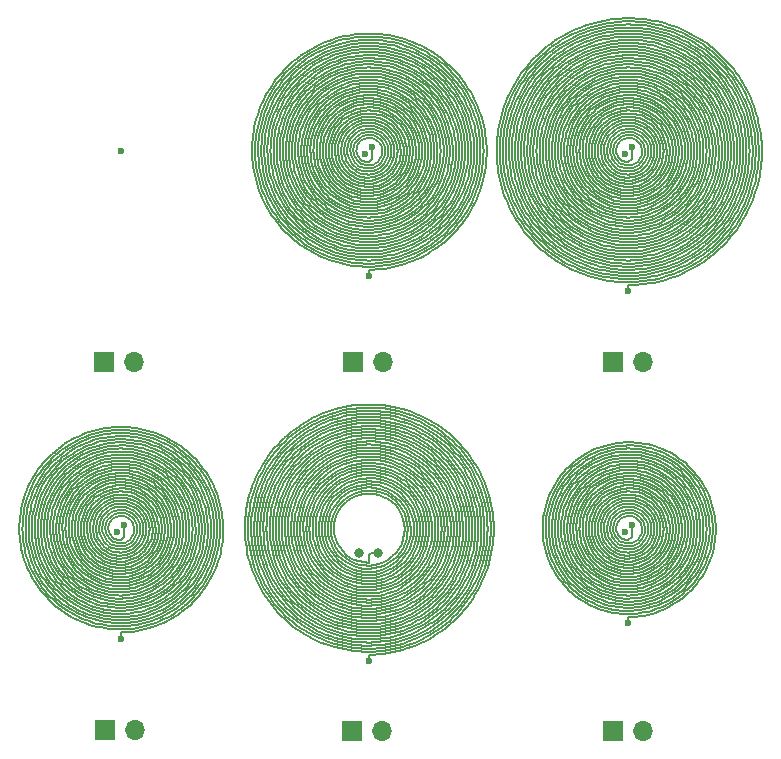
<source format=gbr>
%TF.GenerationSoftware,KiCad,Pcbnew,(5.1.6)-1*%
%TF.CreationDate,2020-09-18T13:43:39+05:30*%
%TF.ProjectId,PCB Electromagnet,50434220-456c-4656-9374-726f6d61676e,rev?*%
%TF.SameCoordinates,Original*%
%TF.FileFunction,Copper,L3,Inr*%
%TF.FilePolarity,Positive*%
%FSLAX46Y46*%
G04 Gerber Fmt 4.6, Leading zero omitted, Abs format (unit mm)*
G04 Created by KiCad (PCBNEW (5.1.6)-1) date 2020-09-18 13:43:39*
%MOMM*%
%LPD*%
G01*
G04 APERTURE LIST*
%TA.AperFunction,ViaPad*%
%ADD10R,1.700000X1.700000*%
%TD*%
%TA.AperFunction,ViaPad*%
%ADD11O,1.700000X1.700000*%
%TD*%
%TA.AperFunction,ViaPad*%
%ADD12C,0.600000*%
%TD*%
%TA.AperFunction,ViaPad*%
%ADD13C,0.800000*%
%TD*%
%TA.AperFunction,Conductor*%
%ADD14C,0.130000*%
%TD*%
G04 APERTURE END LIST*
D10*
%TO.N,Net-(J1-Pad1)*%
%TO.C,J1*%
X58600000Y-77900000D03*
D11*
X61140000Y-77900000D03*
%TD*%
D10*
%TO.N,Net-(J2-Pad1)*%
%TO.C,J2*%
X79700000Y-77900000D03*
D11*
X82240000Y-77900000D03*
%TD*%
D10*
%TO.N,Net-(J3-Pad1)*%
%TO.C,J3*%
X101700000Y-77900000D03*
D11*
X104240000Y-77900000D03*
%TD*%
D10*
%TO.N,Net-(J4-Pad1)*%
%TO.C,J4*%
X58700000Y-109000000D03*
D11*
X61240000Y-109000000D03*
%TD*%
%TO.N,Net-(J5-Pad1)*%
%TO.C,J5*%
X82140000Y-109100000D03*
D10*
X79600000Y-109100000D03*
%TD*%
%TO.N,Net-(J6-Pad1)*%
%TO.C,J6*%
X101700000Y-109100000D03*
D11*
X104240000Y-109100000D03*
%TD*%
D12*
%TO.N,Net-(J1-Pad1)*%
X60000000Y-60000000D03*
%TO.N,Net-(J2-Pad1)*%
X80700000Y-60300000D03*
X81300000Y-59700000D03*
X81000000Y-70600000D03*
%TO.N,Net-(J3-Pad1)*%
X102700000Y-60300000D03*
X103300000Y-59700000D03*
X103000000Y-71900000D03*
%TO.N,Net-(J4-Pad1)*%
X59700000Y-92300000D03*
X60300000Y-91700000D03*
X60000000Y-101300000D03*
D13*
%TO.N,Net-(J5-Pad1)*%
X80200000Y-94000000D03*
X81800000Y-94000000D03*
D12*
X81000000Y-103200000D03*
%TO.N,Net-(J6-Pad1)*%
X102700000Y-92300000D03*
X103300000Y-91700000D03*
X103000000Y-100000000D03*
%TD*%
D14*
%TO.N,Net-(J2-Pad1)*%
X81000000Y-60960000D02*
X80862537Y-60956078D01*
X80862537Y-60956078D02*
X80726207Y-60932453D01*
X80726207Y-60932453D02*
X80593837Y-60889372D01*
X80593837Y-60889372D02*
X80468206Y-60827488D01*
X80468206Y-60827488D02*
X80351986Y-60747849D01*
X80351986Y-60747849D02*
X80247686Y-60651884D01*
X80247686Y-60651884D02*
X80157599Y-60541378D01*
X80157599Y-60541378D02*
X80083752Y-60418436D01*
X80083752Y-60418436D02*
X80027859Y-60285446D01*
X80027859Y-60285446D02*
X79991282Y-60145032D01*
X79991282Y-60145032D02*
X79975000Y-60000000D01*
X79975000Y-60000000D02*
X79979584Y-59853286D01*
X79979584Y-59853286D02*
X80005180Y-59707895D01*
X80005180Y-59707895D02*
X80051502Y-59566835D01*
X80051502Y-59566835D02*
X80117831Y-59433064D01*
X80117831Y-59433064D02*
X80203028Y-59309420D01*
X80203028Y-59309420D02*
X80305550Y-59198562D01*
X80305550Y-59198562D02*
X80423480Y-59102918D01*
X80423480Y-59102918D02*
X80554562Y-59024626D01*
X80554562Y-59024626D02*
X80696241Y-58965492D01*
X80696241Y-58965492D02*
X80845718Y-58926944D01*
X80845718Y-58926944D02*
X81000000Y-58910000D01*
X81000000Y-58910000D02*
X81155964Y-58915246D01*
X81155964Y-58915246D02*
X81310418Y-58942813D01*
X81310418Y-58942813D02*
X81460167Y-58992376D01*
X81460167Y-58992376D02*
X81602077Y-59063149D01*
X81602077Y-59063149D02*
X81733146Y-59153904D01*
X81733146Y-59153904D02*
X81850562Y-59262984D01*
X81850562Y-59262984D02*
X81951764Y-59388339D01*
X81951764Y-59388339D02*
X82034500Y-59527560D01*
X82034500Y-59527560D02*
X82096875Y-59677928D01*
X82096875Y-59677928D02*
X82137395Y-59836467D01*
X82137395Y-59836467D02*
X82155000Y-60000000D01*
X82155000Y-60000000D02*
X82149093Y-60165215D01*
X82149093Y-60165215D02*
X82119554Y-60328731D01*
X82119554Y-60328731D02*
X82066750Y-60487169D01*
X82066750Y-60487169D02*
X81991532Y-60637219D01*
X81991532Y-60637219D02*
X81895220Y-60775712D01*
X81895220Y-60775712D02*
X81779582Y-60899686D01*
X81779582Y-60899686D02*
X81646803Y-61006445D01*
X81646803Y-61006445D02*
X81499442Y-61093626D01*
X81499442Y-61093626D02*
X81340384Y-61159242D01*
X81340384Y-61159242D02*
X81172783Y-61201733D01*
X81172783Y-61201733D02*
X81000000Y-61220000D01*
X81000000Y-61220000D02*
X80840051Y-61214933D01*
X80840051Y-61214933D02*
X80681437Y-61188894D01*
X80681437Y-61188894D02*
X80526908Y-61142146D01*
X80526908Y-61142146D02*
X80379167Y-61075315D01*
X80379167Y-61075315D02*
X80240824Y-60989378D01*
X80240824Y-60989378D02*
X80114349Y-60885651D01*
X80114349Y-60885651D02*
X80002028Y-60765771D01*
X80002028Y-60765771D02*
X79905921Y-60631667D01*
X79905921Y-60631667D02*
X79827828Y-60485530D01*
X79827828Y-60485530D02*
X79769250Y-60329779D01*
X79769250Y-60329779D02*
X79731364Y-60167019D01*
X79731364Y-60167019D02*
X79715000Y-60000000D01*
X79715000Y-60000000D02*
X79720623Y-59831567D01*
X79720623Y-59831567D02*
X79748321Y-59664614D01*
X79748321Y-59664614D02*
X79797802Y-59502033D01*
X79797802Y-59502033D02*
X79868393Y-59346667D01*
X79868393Y-59346667D02*
X79959054Y-59201254D01*
X79959054Y-59201254D02*
X80068387Y-59068387D01*
X80068387Y-59068387D02*
X80194659Y-58950460D01*
X80194659Y-58950460D02*
X80335833Y-58849630D01*
X80335833Y-58849630D02*
X80489596Y-58767776D01*
X80489596Y-58767776D02*
X80653398Y-58706464D01*
X80653398Y-58706464D02*
X80824497Y-58666920D01*
X80824497Y-58666920D02*
X81000000Y-58650000D01*
X81000000Y-58650000D02*
X81176917Y-58656179D01*
X81176917Y-58656179D02*
X81352210Y-58685536D01*
X81352210Y-58685536D02*
X81522841Y-58737750D01*
X81522841Y-58737750D02*
X81685833Y-58812102D01*
X81685833Y-58812102D02*
X81838315Y-58907486D01*
X81838315Y-58907486D02*
X81977575Y-59022425D01*
X81977575Y-59022425D02*
X82101108Y-59155090D01*
X82101108Y-59155090D02*
X82206662Y-59303333D01*
X82206662Y-59303333D02*
X82292276Y-59464722D01*
X82292276Y-59464722D02*
X82356321Y-59636575D01*
X82356321Y-59636575D02*
X82397524Y-59816012D01*
X82397524Y-59816012D02*
X82415000Y-60000000D01*
X82415000Y-60000000D02*
X82408265Y-60185402D01*
X82408265Y-60185402D02*
X82377249Y-60369033D01*
X82377249Y-60369033D02*
X82322303Y-60547716D01*
X82322303Y-60547716D02*
X82244190Y-60718333D01*
X82244190Y-60718333D02*
X82144082Y-60877885D01*
X82144082Y-60877885D02*
X82023537Y-61023537D01*
X82023537Y-61023537D02*
X81884480Y-61152676D01*
X81884480Y-61152676D02*
X81729167Y-61262954D01*
X81729167Y-61262954D02*
X81560153Y-61352329D01*
X81560153Y-61352329D02*
X81380248Y-61419106D01*
X81380248Y-61419106D02*
X81192472Y-61461968D01*
X81192472Y-61461968D02*
X81000000Y-61480000D01*
X81000000Y-61480000D02*
X80821003Y-61474173D01*
X80821003Y-61474173D02*
X80643420Y-61446703D01*
X80643420Y-61446703D02*
X80469866Y-61397849D01*
X80469866Y-61397849D02*
X80302915Y-61328184D01*
X80302915Y-61328184D02*
X80145063Y-61238591D01*
X80145063Y-61238591D02*
X79998685Y-61130251D01*
X79998685Y-61130251D02*
X79866006Y-61004631D01*
X79866006Y-61004631D02*
X79749065Y-60863458D01*
X79749065Y-60863458D02*
X79649680Y-60708703D01*
X79649680Y-60708703D02*
X79569425Y-60542545D01*
X79569425Y-60542545D02*
X79509604Y-60367350D01*
X79509604Y-60367350D02*
X79471228Y-60185626D01*
X79471228Y-60185626D02*
X79455000Y-60000000D01*
X79455000Y-60000000D02*
X79461301Y-59813168D01*
X79461301Y-59813168D02*
X79490185Y-59627864D01*
X79490185Y-59627864D02*
X79541375Y-59446816D01*
X79541375Y-59446816D02*
X79614261Y-59272708D01*
X79614261Y-59272708D02*
X79707915Y-59108138D01*
X79707915Y-59108138D02*
X79821096Y-58955582D01*
X79821096Y-58955582D02*
X79952266Y-58817353D01*
X79952266Y-58817353D02*
X80099617Y-58695571D01*
X80099617Y-58695571D02*
X80261090Y-58592125D01*
X80261090Y-58592125D02*
X80434405Y-58508649D01*
X80434405Y-58508649D02*
X80617095Y-58446493D01*
X80617095Y-58446493D02*
X80806539Y-58406702D01*
X80806539Y-58406702D02*
X81000000Y-58390000D01*
X81000000Y-58390000D02*
X81194667Y-58396775D01*
X81194667Y-58396775D02*
X81387691Y-58427074D01*
X81387691Y-58427074D02*
X81576233Y-58480599D01*
X81576233Y-58480599D02*
X81757499Y-58556707D01*
X81757499Y-58556707D02*
X81928786Y-58654421D01*
X81928786Y-58654421D02*
X82087521Y-58772442D01*
X82087521Y-58772442D02*
X82231300Y-58909163D01*
X82231300Y-58909163D02*
X82357923Y-59062693D01*
X82357923Y-59062693D02*
X82465430Y-59230883D01*
X82465430Y-59230883D02*
X82552127Y-59411356D01*
X82552127Y-59411356D02*
X82616618Y-59601539D01*
X82616618Y-59601539D02*
X82657824Y-59798704D01*
X82657824Y-59798704D02*
X82675000Y-60000000D01*
X82675000Y-60000000D02*
X82667751Y-60202502D01*
X82667751Y-60202502D02*
X82636037Y-60403247D01*
X82636037Y-60403247D02*
X82580177Y-60599282D01*
X82580177Y-60599282D02*
X82500848Y-60787706D01*
X82500848Y-60787706D02*
X82399073Y-60965710D01*
X82399073Y-60965710D02*
X82276211Y-61130624D01*
X82276211Y-61130624D02*
X82133940Y-61279953D01*
X82133940Y-61279953D02*
X81974231Y-61411417D01*
X81974231Y-61411417D02*
X81799324Y-61522984D01*
X81799324Y-61522984D02*
X81611693Y-61612903D01*
X81611693Y-61612903D02*
X81414016Y-61679729D01*
X81414016Y-61679729D02*
X81209131Y-61722350D01*
X81209131Y-61722350D02*
X81000000Y-61740000D01*
X81000000Y-61740000D02*
X80804662Y-61733673D01*
X80804662Y-61733673D02*
X80610747Y-61705427D01*
X80610747Y-61705427D02*
X80420714Y-61655504D01*
X80420714Y-61655504D02*
X80236984Y-61584418D01*
X80236984Y-61584418D02*
X80061913Y-61492956D01*
X80061913Y-61492956D02*
X79897759Y-61382166D01*
X79897759Y-61382166D02*
X79746653Y-61253347D01*
X79746653Y-61253347D02*
X79610574Y-61108030D01*
X79610574Y-61108030D02*
X79491319Y-60947967D01*
X79491319Y-60947967D02*
X79390483Y-60775102D01*
X79390483Y-60775102D02*
X79309438Y-60591553D01*
X79309438Y-60591553D02*
X79249308Y-60399584D01*
X79249308Y-60399584D02*
X79210963Y-60201576D01*
X79210963Y-60201576D02*
X79195000Y-60000000D01*
X79195000Y-60000000D02*
X79201736Y-59797384D01*
X79201736Y-59797384D02*
X79231202Y-59596283D01*
X79231202Y-59596283D02*
X79283144Y-59399246D01*
X79283144Y-59399246D02*
X79357019Y-59208782D01*
X79357019Y-59208782D02*
X79452007Y-59027331D01*
X79452007Y-59027331D02*
X79567015Y-58857232D01*
X79567015Y-58857232D02*
X79700691Y-58700691D01*
X79700691Y-58700691D02*
X79851443Y-58559755D01*
X79851443Y-58559755D02*
X80017451Y-58436282D01*
X80017451Y-58436282D02*
X80196695Y-58331920D01*
X80196695Y-58331920D02*
X80386978Y-58248085D01*
X80386978Y-58248085D02*
X80585952Y-58185938D01*
X80585952Y-58185938D02*
X80791146Y-58146372D01*
X80791146Y-58146372D02*
X81000000Y-58130000D01*
X81000000Y-58130000D02*
X81209893Y-58137145D01*
X81209893Y-58137145D02*
X81418180Y-58167832D01*
X81418180Y-58167832D02*
X81622222Y-58221791D01*
X81622222Y-58221791D02*
X81819420Y-58298456D01*
X81819420Y-58298456D02*
X82007251Y-58396970D01*
X82007251Y-58396970D02*
X82183295Y-58516196D01*
X82183295Y-58516196D02*
X82345271Y-58654729D01*
X82345271Y-58654729D02*
X82491064Y-58810916D01*
X82491064Y-58810916D02*
X82618755Y-58982869D01*
X82618755Y-58982869D02*
X82726642Y-59168493D01*
X82726642Y-59168493D02*
X82813267Y-59365510D01*
X82813267Y-59365510D02*
X82877433Y-59571488D01*
X82877433Y-59571488D02*
X82918219Y-59783869D01*
X82918219Y-59783869D02*
X82935000Y-60000000D01*
X82935000Y-60000000D02*
X82927447Y-60217171D01*
X82927447Y-60217171D02*
X82895538Y-60432644D01*
X82895538Y-60432644D02*
X82839561Y-60643690D01*
X82839561Y-60643690D02*
X82760107Y-60847623D01*
X82760107Y-60847623D02*
X82658067Y-61041833D01*
X82658067Y-61041833D02*
X82534624Y-61223821D01*
X82534624Y-61223821D02*
X82391233Y-61391233D01*
X82391233Y-61391233D02*
X82229611Y-61541883D01*
X82229611Y-61541883D02*
X82051713Y-61673792D01*
X82051713Y-61673792D02*
X81859710Y-61785205D01*
X81859710Y-61785205D02*
X81655958Y-61874620D01*
X81655958Y-61874620D02*
X81442976Y-61940803D01*
X81442976Y-61940803D02*
X81223409Y-61982811D01*
X81223409Y-61982811D02*
X81000000Y-62000000D01*
X81000000Y-62000000D02*
X80790490Y-61993353D01*
X80790490Y-61993353D02*
X80582375Y-61964772D01*
X80582375Y-61964772D02*
X80377949Y-61914477D01*
X80377949Y-61914477D02*
X80179477Y-61842926D01*
X80179477Y-61842926D02*
X79989167Y-61750815D01*
X79989167Y-61750815D02*
X79809147Y-61639068D01*
X79809147Y-61639068D02*
X79641442Y-61508832D01*
X79641442Y-61508832D02*
X79487948Y-61361458D01*
X79487948Y-61361458D02*
X79350414Y-61198494D01*
X79350414Y-61198494D02*
X79230421Y-61021667D01*
X79230421Y-61021667D02*
X79129363Y-60832861D01*
X79129363Y-60832861D02*
X79048432Y-60634103D01*
X79048432Y-60634103D02*
X78988602Y-60427536D01*
X78988602Y-60427536D02*
X78950622Y-60215398D01*
X78950622Y-60215398D02*
X78935000Y-60000000D01*
X78935000Y-60000000D02*
X78942003Y-59783696D01*
X78942003Y-59783696D02*
X78971648Y-59568860D01*
X78971648Y-59568860D02*
X79023705Y-59357863D01*
X79023705Y-59357863D02*
X79097694Y-59153039D01*
X79097694Y-59153039D02*
X79192894Y-58956667D01*
X79192894Y-58956667D02*
X79308345Y-58770941D01*
X79308345Y-58770941D02*
X79442864Y-58597948D01*
X79442864Y-58597948D02*
X79595049Y-58439644D01*
X79595049Y-58439644D02*
X79763300Y-58297828D01*
X79763300Y-58297828D02*
X79945833Y-58174130D01*
X79945833Y-58174130D02*
X80140701Y-58069983D01*
X80140701Y-58069983D02*
X80345811Y-57986613D01*
X80345811Y-57986613D02*
X80558950Y-57925023D01*
X80558950Y-57925023D02*
X80777807Y-57885978D01*
X80777807Y-57885978D02*
X81000000Y-57870000D01*
X81000000Y-57870000D02*
X81223099Y-57877359D01*
X81223099Y-57877359D02*
X81444654Y-57908068D01*
X81444654Y-57908068D02*
X81662223Y-57961886D01*
X81662223Y-57961886D02*
X81873399Y-58038313D01*
X81873399Y-58038313D02*
X82075833Y-58136602D01*
X82075833Y-58136602D02*
X82267265Y-58255759D01*
X82267265Y-58255759D02*
X82445545Y-58394559D01*
X82445545Y-58394559D02*
X82608661Y-58551555D01*
X82608661Y-58551555D02*
X82754758Y-58725094D01*
X82754758Y-58725094D02*
X82882162Y-58913333D01*
X82882162Y-58913333D02*
X82989397Y-59114263D01*
X82989397Y-59114263D02*
X83075205Y-59325725D01*
X83075205Y-59325725D02*
X83138557Y-59545436D01*
X83138557Y-59545436D02*
X83178666Y-59771013D01*
X83178666Y-59771013D02*
X83195000Y-60000000D01*
X83195000Y-60000000D02*
X83187285Y-60229893D01*
X83187285Y-60229893D02*
X83155511Y-60458168D01*
X83155511Y-60458168D02*
X83099933Y-60682310D01*
X83099933Y-60682310D02*
X83021067Y-60899837D01*
X83021067Y-60899837D02*
X82919690Y-61108333D01*
X82919690Y-61108333D02*
X82796827Y-61305471D01*
X82796827Y-61305471D02*
X82653745Y-61489039D01*
X82653745Y-61489039D02*
X82491938Y-61656965D01*
X82491938Y-61656965D02*
X82313112Y-61807344D01*
X82313112Y-61807344D02*
X82119167Y-61938454D01*
X82119167Y-61938454D02*
X81912175Y-62048778D01*
X81912175Y-62048778D02*
X81694361Y-62137024D01*
X81694361Y-62137024D02*
X81468079Y-62202136D01*
X81468079Y-62202136D02*
X81235781Y-62243310D01*
X81235781Y-62243310D02*
X81000000Y-62260000D01*
X81000000Y-62260000D02*
X80778083Y-62253160D01*
X80778083Y-62253160D02*
X80557511Y-62224544D01*
X80557511Y-62224544D02*
X80340419Y-62174348D01*
X80340419Y-62174348D02*
X80128917Y-62102981D01*
X80128917Y-62102981D02*
X79925068Y-62011056D01*
X79925068Y-62011056D02*
X79730869Y-61899388D01*
X79730869Y-61899388D02*
X79548231Y-61768986D01*
X79548231Y-61768986D02*
X79378958Y-61621042D01*
X79378958Y-61621042D02*
X79224733Y-61456924D01*
X79224733Y-61456924D02*
X79087100Y-61278159D01*
X79087100Y-61278159D02*
X78967447Y-61086422D01*
X78967447Y-61086422D02*
X78866993Y-60883520D01*
X78866993Y-60883520D02*
X78786776Y-60671374D01*
X78786776Y-60671374D02*
X78727643Y-60452000D01*
X78727643Y-60452000D02*
X78690238Y-60227492D01*
X78690238Y-60227492D02*
X78675000Y-60000000D01*
X78675000Y-60000000D02*
X78682153Y-59771712D01*
X78682153Y-59771712D02*
X78711705Y-59544830D01*
X78711705Y-59544830D02*
X78763451Y-59321550D01*
X78763451Y-59321550D02*
X78836967Y-59104042D01*
X78836967Y-59104042D02*
X78931619Y-58894427D01*
X78931619Y-58894427D02*
X79046566Y-58694757D01*
X79046566Y-58694757D02*
X79180768Y-58506995D01*
X79180768Y-58506995D02*
X79332996Y-58332996D01*
X79332996Y-58332996D02*
X79501841Y-58174488D01*
X79501841Y-58174488D02*
X79685729Y-58033055D01*
X79685729Y-58033055D02*
X79882937Y-57910122D01*
X79882937Y-57910122D02*
X80091605Y-57806941D01*
X80091605Y-57806941D02*
X80309757Y-57724575D01*
X80309757Y-57724575D02*
X80535319Y-57663892D01*
X80535319Y-57663892D02*
X80766137Y-57625551D01*
X80766137Y-57625551D02*
X81000000Y-57610000D01*
X81000000Y-57610000D02*
X81234659Y-57617466D01*
X81234659Y-57617466D02*
X81467851Y-57647954D01*
X81467851Y-57647954D02*
X81697318Y-57701250D01*
X81697318Y-57701250D02*
X81920832Y-57776915D01*
X81920832Y-57776915D02*
X82136213Y-57874294D01*
X82136213Y-57874294D02*
X82341355Y-57992521D01*
X82341355Y-57992521D02*
X82534241Y-58130523D01*
X82534241Y-58130523D02*
X82712966Y-58287034D01*
X82712966Y-58287034D02*
X82875758Y-58460605D01*
X82875758Y-58460605D02*
X83020991Y-58649617D01*
X83020991Y-58649617D02*
X83147203Y-58852296D01*
X83147203Y-58852296D02*
X83253111Y-59066731D01*
X83253111Y-59066731D02*
X83337626Y-59290889D01*
X83337626Y-59290889D02*
X83399859Y-59522638D01*
X83399859Y-59522638D02*
X83439136Y-59759766D01*
X83439136Y-59759766D02*
X83455000Y-60000000D01*
X83455000Y-60000000D02*
X83447221Y-60241030D01*
X83447221Y-60241030D02*
X83415797Y-60480532D01*
X83415797Y-60480532D02*
X83360951Y-60716187D01*
X83360951Y-60716187D02*
X83283137Y-60945706D01*
X83283137Y-60945706D02*
X83183031Y-61166854D01*
X83183031Y-61166854D02*
X83061525Y-61377467D01*
X83061525Y-61377467D02*
X82919723Y-61575476D01*
X82919723Y-61575476D02*
X82758928Y-61758928D01*
X82758928Y-61758928D02*
X82580631Y-61926004D01*
X82580631Y-61926004D02*
X82386495Y-62075036D01*
X82386495Y-62075036D02*
X82178345Y-62204528D01*
X82178345Y-62204528D02*
X81958144Y-62313163D01*
X81958144Y-62313163D02*
X81727980Y-62399827D01*
X81727980Y-62399827D02*
X81490043Y-62463610D01*
X81490043Y-62463610D02*
X81246605Y-62503823D01*
X81246605Y-62503823D02*
X81000000Y-62520000D01*
X81000000Y-62520000D02*
X80767131Y-62513057D01*
X80767131Y-62513057D02*
X80535546Y-62484609D01*
X80535546Y-62484609D02*
X80307230Y-62434833D01*
X80307230Y-62434833D02*
X80084146Y-62364091D01*
X80084146Y-62364091D02*
X79868218Y-62272925D01*
X79868218Y-62272925D02*
X79661314Y-62162052D01*
X79661314Y-62162052D02*
X79465231Y-62032362D01*
X79465231Y-62032362D02*
X79281680Y-61884907D01*
X79281680Y-61884907D02*
X79112267Y-61720896D01*
X79112267Y-61720896D02*
X78958484Y-61541681D01*
X78958484Y-61541681D02*
X78821694Y-61348750D01*
X78821694Y-61348750D02*
X78703116Y-61143712D01*
X78703116Y-61143712D02*
X78603821Y-60928285D01*
X78603821Y-60928285D02*
X78524713Y-60704280D01*
X78524713Y-60704280D02*
X78466531Y-60473587D01*
X78466531Y-60473587D02*
X78429834Y-60238161D01*
X78429834Y-60238161D02*
X78415000Y-60000000D01*
X78415000Y-60000000D02*
X78422220Y-59761134D01*
X78422220Y-59761134D02*
X78451498Y-59523602D01*
X78451498Y-59523602D02*
X78502648Y-59289442D01*
X78502648Y-59289442D02*
X78575298Y-59060665D01*
X78575298Y-59060665D02*
X78668889Y-58839245D01*
X78668889Y-58839245D02*
X78782684Y-58627096D01*
X78782684Y-58627096D02*
X78915767Y-58426060D01*
X78915767Y-58426060D02*
X79067057Y-58237890D01*
X79067057Y-58237890D02*
X79235314Y-58064231D01*
X79235314Y-58064231D02*
X79419148Y-57906613D01*
X79419148Y-57906613D02*
X79617032Y-57766430D01*
X79617032Y-57766430D02*
X79827315Y-57644931D01*
X79827315Y-57644931D02*
X80048234Y-57543210D01*
X80048234Y-57543210D02*
X80277932Y-57462195D01*
X80277932Y-57462195D02*
X80514469Y-57402638D01*
X80514469Y-57402638D02*
X80755842Y-57365112D01*
X80755842Y-57365112D02*
X81000000Y-57350000D01*
X81000000Y-57350000D02*
X81244864Y-57357497D01*
X81244864Y-57357497D02*
X81488341Y-57387604D01*
X81488341Y-57387604D02*
X81728346Y-57440129D01*
X81728346Y-57440129D02*
X81962815Y-57514687D01*
X81962815Y-57514687D02*
X82189728Y-57610704D01*
X82189728Y-57610704D02*
X82407122Y-57727420D01*
X82407122Y-57727420D02*
X82613111Y-57863896D01*
X82613111Y-57863896D02*
X82805901Y-58019021D01*
X82805901Y-58019021D02*
X82983804Y-58191523D01*
X82983804Y-58191523D02*
X83145258Y-58379976D01*
X83145258Y-58379976D02*
X83288835Y-58582814D01*
X83288835Y-58582814D02*
X83413255Y-58798342D01*
X83413255Y-58798342D02*
X83517401Y-59024754D01*
X83517401Y-59024754D02*
X83600324Y-59260144D01*
X83600324Y-59260144D02*
X83661255Y-59502525D01*
X83661255Y-59502525D02*
X83699611Y-59749844D01*
X83699611Y-59749844D02*
X83715000Y-60000000D01*
X83715000Y-60000000D02*
X83707226Y-60250861D01*
X83707226Y-60250861D02*
X83676289Y-60500285D01*
X83676289Y-60500285D02*
X83622389Y-60746134D01*
X83622389Y-60746134D02*
X83545923Y-60986296D01*
X83545923Y-60986296D02*
X83447482Y-61218701D01*
X83447482Y-61218701D02*
X83327845Y-61441340D01*
X83327845Y-61441340D02*
X83187975Y-61652282D01*
X83187975Y-61652282D02*
X83029014Y-61849691D01*
X83029014Y-61849691D02*
X82852267Y-62031840D01*
X82852267Y-62031840D02*
X82659195Y-62197129D01*
X82659195Y-62197129D02*
X82451404Y-62344099D01*
X82451404Y-62344099D02*
X82230631Y-62471441D01*
X82230631Y-62471441D02*
X81998727Y-62578011D01*
X81998727Y-62578011D02*
X81757644Y-62662843D01*
X81757644Y-62662843D02*
X81509419Y-62725148D01*
X81509419Y-62725148D02*
X81256153Y-62764334D01*
X81256153Y-62764334D02*
X81000000Y-62780000D01*
X81000000Y-62780000D02*
X80757392Y-62773019D01*
X80757392Y-62773019D02*
X80516004Y-62744878D01*
X80516004Y-62744878D02*
X80277679Y-62695738D01*
X80277679Y-62695738D02*
X80044244Y-62625919D01*
X80044244Y-62625919D02*
X79817491Y-62535900D01*
X79817491Y-62535900D02*
X79599167Y-62426315D01*
X79599167Y-62426315D02*
X79390959Y-62297949D01*
X79390959Y-62297949D02*
X79194481Y-62151734D01*
X79194481Y-62151734D02*
X79011262Y-61988738D01*
X79011262Y-61988738D02*
X78842734Y-61810161D01*
X78842734Y-61810161D02*
X78690219Y-61617326D01*
X78690219Y-61617326D02*
X78554922Y-61411667D01*
X78554922Y-61411667D02*
X78437918Y-61194718D01*
X78437918Y-61194718D02*
X78340148Y-60968107D01*
X78340148Y-60968107D02*
X78262405Y-60733536D01*
X78262405Y-60733536D02*
X78205334Y-60492775D01*
X78205334Y-60492775D02*
X78169423Y-60247643D01*
X78169423Y-60247643D02*
X78155000Y-60000000D01*
X78155000Y-60000000D02*
X78162229Y-59751727D01*
X78162229Y-59751727D02*
X78191109Y-59504717D01*
X78191109Y-59504717D02*
X78241477Y-59260856D01*
X78241477Y-59260856D02*
X78313001Y-59022012D01*
X78313001Y-59022012D02*
X78405190Y-58790020D01*
X78405190Y-58790020D02*
X78517394Y-58566667D01*
X78517394Y-58566667D02*
X78648806Y-58353676D01*
X78648806Y-58353676D02*
X78798473Y-58152700D01*
X78798473Y-58152700D02*
X78965300Y-57965300D01*
X78965300Y-57965300D02*
X79148057Y-57792941D01*
X79148057Y-57792941D02*
X79345391Y-57636974D01*
X79345391Y-57636974D02*
X79555833Y-57498630D01*
X79555833Y-57498630D02*
X79777811Y-57379008D01*
X79777811Y-57379008D02*
X80009662Y-57279068D01*
X80009662Y-57279068D02*
X80249640Y-57199620D01*
X80249640Y-57199620D02*
X80495938Y-57141322D01*
X80495938Y-57141322D02*
X80746692Y-57104671D01*
X80746692Y-57104671D02*
X81000000Y-57090000D01*
X81000000Y-57090000D02*
X81253938Y-57097476D01*
X81253938Y-57097476D02*
X81506570Y-57127097D01*
X81506570Y-57127097D02*
X81755967Y-57178692D01*
X81755967Y-57178692D02*
X82000219Y-57251921D01*
X82000219Y-57251921D02*
X82237450Y-57346280D01*
X82237450Y-57346280D02*
X82465833Y-57461102D01*
X82465833Y-57461102D02*
X82683606Y-57595561D01*
X82683606Y-57595561D02*
X82889081Y-57748680D01*
X82889081Y-57748680D02*
X83080662Y-57919338D01*
X83080662Y-57919338D02*
X83256852Y-58106276D01*
X83256852Y-58106276D02*
X83416271Y-58308109D01*
X83416271Y-58308109D02*
X83557662Y-58523333D01*
X83557662Y-58523333D02*
X83679902Y-58750341D01*
X83679902Y-58750341D02*
X83782012Y-58987430D01*
X83782012Y-58987430D02*
X83863165Y-59232817D01*
X83863165Y-59232817D02*
X83922691Y-59484651D01*
X83922691Y-59484651D02*
X83960082Y-59741026D01*
X83960082Y-59741026D02*
X83975000Y-60000000D01*
X83975000Y-60000000D02*
X83967277Y-60259603D01*
X83967277Y-60259603D02*
X83936916Y-60517857D01*
X83936916Y-60517857D02*
X83884094Y-60772791D01*
X83884094Y-60772791D02*
X83809159Y-61022450D01*
X83809159Y-61022450D02*
X83712630Y-61264920D01*
X83712630Y-61264920D02*
X83595189Y-61498333D01*
X83595189Y-61498333D02*
X83457684Y-61720889D01*
X83457684Y-61720889D02*
X83301112Y-61930863D01*
X83301112Y-61930863D02*
X83126624Y-62126624D01*
X83126624Y-62126624D02*
X82935505Y-62306645D01*
X82935505Y-62306645D02*
X82729174Y-62469516D01*
X82729174Y-62469516D02*
X82509167Y-62613953D01*
X82509167Y-62613953D02*
X82277129Y-62738812D01*
X82277129Y-62738812D02*
X82034801Y-62843092D01*
X82034801Y-62843092D02*
X81784006Y-62925950D01*
X81784006Y-62925950D02*
X81526636Y-62986703D01*
X81526636Y-62986703D02*
X81264639Y-63024835D01*
X81264639Y-63024835D02*
X81000000Y-63040000D01*
X81000000Y-63040000D02*
X80748676Y-63033026D01*
X80748676Y-63033026D02*
X80498506Y-63005287D01*
X80498506Y-63005287D02*
X80251205Y-62956926D01*
X80251205Y-62956926D02*
X80008470Y-62888227D01*
X80008470Y-62888227D02*
X79771975Y-62799615D01*
X79771975Y-62799615D02*
X79543350Y-62691653D01*
X79543350Y-62691653D02*
X79324180Y-62565034D01*
X79324180Y-62565034D02*
X79115983Y-62420585D01*
X79115983Y-62420585D02*
X78920211Y-62259253D01*
X78920211Y-62259253D02*
X78738230Y-62082106D01*
X78738230Y-62082106D02*
X78571316Y-61890320D01*
X78571316Y-61890320D02*
X78420646Y-61685176D01*
X78420646Y-61685176D02*
X78287286Y-61468047D01*
X78287286Y-61468047D02*
X78172188Y-61240393D01*
X78172188Y-61240393D02*
X78076180Y-61003749D01*
X78076180Y-61003749D02*
X77999961Y-60759713D01*
X77999961Y-60759713D02*
X77944097Y-60509940D01*
X77944097Y-60509940D02*
X77909015Y-60256126D01*
X77909015Y-60256126D02*
X77895000Y-60000000D01*
X77895000Y-60000000D02*
X77902196Y-59743309D01*
X77902196Y-59743309D02*
X77930599Y-59487808D01*
X77930599Y-59487808D02*
X77980063Y-59235248D01*
X77980063Y-59235248D02*
X78050295Y-58987365D01*
X78050295Y-58987365D02*
X78140859Y-58745865D01*
X78140859Y-58745865D02*
X78251182Y-58512414D01*
X78251182Y-58512414D02*
X78380550Y-58288628D01*
X78380550Y-58288628D02*
X78528121Y-58076059D01*
X78528121Y-58076059D02*
X78692925Y-57876188D01*
X78692925Y-57876188D02*
X78873871Y-57690408D01*
X78873871Y-57690408D02*
X79069756Y-57520022D01*
X79069756Y-57520022D02*
X79279272Y-57366230D01*
X79279272Y-57366230D02*
X79501016Y-57230121D01*
X79501016Y-57230121D02*
X79733497Y-57112663D01*
X79733497Y-57112663D02*
X79975146Y-57014702D01*
X79975146Y-57014702D02*
X80224330Y-56936950D01*
X80224330Y-56936950D02*
X80479361Y-56879983D01*
X80479361Y-56879983D02*
X80738506Y-56844237D01*
X80738506Y-56844237D02*
X81000000Y-56830000D01*
X81000000Y-56830000D02*
X81262059Y-56837418D01*
X81262059Y-56837418D02*
X81522891Y-56866486D01*
X81522891Y-56866486D02*
X81780708Y-56917052D01*
X81780708Y-56917052D02*
X82033741Y-56988817D01*
X82033741Y-56988817D02*
X82280246Y-57081334D01*
X82280246Y-57081334D02*
X82518523Y-57194016D01*
X82518523Y-57194016D02*
X82746924Y-57326134D01*
X82746924Y-57326134D02*
X82963864Y-57476827D01*
X82963864Y-57476827D02*
X83167836Y-57645103D01*
X83167836Y-57645103D02*
X83357414Y-57829847D01*
X83357414Y-57829847D02*
X83531272Y-58029832D01*
X83531272Y-58029832D02*
X83688186Y-58243721D01*
X83688186Y-58243721D02*
X83827045Y-58470080D01*
X83827045Y-58470080D02*
X83946862Y-58707386D01*
X83946862Y-58707386D02*
X84046776Y-58954040D01*
X84046776Y-58954040D02*
X84126061Y-59208374D01*
X84126061Y-59208374D02*
X84184130Y-59468663D01*
X84184130Y-59468663D02*
X84220541Y-59733138D01*
X84220541Y-59733138D02*
X84235000Y-60000000D01*
X84235000Y-60000000D02*
X84227360Y-60267427D01*
X84227360Y-60267427D02*
X84197628Y-60533590D01*
X84197628Y-60533590D02*
X84145959Y-60796665D01*
X84145959Y-60796665D02*
X84072662Y-61054846D01*
X84072662Y-61054846D02*
X83978191Y-61306356D01*
X83978191Y-61306356D02*
X83863150Y-61549459D01*
X83863150Y-61549459D02*
X83728281Y-61782475D01*
X83728281Y-61782475D02*
X83574467Y-62003788D01*
X83574467Y-62003788D02*
X83402719Y-62211859D01*
X83402719Y-62211859D02*
X83214176Y-62405236D01*
X83214176Y-62405236D02*
X83010092Y-62582566D01*
X83010092Y-62582566D02*
X82791831Y-62742601D01*
X82791831Y-62742601D02*
X82560857Y-62884211D01*
X82560857Y-62884211D02*
X82318724Y-63006387D01*
X82318724Y-63006387D02*
X82067065Y-63108254D01*
X82067065Y-63108254D02*
X81807583Y-63189072D01*
X81807583Y-63189072D02*
X81542036Y-63248244D01*
X81542036Y-63248244D02*
X81272229Y-63285319D01*
X81272229Y-63285319D02*
X81000000Y-63300000D01*
X81000000Y-63300000D02*
X80740830Y-63293067D01*
X80740830Y-63293067D02*
X80482749Y-63265791D01*
X80482749Y-63265791D02*
X80227354Y-63218301D01*
X80227354Y-63218301D02*
X79976227Y-63150850D01*
X79976227Y-63150850D02*
X79730926Y-63063815D01*
X79730926Y-63063815D02*
X79492979Y-62957696D01*
X79492979Y-62957696D02*
X79263868Y-62833110D01*
X79263868Y-62833110D02*
X79045026Y-62690791D01*
X79045026Y-62690791D02*
X78837825Y-62531582D01*
X78837825Y-62531582D02*
X78643567Y-62356433D01*
X78643567Y-62356433D02*
X78463476Y-62166396D01*
X78463476Y-62166396D02*
X78298692Y-61962615D01*
X78298692Y-61962615D02*
X78150263Y-61746321D01*
X78150263Y-61746321D02*
X78019138Y-61518825D01*
X78019138Y-61518825D02*
X77906158Y-61281511D01*
X77906158Y-61281511D02*
X77812059Y-61035825D01*
X77812059Y-61035825D02*
X77737456Y-60783268D01*
X77737456Y-60783268D02*
X77682849Y-60525385D01*
X77682849Y-60525385D02*
X77648613Y-60263760D01*
X77648613Y-60263760D02*
X77635000Y-60000000D01*
X77635000Y-60000000D02*
X77642133Y-59735730D01*
X77642133Y-59735730D02*
X77670009Y-59472581D01*
X77670009Y-59472581D02*
X77718495Y-59212180D01*
X77718495Y-59212180D02*
X77787331Y-58956141D01*
X77787331Y-58956141D02*
X77876132Y-58706052D01*
X77876132Y-58706052D02*
X77984388Y-58463469D01*
X77984388Y-58463469D02*
X78111468Y-58229905D01*
X78111468Y-58229905D02*
X78256623Y-58006820D01*
X78256623Y-58006820D02*
X78418992Y-57795611D01*
X78418992Y-57795611D02*
X78597605Y-57597605D01*
X78597605Y-57597605D02*
X78791390Y-57414049D01*
X78791390Y-57414049D02*
X78999179Y-57246106D01*
X78999179Y-57246106D02*
X79219717Y-57094842D01*
X79219717Y-57094842D02*
X79451665Y-56961222D01*
X79451665Y-56961222D02*
X79693614Y-56846106D01*
X79693614Y-56846106D02*
X79944089Y-56750240D01*
X79944089Y-56750240D02*
X80201558Y-56674252D01*
X80201558Y-56674252D02*
X80464447Y-56618649D01*
X80464447Y-56618649D02*
X80731140Y-56583814D01*
X80731140Y-56583814D02*
X81000000Y-56570000D01*
X81000000Y-56570000D02*
X81269370Y-56577334D01*
X81269370Y-56577334D02*
X81537587Y-56605809D01*
X81537587Y-56605809D02*
X81802994Y-56655291D01*
X81802994Y-56655291D02*
X82063946Y-56725512D01*
X82063946Y-56725512D02*
X82318823Y-56816080D01*
X82318823Y-56816080D02*
X82566040Y-56926473D01*
X82566040Y-56926473D02*
X82804057Y-57056047D01*
X82804057Y-57056047D02*
X83031386Y-57204037D01*
X83031386Y-57204037D02*
X83246603Y-57369566D01*
X83246603Y-57369566D02*
X83448357Y-57551643D01*
X83448357Y-57551643D02*
X83635377Y-57749175D01*
X83635377Y-57749175D02*
X83806480Y-57960973D01*
X83806480Y-57960973D02*
X83960580Y-58185754D01*
X83960580Y-58185754D02*
X84096693Y-58422156D01*
X84096693Y-58422156D02*
X84213946Y-58668740D01*
X84213946Y-58668740D02*
X84311579Y-58924003D01*
X84311579Y-58924003D02*
X84388952Y-59186385D01*
X84388952Y-59186385D02*
X84445551Y-59454278D01*
X84445551Y-59454278D02*
X84480986Y-59726040D01*
X84480986Y-59726040D02*
X84495000Y-60000000D01*
X84495000Y-60000000D02*
X84487466Y-60274470D01*
X84487466Y-60274470D02*
X84458391Y-60547755D01*
X84458391Y-60547755D02*
X84407913Y-60818168D01*
X84407913Y-60818168D02*
X84336306Y-61084032D01*
X84336306Y-61084032D02*
X84243972Y-61343697D01*
X84243972Y-61343697D02*
X84131442Y-61595550D01*
X84131442Y-61595550D02*
X83999375Y-61838019D01*
X83999375Y-61838019D02*
X83848549Y-62069592D01*
X83848549Y-62069592D02*
X83679861Y-62288817D01*
X83679861Y-62288817D02*
X83494319Y-62494319D01*
X83494319Y-62494319D02*
X83293039Y-62684803D01*
X83293039Y-62684803D02*
X83077233Y-62859066D01*
X83077233Y-62859066D02*
X82848208Y-63016001D01*
X82848208Y-63016001D02*
X82607353Y-63154609D01*
X82607353Y-63154609D02*
X82356134Y-63273998D01*
X82356134Y-63273998D02*
X82096083Y-63373397D01*
X82096083Y-63373397D02*
X81828789Y-63452156D01*
X81828789Y-63452156D02*
X81555890Y-63509751D01*
X81555890Y-63509751D02*
X81279059Y-63545786D01*
X81279059Y-63545786D02*
X81000000Y-63560000D01*
X81000000Y-63560000D02*
X80733730Y-63553132D01*
X80733730Y-63553132D02*
X80468487Y-63526359D01*
X80468487Y-63526359D02*
X80205759Y-63479796D01*
X80205759Y-63479796D02*
X79947022Y-63413670D01*
X79947022Y-63413670D02*
X79693732Y-63328317D01*
X79693732Y-63328317D02*
X79447316Y-63224181D01*
X79447316Y-63224181D02*
X79209167Y-63101814D01*
X79209167Y-63101814D02*
X78980632Y-62961869D01*
X78980632Y-62961869D02*
X78763008Y-62805100D01*
X78763008Y-62805100D02*
X78557532Y-62632354D01*
X78557532Y-62632354D02*
X78365377Y-62444573D01*
X78365377Y-62444573D02*
X78187640Y-62242782D01*
X78187640Y-62242782D02*
X78025344Y-62028086D01*
X78025344Y-62028086D02*
X77879422Y-61801667D01*
X77879422Y-61801667D02*
X77750720Y-61564771D01*
X77750720Y-61564771D02*
X77639989Y-61318707D01*
X77639989Y-61318707D02*
X77547879Y-61064838D01*
X77547879Y-61064838D02*
X77474939Y-60804572D01*
X77474939Y-60804572D02*
X77421610Y-60539356D01*
X77421610Y-60539356D02*
X77388223Y-60270665D01*
X77388223Y-60270665D02*
X77375000Y-60000000D01*
X77375000Y-60000000D02*
X77382050Y-59728872D01*
X77382050Y-59728872D02*
X77409367Y-59458799D01*
X77409367Y-59458799D02*
X77456833Y-59191295D01*
X77456833Y-59191295D02*
X77524218Y-58927863D01*
X77524218Y-58927863D02*
X77611176Y-58669985D01*
X77611176Y-58669985D02*
X77717256Y-58419114D01*
X77717256Y-58419114D02*
X77841894Y-58176667D01*
X77841894Y-58176667D02*
X77984425Y-57944016D01*
X77984425Y-57944016D02*
X78144081Y-57722481D01*
X78144081Y-57722481D02*
X78319997Y-57513321D01*
X78319997Y-57513321D02*
X78511216Y-57317728D01*
X78511216Y-57317728D02*
X78716691Y-57136821D01*
X78716691Y-57136821D02*
X78935298Y-56971638D01*
X78935298Y-56971638D02*
X79165833Y-56823130D01*
X79165833Y-56823130D02*
X79407027Y-56692157D01*
X79407027Y-56692157D02*
X79657546Y-56579482D01*
X79657546Y-56579482D02*
X79916003Y-56485767D01*
X79916003Y-56485767D02*
X80180964Y-56411569D01*
X80180964Y-56411569D02*
X80450957Y-56357336D01*
X80450957Y-56357336D02*
X80724477Y-56323405D01*
X80724477Y-56323405D02*
X81000000Y-56310000D01*
X81000000Y-56310000D02*
X81275985Y-56317231D01*
X81275985Y-56317231D02*
X81550889Y-56345093D01*
X81550889Y-56345093D02*
X81823169Y-56393463D01*
X81823169Y-56393463D02*
X82091296Y-56462105D01*
X82091296Y-56462105D02*
X82353762Y-56550669D01*
X82353762Y-56550669D02*
X82609089Y-56658693D01*
X82609089Y-56658693D02*
X82855833Y-56785602D01*
X82855833Y-56785602D02*
X83092600Y-56930720D01*
X83092600Y-56930720D02*
X83318046Y-57093262D01*
X83318046Y-57093262D02*
X83530890Y-57272349D01*
X83530890Y-57272349D02*
X83729920Y-57467004D01*
X83729920Y-57467004D02*
X83913998Y-57676164D01*
X83913998Y-57676164D02*
X84082067Y-57898682D01*
X84082067Y-57898682D02*
X84233162Y-58133333D01*
X84233162Y-58133333D02*
X84366406Y-58378824D01*
X84366406Y-58378824D02*
X84481025Y-58633799D01*
X84481025Y-58633799D02*
X84576345Y-58896844D01*
X84576345Y-58896844D02*
X84651801Y-59166500D01*
X84651801Y-59166500D02*
X84706938Y-59441269D01*
X84706938Y-59441269D02*
X84741414Y-59719620D01*
X84741414Y-59719620D02*
X84755000Y-60000000D01*
X84755000Y-60000000D02*
X84747587Y-60280843D01*
X84747587Y-60280843D02*
X84719181Y-60560576D01*
X84719181Y-60560576D02*
X84669907Y-60837632D01*
X84669907Y-60837632D02*
X84600007Y-61110455D01*
X84600007Y-61110455D02*
X84509837Y-61377510D01*
X84509837Y-61377510D02*
X84399870Y-61637291D01*
X84399870Y-61637291D02*
X84270689Y-61888333D01*
X84270689Y-61888333D02*
X84122986Y-62129216D01*
X84122986Y-62129216D02*
X83957557Y-62358573D01*
X83957557Y-62358573D02*
X83775299Y-62575102D01*
X83775299Y-62575102D02*
X83577207Y-62777568D01*
X83577207Y-62777568D02*
X83364362Y-62964817D01*
X83364362Y-62964817D02*
X83137934Y-63135773D01*
X83137934Y-63135773D02*
X82899167Y-63289453D01*
X82899167Y-63289453D02*
X82649378Y-63424969D01*
X82649378Y-63424969D02*
X82389949Y-63541531D01*
X82389949Y-63541531D02*
X82122315Y-63638457D01*
X82122315Y-63638457D02*
X81847964Y-63715172D01*
X81847964Y-63715172D02*
X81568419Y-63771212D01*
X81568419Y-63771212D02*
X81285238Y-63806232D01*
X81285238Y-63806232D02*
X81000000Y-63820000D01*
X81000000Y-63820000D02*
X80727274Y-63813214D01*
X80727274Y-63813214D02*
X80455516Y-63786967D01*
X80455516Y-63786967D02*
X80186116Y-63741362D01*
X80186116Y-63741362D02*
X79920452Y-63676603D01*
X79920452Y-63676603D02*
X79659884Y-63592989D01*
X79659884Y-63592989D02*
X79405750Y-63490920D01*
X79405750Y-63490920D02*
X79159357Y-63370886D01*
X79159357Y-63370886D02*
X78921973Y-63233473D01*
X78921973Y-63233473D02*
X78694824Y-63079355D01*
X78694824Y-63079355D02*
X78479084Y-62909292D01*
X78479084Y-62909292D02*
X78275871Y-62724129D01*
X78275871Y-62724129D02*
X78086242Y-62524786D01*
X78086242Y-62524786D02*
X77911184Y-62312258D01*
X77911184Y-62312258D02*
X77751614Y-62087611D01*
X77751614Y-62087611D02*
X77608369Y-61851971D01*
X77608369Y-61851971D02*
X77482205Y-61606523D01*
X77482205Y-61606523D02*
X77373792Y-61352506D01*
X77373792Y-61352506D02*
X77283709Y-61091201D01*
X77283709Y-61091201D02*
X77212446Y-60823932D01*
X77212446Y-60823932D02*
X77160393Y-60552052D01*
X77160393Y-60552052D02*
X77127846Y-60276942D01*
X77127846Y-60276942D02*
X77115000Y-60000000D01*
X77115000Y-60000000D02*
X77121952Y-59722636D01*
X77121952Y-59722636D02*
X77148695Y-59446266D01*
X77148695Y-59446266D02*
X77195123Y-59172300D01*
X77195123Y-59172300D02*
X77261030Y-58902139D01*
X77261030Y-58902139D02*
X77346109Y-58637169D01*
X77346109Y-58637169D02*
X77449954Y-58378748D01*
X77449954Y-58378748D02*
X77572065Y-58128206D01*
X77572065Y-58128206D02*
X77711846Y-57886832D01*
X77711846Y-57886832D02*
X77868610Y-57655871D01*
X77868610Y-57655871D02*
X78041584Y-57436518D01*
X78041584Y-57436518D02*
X78229909Y-57229909D01*
X78229909Y-57229909D02*
X78432648Y-57037118D01*
X78432648Y-57037118D02*
X78648789Y-56859149D01*
X78648789Y-56859149D02*
X78877248Y-56696933D01*
X78877248Y-56696933D02*
X79116878Y-56551320D01*
X79116878Y-56551320D02*
X79366475Y-56423079D01*
X79366475Y-56423079D02*
X79624779Y-56312890D01*
X79624779Y-56312890D02*
X79890486Y-56221342D01*
X79890486Y-56221342D02*
X80162251Y-56148931D01*
X80162251Y-56148931D02*
X80438697Y-56096054D01*
X80438697Y-56096054D02*
X80718421Y-56063011D01*
X80718421Y-56063011D02*
X81000000Y-56050000D01*
X81000000Y-56050000D02*
X81282001Y-56057117D01*
X81282001Y-56057117D02*
X81562985Y-56084356D01*
X81562985Y-56084356D02*
X81841517Y-56131609D01*
X81841517Y-56131609D02*
X82116173Y-56198663D01*
X82116173Y-56198663D02*
X82385546Y-56285207D01*
X82385546Y-56285207D02*
X82648253Y-56390828D01*
X82648253Y-56390828D02*
X82902945Y-56515016D01*
X82902945Y-56515016D02*
X83148310Y-56657164D01*
X83148310Y-56657164D02*
X83383082Y-56816575D01*
X83383082Y-56816575D02*
X83606048Y-56992460D01*
X83606048Y-56992460D02*
X83816053Y-57183947D01*
X83816053Y-57183947D02*
X84012006Y-57390082D01*
X84012006Y-57390082D02*
X84192886Y-57609836D01*
X84192886Y-57609836D02*
X84357749Y-57842106D01*
X84357749Y-57842106D02*
X84505729Y-58085727D01*
X84505729Y-58085727D02*
X84636047Y-58339473D01*
X84636047Y-58339473D02*
X84748012Y-58602064D01*
X84748012Y-58602064D02*
X84841025Y-58872173D01*
X84841025Y-58872173D02*
X84914584Y-59148434D01*
X84914584Y-59148434D02*
X84968284Y-59429447D01*
X84968284Y-59429447D02*
X85001823Y-59713784D01*
X85001823Y-59713784D02*
X85015000Y-60000000D01*
X85015000Y-60000000D02*
X85007717Y-60286638D01*
X85007717Y-60286638D02*
X84979982Y-60572235D01*
X84979982Y-60572235D02*
X84931906Y-60855334D01*
X84931906Y-60855334D02*
X84863704Y-61134486D01*
X84863704Y-61134486D02*
X84775694Y-61408261D01*
X84775694Y-61408261D02*
X84668298Y-61675255D01*
X84668298Y-61675255D02*
X84542033Y-61934096D01*
X84542033Y-61934096D02*
X84397517Y-62183452D01*
X84397517Y-62183452D02*
X84235460Y-62422035D01*
X84235460Y-62422035D02*
X84056664Y-62648614D01*
X84056664Y-62648614D02*
X83862015Y-62862015D01*
X83862015Y-62862015D02*
X83652484Y-63061129D01*
X83652484Y-63061129D02*
X83429118Y-63244921D01*
X83429118Y-63244921D02*
X83193036Y-63412430D01*
X83193036Y-63412430D02*
X82945424Y-63562778D01*
X82945424Y-63562778D02*
X82687529Y-63695173D01*
X82687529Y-63695173D02*
X82420651Y-63808914D01*
X82420651Y-63808914D02*
X82146139Y-63903392D01*
X82146139Y-63903392D02*
X81865382Y-63978098D01*
X81865382Y-63978098D02*
X81579804Y-64032623D01*
X81579804Y-64032623D02*
X81290853Y-64066658D01*
X81290853Y-64066658D02*
X81000000Y-64080000D01*
X81000000Y-64080000D02*
X80721378Y-64073308D01*
X80721378Y-64073308D02*
X80443670Y-64047598D01*
X80443670Y-64047598D02*
X80168175Y-64002964D01*
X80168175Y-64002964D02*
X79896179Y-63939588D01*
X79896179Y-63939588D02*
X79628959Y-63857739D01*
X79628959Y-63857739D02*
X79367768Y-63757775D01*
X79367768Y-63757775D02*
X79113833Y-63640136D01*
X79113833Y-63640136D02*
X78868350Y-63505348D01*
X78868350Y-63505348D02*
X78632477Y-63354017D01*
X78632477Y-63354017D02*
X78407326Y-63186824D01*
X78407326Y-63186824D02*
X78193965Y-63004530D01*
X78193965Y-63004530D02*
X77993404Y-62807964D01*
X77993404Y-62807964D02*
X77806599Y-62598024D01*
X77806599Y-62598024D02*
X77634439Y-62375672D01*
X77634439Y-62375672D02*
X77477749Y-62141928D01*
X77477749Y-62141928D02*
X77337280Y-61897868D01*
X77337280Y-61897868D02*
X77213712Y-61644617D01*
X77213712Y-61644617D02*
X77107643Y-61383344D01*
X77107643Y-61383344D02*
X77019593Y-61115258D01*
X77019593Y-61115258D02*
X76949997Y-60841600D01*
X76949997Y-60841600D02*
X76899206Y-60563641D01*
X76899206Y-60563641D02*
X76867482Y-60282672D01*
X76867482Y-60282672D02*
X76855000Y-60000000D01*
X76855000Y-60000000D02*
X76861843Y-59716942D01*
X76861843Y-59716942D02*
X76888007Y-59434820D01*
X76888007Y-59434820D02*
X76933396Y-59154950D01*
X76933396Y-59154950D02*
X76997823Y-58878643D01*
X76997823Y-58878643D02*
X77081014Y-58607192D01*
X77081014Y-58607192D02*
X77182606Y-58341872D01*
X77182606Y-58341872D02*
X77302151Y-58083929D01*
X77302151Y-58083929D02*
X77439114Y-57834577D01*
X77439114Y-57834577D02*
X77592880Y-57594992D01*
X77592880Y-57594992D02*
X77762754Y-57366305D01*
X77762754Y-57366305D02*
X77947965Y-57149599D01*
X77947965Y-57149599D02*
X78147670Y-56945900D01*
X78147670Y-56945900D02*
X78360955Y-56756178D01*
X78360955Y-56756178D02*
X78586844Y-56581336D01*
X78586844Y-56581336D02*
X78824299Y-56422212D01*
X78824299Y-56422212D02*
X79072227Y-56279568D01*
X79072227Y-56279568D02*
X79329487Y-56154093D01*
X79329487Y-56154093D02*
X79594889Y-56046396D01*
X79594889Y-56046396D02*
X79867205Y-55957003D01*
X79867205Y-55957003D02*
X80145175Y-55886357D01*
X80145175Y-55886357D02*
X80427508Y-55834812D01*
X80427508Y-55834812D02*
X80712892Y-55802634D01*
X80712892Y-55802634D02*
X81000000Y-55790000D01*
X81000000Y-55790000D02*
X81287493Y-55796995D01*
X81287493Y-55796995D02*
X81574031Y-55823613D01*
X81574031Y-55823613D02*
X81858275Y-55869755D01*
X81858275Y-55869755D02*
X82138894Y-55935233D01*
X82138894Y-55935233D02*
X82414575Y-56019767D01*
X82414575Y-56019767D02*
X82684024Y-56122988D01*
X82684024Y-56122988D02*
X82945975Y-56244439D01*
X82945975Y-56244439D02*
X83199196Y-56383577D01*
X83199196Y-56383577D02*
X83442492Y-56539777D01*
X83442492Y-56539777D02*
X83674715Y-56712333D01*
X83674715Y-56712333D02*
X83894767Y-56900461D01*
X83894767Y-56900461D02*
X84101604Y-57103304D01*
X84101604Y-57103304D02*
X84294243Y-57319934D01*
X84294243Y-57319934D02*
X84471767Y-57549359D01*
X84471767Y-57549359D02*
X84633326Y-57790526D01*
X84633326Y-57790526D02*
X84778145Y-58042323D01*
X84778145Y-58042323D02*
X84905526Y-58303591D01*
X84905526Y-58303591D02*
X85014851Y-58573122D01*
X85014851Y-58573122D02*
X85105586Y-58849669D01*
X85105586Y-58849669D02*
X85177284Y-59131950D01*
X85177284Y-59131950D02*
X85229583Y-59418657D01*
X85229583Y-59418657D02*
X85262214Y-59708457D01*
X85262214Y-59708457D02*
X85275000Y-60000000D01*
X85275000Y-60000000D02*
X85267853Y-60291929D01*
X85267853Y-60291929D02*
X85240782Y-60582882D01*
X85240782Y-60582882D02*
X85193885Y-60871499D01*
X85193885Y-60871499D02*
X85127357Y-61156431D01*
X85127357Y-61156431D02*
X85041480Y-61436342D01*
X85041480Y-61436342D02*
X84936631Y-61709920D01*
X84936631Y-61709920D02*
X84813274Y-61975879D01*
X84813274Y-61975879D02*
X84671960Y-62232969D01*
X84671960Y-62232969D02*
X84513326Y-62479976D01*
X84513326Y-62479976D02*
X84338088Y-62715736D01*
X84338088Y-62715736D02*
X84147043Y-62939133D01*
X84147043Y-62939133D02*
X83941062Y-63149109D01*
X83941062Y-63149109D02*
X83721087Y-63344665D01*
X83721087Y-63344665D02*
X83488125Y-63524870D01*
X83488125Y-63524870D02*
X83243247Y-63688863D01*
X83243247Y-63688863D02*
X82987581Y-63835857D01*
X82987581Y-63835857D02*
X82722305Y-63965144D01*
X82722305Y-63965144D02*
X82448646Y-64076098D01*
X82448646Y-64076098D02*
X82167868Y-64168176D01*
X82167868Y-64168176D02*
X81881274Y-64240924D01*
X81881274Y-64240924D02*
X81590194Y-64293977D01*
X81590194Y-64293977D02*
X81295979Y-64327063D01*
X81295979Y-64327063D02*
X81000000Y-64340000D01*
X81000000Y-64340000D02*
X80715973Y-64333410D01*
X80715973Y-64333410D02*
X80432809Y-64308241D01*
X80432809Y-64308241D02*
X80151723Y-64264577D01*
X80151723Y-64264577D02*
X79873921Y-64202582D01*
X79873921Y-64202582D02*
X79600600Y-64122500D01*
X79600600Y-64122500D02*
X79332935Y-64024650D01*
X79332935Y-64024650D02*
X79072082Y-63909431D01*
X79072082Y-63909431D02*
X78819167Y-63777314D01*
X78819167Y-63777314D02*
X78575283Y-63628845D01*
X78575283Y-63628845D02*
X78341488Y-63464640D01*
X78341488Y-63464640D02*
X78118796Y-63285383D01*
X78118796Y-63285383D02*
X77908176Y-63091824D01*
X77908176Y-63091824D02*
X77710544Y-62884775D01*
X77710544Y-62884775D02*
X77526765Y-62665107D01*
X77526765Y-62665107D02*
X77357643Y-62433745D01*
X77357643Y-62433745D02*
X77203922Y-62191667D01*
X77203922Y-62191667D02*
X77066279Y-61939897D01*
X77066279Y-61939897D02*
X76945324Y-61679502D01*
X76945324Y-61679502D02*
X76841596Y-61411588D01*
X76841596Y-61411588D02*
X76755561Y-61137294D01*
X76755561Y-61137294D02*
X76687610Y-60857788D01*
X76687610Y-60857788D02*
X76638056Y-60574261D01*
X76638056Y-60574261D02*
X76607134Y-60287924D01*
X76607134Y-60287924D02*
X76595000Y-60000000D01*
X76595000Y-60000000D02*
X76601729Y-59711722D01*
X76601729Y-59711722D02*
X76627315Y-59424325D01*
X76627315Y-59424325D02*
X76671672Y-59139042D01*
X76671672Y-59139042D02*
X76734633Y-58857098D01*
X76734633Y-58857098D02*
X76815950Y-58579706D01*
X76815950Y-58579706D02*
X76915298Y-58308061D01*
X76915298Y-58308061D02*
X77032272Y-58043333D01*
X77032272Y-58043333D02*
X77166394Y-57786667D01*
X77166394Y-57786667D02*
X77317109Y-57539171D01*
X77317109Y-57539171D02*
X77483792Y-57301919D01*
X77483792Y-57301919D02*
X77665747Y-57075939D01*
X77665747Y-57075939D02*
X77862214Y-56862214D01*
X77862214Y-56862214D02*
X78072367Y-56661675D01*
X78072367Y-56661675D02*
X78295324Y-56475197D01*
X78295324Y-56475197D02*
X78530143Y-56303598D01*
X78530143Y-56303598D02*
X78775833Y-56147630D01*
X78775833Y-56147630D02*
X79031355Y-56007982D01*
X79031355Y-56007982D02*
X79295624Y-55885272D01*
X79295624Y-55885272D02*
X79567518Y-55780045D01*
X79567518Y-55780045D02*
X79845883Y-55692776D01*
X79845883Y-55692776D02*
X80129531Y-55623859D01*
X80129531Y-55623859D02*
X80417255Y-55573612D01*
X80417255Y-55573612D02*
X80707825Y-55542273D01*
X80707825Y-55542273D02*
X81000000Y-55530000D01*
X81000000Y-55530000D02*
X81292529Y-55536868D01*
X81292529Y-55536868D02*
X81584159Y-55562871D01*
X81584159Y-55562871D02*
X81873639Y-55607921D01*
X81873639Y-55607921D02*
X82159725Y-55671847D01*
X82159725Y-55671847D02*
X82441187Y-55754399D01*
X82441187Y-55754399D02*
X82716814Y-55855245D01*
X82716814Y-55855245D02*
X82985416Y-55973976D01*
X82985416Y-55973976D02*
X83245833Y-56110103D01*
X83245833Y-56110103D02*
X83496941Y-56263064D01*
X83496941Y-56263064D02*
X83737651Y-56432224D01*
X83737651Y-56432224D02*
X83966919Y-56616877D01*
X83966919Y-56616877D02*
X84183748Y-56816252D01*
X84183748Y-56816252D02*
X84387195Y-57029510D01*
X84387195Y-57029510D02*
X84576371Y-57255754D01*
X84576371Y-57255754D02*
X84750448Y-57494031D01*
X84750448Y-57494031D02*
X84908661Y-57743333D01*
X84908661Y-57743333D02*
X85050315Y-58002606D01*
X85050315Y-58002606D02*
X85174781Y-58270749D01*
X85174781Y-58270749D02*
X85281505Y-58546625D01*
X85281505Y-58546625D02*
X85370009Y-58829060D01*
X85370009Y-58829060D02*
X85439892Y-59116850D01*
X85439892Y-59116850D02*
X85490832Y-59408771D01*
X85490832Y-59408771D02*
X85522588Y-59703574D01*
X85522588Y-59703574D02*
X85535000Y-60000000D01*
X85535000Y-60000000D02*
X85527993Y-60296780D01*
X85527993Y-60296780D02*
X85501573Y-60592643D01*
X85501573Y-60592643D02*
X85455830Y-60886320D01*
X85455830Y-60886320D02*
X85390938Y-61176548D01*
X85390938Y-61176548D02*
X85307151Y-61462081D01*
X85307151Y-61462081D02*
X85204807Y-61741688D01*
X85204807Y-61741688D02*
X85084321Y-62014164D01*
X85084321Y-62014164D02*
X84946189Y-62278333D01*
X84946189Y-62278333D02*
X84790982Y-62533053D01*
X84790982Y-62533053D02*
X84619344Y-62777220D01*
X84619344Y-62777220D02*
X84431992Y-63009776D01*
X84431992Y-63009776D02*
X84229710Y-63229710D01*
X84229710Y-63229710D02*
X84013348Y-63436065D01*
X84013348Y-63436065D02*
X83783815Y-63627939D01*
X83783815Y-63627939D02*
X83542081Y-63804493D01*
X83542081Y-63804493D02*
X83289167Y-63964953D01*
X83289167Y-63964953D02*
X83026143Y-64108611D01*
X83026143Y-64108611D02*
X82754125Y-64234833D01*
X82754125Y-64234833D02*
X82474269Y-64343056D01*
X82474269Y-64343056D02*
X82187764Y-64432795D01*
X82187764Y-64432795D02*
X81895830Y-64503643D01*
X81895830Y-64503643D02*
X81599713Y-64555276D01*
X81599713Y-64555276D02*
X81300677Y-64587449D01*
X81300677Y-64587449D02*
X81000000Y-64600000D01*
X81000000Y-64600000D02*
X80711000Y-64593518D01*
X80711000Y-64593518D02*
X80422815Y-64568887D01*
X80422815Y-64568887D02*
X80136584Y-64526183D01*
X80136584Y-64526183D02*
X79853440Y-64465556D01*
X79853440Y-64465556D02*
X79574505Y-64387224D01*
X79574505Y-64387224D02*
X79300884Y-64291476D01*
X79300884Y-64291476D02*
X79033666Y-64178672D01*
X79033666Y-64178672D02*
X78773913Y-64049238D01*
X78773913Y-64049238D02*
X78522658Y-63903666D01*
X78522658Y-63903666D02*
X78280905Y-63742513D01*
X78280905Y-63742513D02*
X78049619Y-63566398D01*
X78049619Y-63566398D02*
X77829725Y-63376000D01*
X77829725Y-63376000D02*
X77622105Y-63172054D01*
X77622105Y-63172054D02*
X77427592Y-62955353D01*
X77427592Y-62955353D02*
X77246970Y-62726736D01*
X77246970Y-62726736D02*
X77080968Y-62487094D01*
X77080968Y-62487094D02*
X76930257Y-62237360D01*
X76930257Y-62237360D02*
X76795450Y-61978511D01*
X76795450Y-61978511D02*
X76677097Y-61711558D01*
X76677097Y-61711558D02*
X76575685Y-61437547D01*
X76575685Y-61437547D02*
X76491633Y-61157552D01*
X76491633Y-61157552D02*
X76425292Y-60872672D01*
X76425292Y-60872672D02*
X76376944Y-60584028D01*
X76376944Y-60584028D02*
X76346800Y-60292755D01*
X76346800Y-60292755D02*
X76335000Y-60000000D01*
X76335000Y-60000000D02*
X76341610Y-59706919D01*
X76341610Y-59706919D02*
X76366626Y-59414669D01*
X76366626Y-59414669D02*
X76409968Y-59124405D01*
X76409968Y-59124405D02*
X76471486Y-58837275D01*
X76471486Y-58837275D02*
X76550958Y-58554419D01*
X76550958Y-58554419D02*
X76648088Y-58276956D01*
X76648088Y-58276956D02*
X76762514Y-58005990D01*
X76762514Y-58005990D02*
X76893802Y-57742599D01*
X76893802Y-57742599D02*
X77041453Y-57487830D01*
X77041453Y-57487830D02*
X77204901Y-57242699D01*
X77204901Y-57242699D02*
X77383519Y-57008187D01*
X77383519Y-57008187D02*
X77576618Y-56785230D01*
X77576618Y-56785230D02*
X77783450Y-56574722D01*
X77783450Y-56574722D02*
X78003215Y-56377509D01*
X78003215Y-56377509D02*
X78235058Y-56194384D01*
X78235058Y-56194384D02*
X78478078Y-56026086D01*
X78478078Y-56026086D02*
X78731326Y-55873297D01*
X78731326Y-55873297D02*
X78993813Y-55736636D01*
X78993813Y-55736636D02*
X79264514Y-55616662D01*
X79264514Y-55616662D02*
X79542367Y-55513866D01*
X79542367Y-55513866D02*
X79826283Y-55428675D01*
X79826283Y-55428675D02*
X80115148Y-55361443D01*
X80115148Y-55361443D02*
X80407826Y-55312456D01*
X80407826Y-55312456D02*
X80703164Y-55281928D01*
X80703164Y-55281928D02*
X81000000Y-55270000D01*
X81000000Y-55270000D02*
X81297162Y-55276739D01*
X81297162Y-55276739D02*
X81593478Y-55302138D01*
X81593478Y-55302138D02*
X81887775Y-55346119D01*
X81887775Y-55346119D02*
X82178890Y-55408528D01*
X82178890Y-55408528D02*
X82465668Y-55489139D01*
X82465668Y-55489139D02*
X82746972Y-55587653D01*
X82746972Y-55587653D02*
X83021685Y-55703700D01*
X83021685Y-55703700D02*
X83288715Y-55836842D01*
X83288715Y-55836842D02*
X83546999Y-55986572D01*
X83546999Y-55986572D02*
X83795507Y-56152315D01*
X83795507Y-56152315D02*
X84033246Y-56333436D01*
X84033246Y-56333436D02*
X84259266Y-56529235D01*
X84259266Y-56529235D02*
X84472661Y-56738954D01*
X84472661Y-56738954D02*
X84672574Y-56961782D01*
X84672574Y-56961782D02*
X84858202Y-57196852D01*
X84858202Y-57196852D02*
X85028795Y-57443249D01*
X85028795Y-57443249D02*
X85183663Y-57700012D01*
X85183663Y-57700012D02*
X85322178Y-57966137D01*
X85322178Y-57966137D02*
X85443774Y-58240586D01*
X85443774Y-58240586D02*
X85547952Y-58522281D01*
X85547952Y-58522281D02*
X85634283Y-58810118D01*
X85634283Y-58810118D02*
X85702406Y-59102968D01*
X85702406Y-59102968D02*
X85752031Y-59399679D01*
X85752031Y-59399679D02*
X85782943Y-59699083D01*
X85782943Y-59699083D02*
X85795000Y-60000000D01*
X85795000Y-60000000D02*
X85788133Y-60301244D01*
X85788133Y-60301244D02*
X85762349Y-60601625D01*
X85762349Y-60601625D02*
X85717729Y-60899955D01*
X85717729Y-60899955D02*
X85654430Y-61195054D01*
X85654430Y-61195054D02*
X85572680Y-61485754D01*
X85572680Y-61485754D02*
X85472783Y-61770900D01*
X85472783Y-61770900D02*
X85355114Y-62049361D01*
X85355114Y-62049361D02*
X85220118Y-62320029D01*
X85220118Y-62320029D02*
X85068310Y-62581828D01*
X85068310Y-62581828D02*
X84900271Y-62833713D01*
X84900271Y-62833713D02*
X84716648Y-63074678D01*
X84716648Y-63074678D02*
X84518148Y-63303761D01*
X84518148Y-63303761D02*
X84305541Y-63520044D01*
X84305541Y-63520044D02*
X84079650Y-63722658D01*
X84079650Y-63722658D02*
X83841354Y-63910788D01*
X83841354Y-63910788D02*
X83591580Y-64083676D01*
X83591580Y-64083676D02*
X83331302Y-64240623D01*
X83331302Y-64240623D02*
X83061538Y-64380992D01*
X83061538Y-64380992D02*
X82783343Y-64504209D01*
X82783343Y-64504209D02*
X82497805Y-64609771D01*
X82497805Y-64609771D02*
X82206046Y-64697241D01*
X82206046Y-64697241D02*
X81909212Y-64766254D01*
X81909212Y-64766254D02*
X81608468Y-64816518D01*
X81608468Y-64816518D02*
X81304999Y-64847815D01*
X81304999Y-64847815D02*
X81000000Y-64860000D01*
X81000000Y-64860000D02*
X80706410Y-64853629D01*
X80706410Y-64853629D02*
X80413589Y-64829529D01*
X80413589Y-64829529D02*
X80122609Y-64787770D01*
X80122609Y-64787770D02*
X79834533Y-64728487D01*
X79834533Y-64728487D02*
X79550416Y-64651877D01*
X79550416Y-64651877D02*
X79271301Y-64558204D01*
X79271301Y-64558204D02*
X78998212Y-64447791D01*
X78998212Y-64447791D02*
X78732151Y-64321025D01*
X78732151Y-64321025D02*
X78474098Y-64178352D01*
X78474098Y-64178352D02*
X78225004Y-64020276D01*
X78225004Y-64020276D02*
X77985787Y-63847359D01*
X77985787Y-63847359D02*
X77757330Y-63660218D01*
X77757330Y-63660218D02*
X77540480Y-63459520D01*
X77540480Y-63459520D02*
X77336040Y-63245985D01*
X77336040Y-63245985D02*
X77144769Y-63020381D01*
X77144769Y-63020381D02*
X76967379Y-62783517D01*
X76967379Y-62783517D02*
X76804532Y-62536249D01*
X76804532Y-62536249D02*
X76656838Y-62279467D01*
X76656838Y-62279467D02*
X76524852Y-62014101D01*
X76524852Y-62014101D02*
X76409070Y-61741110D01*
X76409070Y-61741110D02*
X76309934Y-61461484D01*
X76309934Y-61461484D02*
X76227821Y-61176236D01*
X76227821Y-61176236D02*
X76163049Y-60886404D01*
X76163049Y-60886404D02*
X76115872Y-60593040D01*
X76115872Y-60593040D02*
X76086481Y-60297213D01*
X76086481Y-60297213D02*
X76075000Y-60000000D01*
X76075000Y-60000000D02*
X76081490Y-59702485D01*
X76081490Y-59702485D02*
X76105945Y-59405754D01*
X76105945Y-59405754D02*
X76148295Y-59110892D01*
X76148295Y-59110892D02*
X76208402Y-58818977D01*
X76208402Y-58818977D02*
X76286066Y-58531079D01*
X76286066Y-58531079D02*
X76381020Y-58248252D01*
X76381020Y-58248252D02*
X76492935Y-57971535D01*
X76492935Y-57971535D02*
X76621420Y-57701944D01*
X76621420Y-57701944D02*
X76766022Y-57440471D01*
X76766022Y-57440471D02*
X76926230Y-57188080D01*
X76926230Y-57188080D02*
X77101474Y-56945700D01*
X77101474Y-56945700D02*
X77291129Y-56714227D01*
X77291129Y-56714227D02*
X77494518Y-56494518D01*
X77494518Y-56494518D02*
X77710912Y-56287387D01*
X77710912Y-56287387D02*
X77939533Y-56093602D01*
X77939533Y-56093602D02*
X78179559Y-55913885D01*
X78179559Y-55913885D02*
X78430124Y-55748907D01*
X78430124Y-55748907D02*
X78690326Y-55599284D01*
X78690326Y-55599284D02*
X78959222Y-55465578D01*
X78959222Y-55465578D02*
X79235841Y-55348294D01*
X79235841Y-55348294D02*
X79519179Y-55247877D01*
X79519179Y-55247877D02*
X79808208Y-55164710D01*
X79808208Y-55164710D02*
X80101879Y-55099114D01*
X80101879Y-55099114D02*
X80399125Y-55051346D01*
X80399125Y-55051346D02*
X80698862Y-55021599D01*
X80698862Y-55021599D02*
X81000000Y-55010000D01*
X81000000Y-55010000D02*
X81301440Y-55016609D01*
X81301440Y-55016609D02*
X81602081Y-55041419D01*
X81602081Y-55041419D02*
X81900825Y-55084360D01*
X81900825Y-55084360D02*
X82196578Y-55145291D01*
X82196578Y-55145291D02*
X82488259Y-55224009D01*
X82488259Y-55224009D02*
X82774797Y-55320244D01*
X82774797Y-55320244D02*
X83055142Y-55433662D01*
X83055142Y-55433662D02*
X83328263Y-55563865D01*
X83328263Y-55563865D02*
X83593156Y-55710396D01*
X83593156Y-55710396D02*
X83848845Y-55872736D01*
X83848845Y-55872736D02*
X84094387Y-56050307D01*
X84094387Y-56050307D02*
X84328876Y-56242476D01*
X84328876Y-56242476D02*
X84551444Y-56448556D01*
X84551444Y-56448556D02*
X84761267Y-56667809D01*
X84761267Y-56667809D02*
X84957565Y-56899446D01*
X84957565Y-56899446D02*
X85139609Y-57142634D01*
X85139609Y-57142634D02*
X85306719Y-57396497D01*
X85306719Y-57396497D02*
X85458271Y-57660119D01*
X85458271Y-57660119D02*
X85593695Y-57932545D01*
X85593695Y-57932545D02*
X85712482Y-58212791D01*
X85712482Y-58212791D02*
X85814180Y-58499841D01*
X85814180Y-58499841D02*
X85898401Y-58792652D01*
X85898401Y-58792652D02*
X85964821Y-59090163D01*
X85964821Y-59090163D02*
X86013180Y-59391290D01*
X86013180Y-59391290D02*
X86043282Y-59694938D01*
X86043282Y-59694938D02*
X86055000Y-60000000D01*
X86055000Y-60000000D02*
X86048273Y-60305364D01*
X86048273Y-60305364D02*
X86023107Y-60609916D01*
X86023107Y-60609916D02*
X85979576Y-60912541D01*
X85979576Y-60912541D02*
X85917820Y-61212134D01*
X85917820Y-61212134D02*
X85838048Y-61507597D01*
X85838048Y-61507597D02*
X85740532Y-61797847D01*
X85740532Y-61797847D02*
X85625612Y-62081819D01*
X85625612Y-62081819D02*
X85493689Y-62358470D01*
X85493689Y-62358470D02*
X85345229Y-62626783D01*
X85345229Y-62626783D02*
X85180758Y-62885769D01*
X85180758Y-62885769D02*
X85000860Y-63134474D01*
X85000860Y-63134474D02*
X84806177Y-63371979D01*
X84806177Y-63371979D02*
X84597406Y-63597406D01*
X84597406Y-63597406D02*
X84375294Y-63809920D01*
X84375294Y-63809920D02*
X84140641Y-64008732D01*
X84140641Y-64008732D02*
X83894290Y-64193103D01*
X83894290Y-64193103D02*
X83637130Y-64362345D01*
X83637130Y-64362345D02*
X83370088Y-64515826D01*
X83370088Y-64515826D02*
X83094131Y-64652969D01*
X83094131Y-64652969D02*
X82810258Y-64773258D01*
X82810258Y-64773258D02*
X82519497Y-64876237D01*
X82519497Y-64876237D02*
X82222903Y-64961513D01*
X82222903Y-64961513D02*
X81921554Y-65028757D01*
X81921554Y-65028757D02*
X81616545Y-65077706D01*
X81616545Y-65077706D02*
X81308987Y-65108163D01*
X81308987Y-65108163D02*
X81000000Y-65120000D01*
X81000000Y-65120000D02*
X80702158Y-65113741D01*
X80702158Y-65113741D02*
X80405045Y-65090163D01*
X80405045Y-65090163D02*
X80109667Y-65049328D01*
X80109667Y-65049328D02*
X79817026Y-64991360D01*
X79817026Y-64991360D02*
X79528115Y-64916438D01*
X79528115Y-64916438D02*
X79243917Y-64824800D01*
X79243917Y-64824800D02*
X78965397Y-64716740D01*
X78965397Y-64716740D02*
X78693505Y-64592610D01*
X78693505Y-64592610D02*
X78429167Y-64452814D01*
X78429167Y-64452814D02*
X78173285Y-64297811D01*
X78173285Y-64297811D02*
X77926734Y-64128112D01*
X77926734Y-64128112D02*
X77690358Y-63944278D01*
X77690358Y-63944278D02*
X77464966Y-63746917D01*
X77464966Y-63746917D02*
X77251332Y-63536686D01*
X77251332Y-63536686D02*
X77050190Y-63314284D01*
X77050190Y-63314284D02*
X76862233Y-63080454D01*
X76862233Y-63080454D02*
X76688109Y-62835975D01*
X76688109Y-62835975D02*
X76528422Y-62581667D01*
X76528422Y-62581667D02*
X76383725Y-62318380D01*
X76383725Y-62318380D02*
X76254523Y-62046999D01*
X76254523Y-62046999D02*
X76141267Y-61768434D01*
X76141267Y-61768434D02*
X76044356Y-61483623D01*
X76044356Y-61483623D02*
X75964132Y-61193523D01*
X75964132Y-61193523D02*
X75900884Y-60899112D01*
X75900884Y-60899112D02*
X75854841Y-60601383D01*
X75854841Y-60601383D02*
X75826176Y-60301341D01*
X75826176Y-60301341D02*
X75815000Y-60000000D01*
X75815000Y-60000000D02*
X75821369Y-59698379D01*
X75821369Y-59698379D02*
X75845277Y-59397499D01*
X75845277Y-59397499D02*
X75886659Y-59098380D01*
X75886659Y-59098380D02*
X75945392Y-58802036D01*
X75945392Y-58802036D02*
X76021293Y-58509473D01*
X76021293Y-58509473D02*
X76114120Y-58221685D01*
X76114120Y-58221685D02*
X76223576Y-57939652D01*
X76223576Y-57939652D02*
X76349304Y-57664333D01*
X76349304Y-57664333D02*
X76490894Y-57396667D01*
X76490894Y-57396667D02*
X76647882Y-57137567D01*
X76647882Y-57137567D02*
X76819750Y-56887919D01*
X76819750Y-56887919D02*
X77005929Y-56648577D01*
X77005929Y-56648577D02*
X77205804Y-56420360D01*
X77205804Y-56420360D02*
X77418708Y-56204052D01*
X77418708Y-56204052D02*
X77643934Y-56000397D01*
X77643934Y-56000397D02*
X77880731Y-55810095D01*
X77880731Y-55810095D02*
X78128307Y-55633803D01*
X78128307Y-55633803D02*
X78385833Y-55472131D01*
X78385833Y-55472131D02*
X78652448Y-55325639D01*
X78652448Y-55325639D02*
X78927256Y-55194839D01*
X78927256Y-55194839D02*
X79209335Y-55080187D01*
X79209335Y-55080187D02*
X79497735Y-54982086D01*
X79497735Y-54982086D02*
X79791487Y-54900884D01*
X79791487Y-54900884D02*
X80089601Y-54836872D01*
X80089601Y-54836872D02*
X80391071Y-54790281D01*
X80391071Y-54790281D02*
X80694880Y-54761286D01*
X80694880Y-54761286D02*
X81000000Y-54750000D01*
X81000000Y-54750000D02*
X81305400Y-54756479D01*
X81305400Y-54756479D02*
X81610047Y-54780716D01*
X81610047Y-54780716D02*
X81912907Y-54822647D01*
X81912907Y-54822647D02*
X82212954Y-54882144D01*
X82212954Y-54882144D02*
X82509169Y-54959024D01*
X82509169Y-54959024D02*
X82800546Y-55053040D01*
X82800546Y-55053040D02*
X83086093Y-55163892D01*
X83086093Y-55163892D02*
X83364839Y-55291218D01*
X83364839Y-55291218D02*
X83635833Y-55434603D01*
X83635833Y-55434603D02*
X83898151Y-55593575D01*
X83898151Y-55593575D02*
X84150896Y-55767612D01*
X84150896Y-55767612D02*
X84393204Y-55956137D01*
X84393204Y-55956137D02*
X84624245Y-56158524D01*
X84624245Y-56158524D02*
X84843227Y-56374103D01*
X84843227Y-56374103D02*
X85049396Y-56602153D01*
X85049396Y-56602153D02*
X85242043Y-56841916D01*
X85242043Y-56841916D02*
X85420504Y-57092589D01*
X85420504Y-57092589D02*
X85584161Y-57353333D01*
X85584161Y-57353333D02*
X85732447Y-57623276D01*
X85732447Y-57623276D02*
X85864845Y-57901511D01*
X85864845Y-57901511D02*
X85980893Y-58187103D01*
X85980893Y-58187103D02*
X86080183Y-58479093D01*
X86080183Y-58479093D02*
X86162363Y-58776497D01*
X86162363Y-58776497D02*
X86227141Y-59078314D01*
X86227141Y-59078314D02*
X86274280Y-59383525D01*
X86274280Y-59383525D02*
X86303605Y-59691100D01*
X86303605Y-59691100D02*
X86315000Y-60000000D01*
X86315000Y-60000000D02*
X86308411Y-60309180D01*
X86308411Y-60309180D02*
X86283844Y-60617593D01*
X86283844Y-60617593D02*
X86241366Y-60924194D01*
X86241366Y-60924194D02*
X86181104Y-61227944D01*
X86181104Y-61227944D02*
X86103246Y-61527811D01*
X86103246Y-61527811D02*
X86008040Y-61822777D01*
X86008040Y-61822777D02*
X85895792Y-62111839D01*
X85895792Y-62111839D02*
X85766868Y-62394011D01*
X85766868Y-62394011D02*
X85621689Y-62668333D01*
X85621689Y-62668333D02*
X85460731Y-62933869D01*
X85460731Y-62933869D02*
X85284526Y-63189712D01*
X85284526Y-63189712D02*
X85093656Y-63434986D01*
X85093656Y-63434986D02*
X84888755Y-63668851D01*
X84888755Y-63668851D02*
X84670503Y-63890506D01*
X84670503Y-63890506D02*
X84439628Y-64099189D01*
X84439628Y-64099189D02*
X84196900Y-64294181D01*
X84196900Y-64294181D02*
X83943129Y-64474811D01*
X83943129Y-64474811D02*
X83679167Y-64640453D01*
X83679167Y-64640453D02*
X83405896Y-64790533D01*
X83405896Y-64790533D02*
X83124234Y-64924529D01*
X83124234Y-64924529D02*
X82835128Y-65041973D01*
X82835128Y-65041973D02*
X82539549Y-65142452D01*
X82539549Y-65142452D02*
X82238493Y-65225611D01*
X82238493Y-65225611D02*
X81932973Y-65291153D01*
X81932973Y-65291153D02*
X81624021Y-65338840D01*
X81624021Y-65338840D02*
X81312679Y-65368495D01*
X81312679Y-65368495D02*
X81000000Y-65380000D01*
X81000000Y-65380000D02*
X80698211Y-65373854D01*
X80698211Y-65373854D02*
X80397111Y-65350785D01*
X80397111Y-65350785D02*
X80097650Y-65310852D01*
X80097650Y-65310852D02*
X79800771Y-65254165D01*
X79800771Y-65254165D02*
X79507412Y-65180889D01*
X79507412Y-65180889D02*
X79218498Y-65091239D01*
X79218498Y-65091239D02*
X78934945Y-64985485D01*
X78934945Y-64985485D02*
X78657648Y-64863945D01*
X78657648Y-64863945D02*
X78387486Y-64726988D01*
X78387486Y-64726988D02*
X78125317Y-64575032D01*
X78125317Y-64575032D02*
X77871972Y-64408543D01*
X77871972Y-64408543D02*
X77628256Y-64228033D01*
X77628256Y-64228033D02*
X77394946Y-64034057D01*
X77394946Y-64034057D02*
X77172785Y-63827215D01*
X77172785Y-63827215D02*
X76962481Y-63608148D01*
X76962481Y-63608148D02*
X76764707Y-63377533D01*
X76764707Y-63377533D02*
X76580097Y-63136088D01*
X76580097Y-63136088D02*
X76409243Y-62884564D01*
X76409243Y-62884564D02*
X76252694Y-62623743D01*
X76252694Y-62623743D02*
X76110957Y-62354439D01*
X76110957Y-62354439D02*
X75984489Y-62077493D01*
X75984489Y-62077493D02*
X75873702Y-61793769D01*
X75873702Y-61793769D02*
X75778959Y-61504156D01*
X75778959Y-61504156D02*
X75700570Y-61209560D01*
X75700570Y-61209560D02*
X75638798Y-60910905D01*
X75638798Y-60910905D02*
X75593851Y-60609127D01*
X75593851Y-60609127D02*
X75565884Y-60305173D01*
X75565884Y-60305173D02*
X75555000Y-60000000D01*
X75555000Y-60000000D02*
X75561248Y-59694566D01*
X75561248Y-59694566D02*
X75584623Y-59389834D01*
X75584623Y-59389834D02*
X75625066Y-59086762D01*
X75625066Y-59086762D02*
X75682465Y-58786307D01*
X75682465Y-58786307D02*
X75756652Y-58489417D01*
X75756652Y-58489417D02*
X75847408Y-58197030D01*
X75847408Y-58197030D02*
X75954463Y-57910070D01*
X75954463Y-57910070D02*
X76077492Y-57629445D01*
X76077492Y-57629445D02*
X76216123Y-57356044D01*
X76216123Y-57356044D02*
X76369931Y-57090735D01*
X76369931Y-57090735D02*
X76538445Y-56834358D01*
X76538445Y-56834358D02*
X76721148Y-56587729D01*
X76721148Y-56587729D02*
X76917476Y-56351633D01*
X76917476Y-56351633D02*
X77126823Y-56126823D01*
X77126823Y-56126823D02*
X77348540Y-55914014D01*
X77348540Y-55914014D02*
X77581940Y-55713888D01*
X77581940Y-55713888D02*
X77826298Y-55527086D01*
X77826298Y-55527086D02*
X78080854Y-55354206D01*
X78080854Y-55354206D02*
X78344815Y-55195805D01*
X78344815Y-55195805D02*
X78617358Y-55052394D01*
X78617358Y-55052394D02*
X78897633Y-54924437D01*
X78897633Y-54924437D02*
X79184763Y-54812350D01*
X79184763Y-54812350D02*
X79477850Y-54716499D01*
X79477850Y-54716499D02*
X79775976Y-54637200D01*
X79775976Y-54637200D02*
X80078207Y-54574717D01*
X80078207Y-54574717D02*
X80383596Y-54529259D01*
X80383596Y-54529259D02*
X80691182Y-54500986D01*
X80691182Y-54500986D02*
X81000000Y-54490000D01*
X81000000Y-54490000D02*
X81309078Y-54496350D01*
X81309078Y-54496350D02*
X81617444Y-54520032D01*
X81617444Y-54520032D02*
X81924126Y-54560985D01*
X81924126Y-54560985D02*
X82228157Y-54619094D01*
X82228157Y-54619094D02*
X82528577Y-54694192D01*
X82528577Y-54694192D02*
X82824438Y-54786056D01*
X82824438Y-54786056D02*
X83114804Y-54894411D01*
X83114804Y-54894411D02*
X83398757Y-55018929D01*
X83398757Y-55018929D02*
X83675397Y-55159233D01*
X83675397Y-55159233D02*
X83943847Y-55314894D01*
X83943847Y-55314894D02*
X84203256Y-55485434D01*
X84203256Y-55485434D02*
X84452797Y-55670329D01*
X84452797Y-55670329D02*
X84691679Y-55869009D01*
X84691679Y-55869009D02*
X84919139Y-56080861D01*
X84919139Y-56080861D02*
X85134453Y-56305227D01*
X85134453Y-56305227D02*
X85336931Y-56541413D01*
X85336931Y-56541413D02*
X85525926Y-56788684D01*
X85525926Y-56788684D02*
X85700831Y-57046272D01*
X85700831Y-57046272D02*
X85861085Y-57313373D01*
X85861085Y-57313373D02*
X86006169Y-57589156D01*
X86006169Y-57589156D02*
X86135615Y-57872758D01*
X86135615Y-57872758D02*
X86249003Y-58163295D01*
X86249003Y-58163295D02*
X86345961Y-58459855D01*
X86345961Y-58459855D02*
X86426170Y-58761512D01*
X86426170Y-58761512D02*
X86489365Y-59067319D01*
X86489365Y-59067319D02*
X86535332Y-59376318D01*
X86535332Y-59376318D02*
X86563912Y-59687537D01*
X86563912Y-59687537D02*
X86575000Y-60000000D01*
X86575000Y-60000000D02*
X86568547Y-60312723D01*
X86568547Y-60312723D02*
X86544559Y-60624722D01*
X86544559Y-60624722D02*
X86503097Y-60935014D01*
X86503097Y-60935014D02*
X86444276Y-61242620D01*
X86444276Y-61242620D02*
X86368268Y-61546571D01*
X86368268Y-61546571D02*
X86275297Y-61845906D01*
X86275297Y-61845906D02*
X86165641Y-62139679D01*
X86165641Y-62139679D02*
X86039634Y-62426960D01*
X86039634Y-62426960D02*
X85897656Y-62706839D01*
X85897656Y-62706839D02*
X85740144Y-62978430D01*
X85740144Y-62978430D02*
X85567578Y-63240869D01*
X85567578Y-63240869D02*
X85380490Y-63493324D01*
X85380490Y-63493324D02*
X85179457Y-63734992D01*
X85179457Y-63734992D02*
X84965101Y-63965101D01*
X84965101Y-63965101D02*
X84738085Y-64182919D01*
X84738085Y-64182919D02*
X84499114Y-64387750D01*
X84499114Y-64387750D02*
X84248929Y-64578937D01*
X84248929Y-64578937D02*
X83988310Y-64755868D01*
X83988310Y-64755868D02*
X83718068Y-64917974D01*
X83718068Y-64917974D02*
X83439046Y-65064732D01*
X83439046Y-65064732D02*
X83152116Y-65195668D01*
X83152116Y-65195668D02*
X82858174Y-65310355D01*
X82858174Y-65310355D02*
X82558139Y-65408420D01*
X82558139Y-65408420D02*
X82252952Y-65489541D01*
X82252952Y-65489541D02*
X81943569Y-65553447D01*
X81943569Y-65553447D02*
X81630960Y-65599923D01*
X81630960Y-65599923D02*
X81316107Y-65628809D01*
X81316107Y-65628809D02*
X81000000Y-65640000D01*
X81000000Y-65640000D02*
X80694535Y-65633967D01*
X80694535Y-65633967D02*
X80389724Y-65611395D01*
X80389724Y-65611395D02*
X80086462Y-65572337D01*
X80086462Y-65572337D02*
X79785639Y-65516896D01*
X79785639Y-65516896D02*
X79488142Y-65445220D01*
X79488142Y-65445220D02*
X79194845Y-65357508D01*
X79194845Y-65357508D02*
X78906613Y-65254004D01*
X78906613Y-65254004D02*
X78624296Y-65134999D01*
X78624296Y-65134999D02*
X78348727Y-65000831D01*
X78348727Y-65000831D02*
X78080721Y-64851880D01*
X78080721Y-64851880D02*
X77821069Y-64688573D01*
X77821069Y-64688573D02*
X77570540Y-64511377D01*
X77570540Y-64511377D02*
X77329878Y-64320802D01*
X77329878Y-64320802D02*
X77099796Y-64117396D01*
X77099796Y-64117396D02*
X76880977Y-63901746D01*
X76880977Y-63901746D02*
X76674073Y-63674475D01*
X76674073Y-63674475D02*
X76479701Y-63436242D01*
X76479701Y-63436242D02*
X76298441Y-63187736D01*
X76298441Y-63187736D02*
X76130835Y-62929679D01*
X76130835Y-62929679D02*
X75977386Y-62662821D01*
X75977386Y-62662821D02*
X75838556Y-62387938D01*
X75838556Y-62387938D02*
X75714763Y-62105831D01*
X75714763Y-62105831D02*
X75606383Y-61817321D01*
X75606383Y-61817321D02*
X75513746Y-61523251D01*
X75513746Y-61523251D02*
X75437136Y-61224479D01*
X75437136Y-61224479D02*
X75376790Y-60921878D01*
X75376790Y-60921878D02*
X75332899Y-60616334D01*
X75332899Y-60616334D02*
X75305605Y-60308741D01*
X75305605Y-60308741D02*
X75295000Y-60000000D01*
X75295000Y-60000000D02*
X75301129Y-59691016D01*
X75301129Y-59691016D02*
X75323986Y-59382696D01*
X75323986Y-59382696D02*
X75363519Y-59075946D01*
X75363519Y-59075946D02*
X75419624Y-58771666D01*
X75419624Y-58771666D02*
X75492149Y-58470753D01*
X75492149Y-58470753D02*
X75580894Y-58174091D01*
X75580894Y-58174091D02*
X75685612Y-57882554D01*
X75685612Y-57882554D02*
X75806008Y-57597004D01*
X75806008Y-57597004D02*
X75941741Y-57318281D01*
X75941741Y-57318281D02*
X76092424Y-57047210D01*
X76092424Y-57047210D02*
X76257627Y-56784592D01*
X76257627Y-56784592D02*
X76436877Y-56531204D01*
X76436877Y-56531204D02*
X76629658Y-56287798D01*
X76629658Y-56287798D02*
X76835414Y-56055095D01*
X76835414Y-56055095D02*
X77053554Y-55833787D01*
X77053554Y-55833787D02*
X77283445Y-55624533D01*
X77283445Y-55624533D02*
X77524422Y-55427955D01*
X77524422Y-55427955D02*
X77775787Y-55244641D01*
X77775787Y-55244641D02*
X78036810Y-55075140D01*
X78036810Y-55075140D02*
X78306732Y-54919958D01*
X78306732Y-54919958D02*
X78584769Y-54779564D01*
X78584769Y-54779564D02*
X78870110Y-54654380D01*
X78870110Y-54654380D02*
X79161924Y-54544786D01*
X79161924Y-54544786D02*
X79459360Y-54451115D01*
X79459360Y-54451115D02*
X79761548Y-54373655D01*
X79761548Y-54373655D02*
X80067606Y-54312647D01*
X80067606Y-54312647D02*
X80376638Y-54268280D01*
X80376638Y-54268280D02*
X80687740Y-54240700D01*
X80687740Y-54240700D02*
X81000000Y-54230000D01*
X81000000Y-54230000D02*
X81312503Y-54236224D01*
X81312503Y-54236224D02*
X81624331Y-54259368D01*
X81624331Y-54259368D02*
X81934570Y-54299375D01*
X81934570Y-54299375D02*
X82242307Y-54356143D01*
X82242307Y-54356143D02*
X82546637Y-54429518D01*
X82546637Y-54429518D02*
X82846664Y-54519297D01*
X82846664Y-54519297D02*
X83141504Y-54625229D01*
X83141504Y-54625229D02*
X83430289Y-54747016D01*
X83430289Y-54747016D02*
X83712166Y-54884313D01*
X83712166Y-54884313D02*
X83986301Y-55036729D01*
X83986301Y-55036729D02*
X84251886Y-55203828D01*
X84251886Y-55203828D02*
X84508132Y-55385131D01*
X84508132Y-55385131D02*
X84754282Y-55580117D01*
X84754282Y-55580117D02*
X84989605Y-55788225D01*
X84989605Y-55788225D02*
X85213402Y-56008853D01*
X85213402Y-56008853D02*
X85425008Y-56241365D01*
X85425008Y-56241365D02*
X85623791Y-56485086D01*
X85623791Y-56485086D02*
X85809158Y-56739310D01*
X85809158Y-56739310D02*
X85980556Y-57003299D01*
X85980556Y-57003299D02*
X86137470Y-57276286D01*
X86137470Y-57276286D02*
X86279429Y-57557476D01*
X86279429Y-57557476D02*
X86406004Y-57846051D01*
X86406004Y-57846051D02*
X86516812Y-58141170D01*
X86516812Y-58141170D02*
X86611516Y-58441970D01*
X86611516Y-58441970D02*
X86689825Y-58747575D01*
X86689825Y-58747575D02*
X86751497Y-59057090D01*
X86751497Y-59057090D02*
X86796338Y-59369610D01*
X86796338Y-59369610D02*
X86824204Y-59684221D01*
X86824204Y-59684221D02*
X86835000Y-60000000D01*
X86835000Y-60000000D02*
X86828681Y-60316022D01*
X86828681Y-60316022D02*
X86805251Y-60631359D01*
X86805251Y-60631359D02*
X86764768Y-60945086D01*
X86764768Y-60945086D02*
X86707337Y-61256280D01*
X86707337Y-61256280D02*
X86633113Y-61564026D01*
X86633113Y-61564026D02*
X86542301Y-61867418D01*
X86542301Y-61867418D02*
X86435154Y-62165563D01*
X86435154Y-62165563D02*
X86311976Y-62457582D01*
X86311976Y-62457582D02*
X86173115Y-62742612D01*
X86173115Y-62742612D02*
X86018967Y-63019812D01*
X86018967Y-63019812D02*
X85849972Y-63288363D01*
X85849972Y-63288363D02*
X85666615Y-63547469D01*
X85666615Y-63547469D02*
X85469423Y-63796362D01*
X85469423Y-63796362D02*
X85258965Y-64034306D01*
X85258965Y-64034306D02*
X85035847Y-64260592D01*
X85035847Y-64260592D02*
X84800716Y-64474548D01*
X84800716Y-64474548D02*
X84554251Y-64675537D01*
X84554251Y-64675537D02*
X84297168Y-64862958D01*
X84297168Y-64862958D02*
X84030212Y-65036252D01*
X84030212Y-65036252D02*
X83754161Y-65194898D01*
X83754161Y-65194898D02*
X83469817Y-65338421D01*
X83469817Y-65338421D02*
X83178008Y-65466387D01*
X83178008Y-65466387D02*
X82879585Y-65578409D01*
X82879585Y-65578409D02*
X82575419Y-65674147D01*
X82575419Y-65674147D02*
X82266398Y-65753305D01*
X82266398Y-65753305D02*
X81953426Y-65815641D01*
X81953426Y-65815641D02*
X81637418Y-65860957D01*
X81637418Y-65860957D02*
X81319298Y-65889109D01*
X81319298Y-65889109D02*
X81000000Y-65900000D01*
X81000000Y-65900000D02*
X80691104Y-65894078D01*
X80691104Y-65894078D02*
X80382829Y-65871989D01*
X80382829Y-65871989D02*
X80076020Y-65833781D01*
X80076020Y-65833781D02*
X79771519Y-65779548D01*
X79771519Y-65779548D02*
X79470164Y-65709427D01*
X79470164Y-65709427D02*
X79172783Y-65623597D01*
X79172783Y-65623597D02*
X78880194Y-65522284D01*
X78880194Y-65522284D02*
X78593204Y-65405753D01*
X78593204Y-65405753D02*
X78312603Y-65274313D01*
X78312603Y-65274313D02*
X78039167Y-65128314D01*
X78039167Y-65128314D02*
X77773649Y-64968145D01*
X77773649Y-64968145D02*
X77516785Y-64794235D01*
X77516785Y-64794235D02*
X77269284Y-64607051D01*
X77269284Y-64607051D02*
X77031832Y-64407097D01*
X77031832Y-64407097D02*
X76805089Y-64194911D01*
X76805089Y-64194911D02*
X76589683Y-63971067D01*
X76589683Y-63971067D02*
X76386214Y-63736170D01*
X76386214Y-63736170D02*
X76195248Y-63490857D01*
X76195248Y-63490857D02*
X76017318Y-63235791D01*
X76017318Y-63235791D02*
X75852922Y-62971667D01*
X75852922Y-62971667D02*
X75702521Y-62699201D01*
X75702521Y-62699201D02*
X75566536Y-62419134D01*
X75566536Y-62419134D02*
X75445352Y-62132230D01*
X75445352Y-62132230D02*
X75339312Y-61839269D01*
X75339312Y-61839269D02*
X75248717Y-61541052D01*
X75248717Y-61541052D02*
X75173827Y-61238391D01*
X75173827Y-61238391D02*
X75114859Y-60932115D01*
X75114859Y-60932115D02*
X75071986Y-60623059D01*
X75071986Y-60623059D02*
X75045339Y-60312071D01*
X75045339Y-60312071D02*
X75035000Y-60000000D01*
X75035000Y-60000000D02*
X75041011Y-59687703D01*
X75041011Y-59687703D02*
X75063367Y-59376035D01*
X75063367Y-59376035D02*
X75102019Y-59065852D01*
X75102019Y-59065852D02*
X75156872Y-58758005D01*
X75156872Y-58758005D02*
X75227788Y-58453341D01*
X75227788Y-58453341D02*
X75314584Y-58152696D01*
X75314584Y-58152696D02*
X75417033Y-57856900D01*
X75417033Y-57856900D02*
X75534867Y-57566766D01*
X75534867Y-57566766D02*
X75667771Y-57283094D01*
X75667771Y-57283094D02*
X75815395Y-57006667D01*
X75815395Y-57006667D02*
X75977342Y-56738248D01*
X75977342Y-56738248D02*
X76153179Y-56478579D01*
X76153179Y-56478579D02*
X76342435Y-56228378D01*
X76342435Y-56228378D02*
X76544599Y-55988339D01*
X76544599Y-55988339D02*
X76759127Y-55759127D01*
X76759127Y-55759127D02*
X76985439Y-55541379D01*
X76985439Y-55541379D02*
X77222924Y-55335699D01*
X77222924Y-55335699D02*
X77470937Y-55142662D01*
X77470937Y-55142662D02*
X77728807Y-54962805D01*
X77728807Y-54962805D02*
X77995833Y-54796631D01*
X77995833Y-54796631D02*
X78271290Y-54644605D01*
X78271290Y-54644605D02*
X78554428Y-54507156D01*
X78554428Y-54507156D02*
X78844477Y-54384669D01*
X78844477Y-54384669D02*
X79140645Y-54277493D01*
X79140645Y-54277493D02*
X79442125Y-54185931D01*
X79442125Y-54185931D02*
X79748094Y-54110247D01*
X79748094Y-54110247D02*
X80057717Y-54050659D01*
X80057717Y-54050659D02*
X80370146Y-54007343D01*
X80370146Y-54007343D02*
X80684528Y-53980428D01*
X80684528Y-53980428D02*
X81000000Y-53970000D01*
X81000000Y-53970000D02*
X81315699Y-53976100D01*
X81315699Y-53976100D02*
X81630760Y-53998723D01*
X81630760Y-53998723D02*
X81944317Y-54037819D01*
X81944317Y-54037819D02*
X82255509Y-54093293D01*
X82255509Y-54093293D02*
X82563483Y-54165003D01*
X82563483Y-54165003D02*
X82867390Y-54252765D01*
X82867390Y-54252765D02*
X83166394Y-54356351D01*
X83166394Y-54356351D02*
X83459672Y-54475486D01*
X83459672Y-54475486D02*
X83746416Y-54609856D01*
X83746416Y-54609856D02*
X84025833Y-54759103D01*
X84025833Y-54759103D02*
X84297154Y-54922828D01*
X84297154Y-54922828D02*
X84559627Y-55100593D01*
X84559627Y-55100593D02*
X84812528Y-55291920D01*
X84812528Y-55291920D02*
X85055155Y-55496295D01*
X85055155Y-55496295D02*
X85286835Y-55713165D01*
X85286835Y-55713165D02*
X85506926Y-55941946D01*
X85506926Y-55941946D02*
X85714815Y-56182018D01*
X85714815Y-56182018D02*
X85909924Y-56432731D01*
X85909924Y-56432731D02*
X86091709Y-56693406D01*
X86091709Y-56693406D02*
X86259661Y-56963333D01*
X86259661Y-56963333D02*
X86413310Y-57241781D01*
X86413310Y-57241781D02*
X86552225Y-57527990D01*
X86552225Y-57527990D02*
X86676013Y-57821183D01*
X86676013Y-57821183D02*
X86784326Y-58120559D01*
X86784326Y-58120559D02*
X86876854Y-58425302D01*
X86876854Y-58425302D02*
X86953332Y-58734580D01*
X86953332Y-58734580D02*
X87013540Y-59047549D01*
X87013540Y-59047549D02*
X87057301Y-59363352D01*
X87057301Y-59363352D02*
X87084483Y-59681126D01*
X87084483Y-59681126D02*
X87095000Y-60000000D01*
X87095000Y-60000000D02*
X87088811Y-60319101D01*
X87088811Y-60319101D02*
X87065921Y-60637554D01*
X87065921Y-60637554D02*
X87026380Y-60954485D01*
X87026380Y-60954485D02*
X86970287Y-61269024D01*
X86970287Y-61269024D02*
X86897782Y-61580306D01*
X86897782Y-61580306D02*
X86809053Y-61887476D01*
X86809053Y-61887476D02*
X86704332Y-62189688D01*
X86704332Y-62189688D02*
X86583894Y-62486110D01*
X86583894Y-62486110D02*
X86448059Y-62775925D01*
X86448059Y-62775925D02*
X86297189Y-63058333D01*
X86297189Y-63058333D02*
X86131685Y-63332555D01*
X86131685Y-63332555D02*
X85951993Y-63597834D01*
X85951993Y-63597834D02*
X85758594Y-63853434D01*
X85758594Y-63853434D02*
X85552010Y-64098648D01*
X85552010Y-64098648D02*
X85332797Y-64332797D01*
X85332797Y-64332797D02*
X85101548Y-64555230D01*
X85101548Y-64555230D02*
X84858888Y-64765330D01*
X84858888Y-64765330D02*
X84605475Y-64962510D01*
X84605475Y-64962510D02*
X84341996Y-65146222D01*
X84341996Y-65146222D02*
X84069167Y-65315953D01*
X84069167Y-65315953D02*
X83787729Y-65471226D01*
X83787729Y-65471226D02*
X83498448Y-65611605D01*
X83498448Y-65611605D02*
X83202111Y-65736696D01*
X83202111Y-65736696D02*
X82899527Y-65846144D01*
X82899527Y-65846144D02*
X82591521Y-65939639D01*
X82591521Y-65939639D02*
X82278934Y-66016912D01*
X82278934Y-66016912D02*
X81962619Y-66077740D01*
X81962619Y-66077740D02*
X81643442Y-66121945D01*
X81643442Y-66121945D02*
X81322276Y-66149394D01*
X81322276Y-66149394D02*
X81000000Y-66160000D01*
X81000000Y-66160000D02*
X80687895Y-66154188D01*
X80687895Y-66154188D02*
X80376379Y-66132567D01*
X80376379Y-66132567D02*
X80066252Y-66095183D01*
X80066252Y-66095183D02*
X79758313Y-66042120D01*
X79758313Y-66042120D02*
X79453353Y-65973504D01*
X79453353Y-65973504D02*
X79152157Y-65889502D01*
X79152157Y-65889502D02*
X78855502Y-65790317D01*
X78855502Y-65790317D02*
X78564153Y-65676195D01*
X78564153Y-65676195D02*
X78278861Y-65547418D01*
X78278861Y-65547418D02*
X78000364Y-65404308D01*
X78000364Y-65404308D02*
X77729381Y-65247222D01*
X77729381Y-65247222D02*
X77466614Y-65076554D01*
X77466614Y-65076554D02*
X77212742Y-64892734D01*
X77212742Y-64892734D02*
X76968425Y-64696223D01*
X76968425Y-64696223D02*
X76734295Y-64487519D01*
X76734295Y-64487519D02*
X76510961Y-64267150D01*
X76510961Y-64267150D02*
X76299004Y-64035673D01*
X76299004Y-64035673D02*
X76098976Y-63793675D01*
X76098976Y-63793675D02*
X75911399Y-63541771D01*
X75911399Y-63541771D02*
X75736763Y-63280601D01*
X75736763Y-63280601D02*
X75575525Y-63010829D01*
X75575525Y-63010829D02*
X75428109Y-62733143D01*
X75428109Y-62733143D02*
X75294902Y-62448250D01*
X75294902Y-62448250D02*
X75176257Y-62156878D01*
X75176257Y-62156878D02*
X75072487Y-61859769D01*
X75072487Y-61859769D02*
X74983869Y-61557684D01*
X74983869Y-61557684D02*
X74910642Y-61251395D01*
X74910642Y-61251395D02*
X74853002Y-60941685D01*
X74853002Y-60941685D02*
X74811110Y-60629349D01*
X74811110Y-60629349D02*
X74785084Y-60315185D01*
X74785084Y-60315185D02*
X74775000Y-60000000D01*
X74775000Y-60000000D02*
X74780896Y-59684603D01*
X74780896Y-59684603D02*
X74802766Y-59369803D01*
X74802766Y-59369803D02*
X74840567Y-59056410D01*
X74840567Y-59056410D02*
X74894211Y-58745228D01*
X74894211Y-58745228D02*
X74963571Y-58437060D01*
X74963571Y-58437060D02*
X75048479Y-58132698D01*
X75048479Y-58132698D02*
X75148729Y-57832927D01*
X75148729Y-57832927D02*
X75264073Y-57538520D01*
X75264073Y-57538520D02*
X75394224Y-57250236D01*
X75394224Y-57250236D02*
X75538859Y-56968820D01*
X75538859Y-56968820D02*
X75697616Y-56694999D01*
X75697616Y-56694999D02*
X75870096Y-56429482D01*
X75870096Y-56429482D02*
X76055866Y-56172955D01*
X76055866Y-56172955D02*
X76254457Y-55926085D01*
X76254457Y-55926085D02*
X76465369Y-55689512D01*
X76465369Y-55689512D02*
X76688067Y-55463849D01*
X76688067Y-55463849D02*
X76921988Y-55249685D01*
X76921988Y-55249685D02*
X77166538Y-55047576D01*
X77166538Y-55047576D02*
X77421097Y-54858049D01*
X77421097Y-54858049D02*
X77685017Y-54681601D01*
X77685017Y-54681601D02*
X77957626Y-54518693D01*
X77957626Y-54518693D02*
X78238231Y-54369752D01*
X78238231Y-54369752D02*
X78526117Y-54235170D01*
X78526117Y-54235170D02*
X78820548Y-54115303D01*
X78820548Y-54115303D02*
X79120772Y-54010468D01*
X79120772Y-54010468D02*
X79426023Y-53920944D01*
X79426023Y-53920944D02*
X79735521Y-53846972D01*
X79735521Y-53846972D02*
X80048472Y-53788752D01*
X80048472Y-53788752D02*
X80364076Y-53746444D01*
X80364076Y-53746444D02*
X80681523Y-53720167D01*
X80681523Y-53720167D02*
X81000000Y-53710000D01*
X81000000Y-53710000D02*
X81318689Y-53715979D01*
X81318689Y-53715979D02*
X81636773Y-53738100D01*
X81636773Y-53738100D02*
X81953433Y-53776316D01*
X81953433Y-53776316D02*
X82267856Y-53830541D01*
X82267856Y-53830541D02*
X82579232Y-53900646D01*
X82579232Y-53900646D02*
X82886760Y-53986460D01*
X82886760Y-53986460D02*
X83189648Y-54087775D01*
X83189648Y-54087775D02*
X83487113Y-54204341D01*
X83487113Y-54204341D02*
X83778390Y-54335867D01*
X83778390Y-54335867D02*
X84062725Y-54482027D01*
X84062725Y-54482027D02*
X84339384Y-54642454D01*
X84339384Y-54642454D02*
X84607651Y-54816746D01*
X84607651Y-54816746D02*
X84866831Y-55004466D01*
X84866831Y-55004466D02*
X85116254Y-55205138D01*
X85116254Y-55205138D02*
X85355271Y-55418257D01*
X85355271Y-55418257D02*
X85583262Y-55643284D01*
X85583262Y-55643284D02*
X85799635Y-55879649D01*
X85799635Y-55879649D02*
X86003825Y-56126751D01*
X86003825Y-56126751D02*
X86195300Y-56383964D01*
X86195300Y-56383964D02*
X86373561Y-56650634D01*
X86373561Y-56650634D02*
X86538140Y-56926082D01*
X86538140Y-56926082D02*
X86688605Y-57209606D01*
X86688605Y-57209606D02*
X86824562Y-57500484D01*
X86824562Y-57500484D02*
X86945651Y-57797973D01*
X86945651Y-57797973D02*
X87051551Y-58101314D01*
X87051551Y-58101314D02*
X87141981Y-58409731D01*
X87141981Y-58409731D02*
X87216697Y-58722436D01*
X87216697Y-58722436D02*
X87275498Y-59038629D01*
X87275498Y-59038629D02*
X87318223Y-59357500D01*
X87318223Y-59357500D02*
X87344749Y-59678231D01*
X87344749Y-59678231D02*
X87355000Y-60000000D01*
X87355000Y-60000000D02*
X87348937Y-60321982D01*
X87348937Y-60321982D02*
X87326567Y-60643349D01*
X87326567Y-60643349D02*
X87287934Y-60963276D01*
X87287934Y-60963276D02*
X87233128Y-61280940D01*
X87233128Y-61280940D02*
X87162279Y-61595525D01*
X87162279Y-61595525D02*
X87075559Y-61906219D01*
X87075559Y-61906219D02*
X86973179Y-62212222D01*
X86973179Y-62212222D02*
X86855392Y-62512746D01*
X86855392Y-62512746D02*
X86722490Y-62807015D01*
X86722490Y-62807015D02*
X86574806Y-63094270D01*
X86574806Y-63094270D02*
X86412708Y-63373767D01*
X86412708Y-63373767D02*
X86236603Y-63644783D01*
X86236603Y-63644783D02*
X86046935Y-63906618D01*
X86046935Y-63906618D02*
X85844181Y-64158593D01*
X85844181Y-64158593D02*
X85628854Y-64400054D01*
X85628854Y-64400054D02*
X85401498Y-64630374D01*
X85401498Y-64630374D02*
X85162690Y-64848954D01*
X85162690Y-64848954D02*
X84913036Y-65055225D01*
X84913036Y-65055225D02*
X84653168Y-65248650D01*
X84653168Y-65248650D02*
X84383749Y-65428723D01*
X84383749Y-65428723D02*
X84105463Y-65594972D01*
X84105463Y-65594972D02*
X83819020Y-65746963D01*
X83819020Y-65746963D02*
X83525150Y-65884294D01*
X83525150Y-65884294D02*
X83224602Y-66006605D01*
X83224602Y-66006605D02*
X82918145Y-66113570D01*
X82918145Y-66113570D02*
X82606561Y-66204906D01*
X82606561Y-66204906D02*
X82290648Y-66280367D01*
X82290648Y-66280367D02*
X81971214Y-66339749D01*
X81971214Y-66339749D02*
X81649076Y-66382889D01*
X81649076Y-66382889D02*
X81325061Y-66409666D01*
X81325061Y-66409666D02*
X81000000Y-66420000D01*
X81000000Y-66420000D02*
X80684886Y-66414296D01*
X80684886Y-66414296D02*
X80370332Y-66393129D01*
X80370332Y-66393129D02*
X80057096Y-66356541D01*
X80057096Y-66356541D02*
X79745935Y-66304610D01*
X79745935Y-66304610D02*
X79437599Y-66237453D01*
X79437599Y-66237453D02*
X79132835Y-66155220D01*
X79132835Y-66155220D02*
X78832377Y-66058100D01*
X78832377Y-66058100D02*
X78536954Y-65946320D01*
X78536954Y-65946320D02*
X78247280Y-65820137D01*
X78247280Y-65820137D02*
X77964058Y-65679849D01*
X77964058Y-65679849D02*
X77687973Y-65525783D01*
X77687973Y-65525783D02*
X77419697Y-65358302D01*
X77419697Y-65358302D02*
X77159880Y-65177802D01*
X77159880Y-65177802D02*
X76909155Y-64984710D01*
X76909155Y-64984710D02*
X76668130Y-64779482D01*
X76668130Y-64779482D02*
X76437393Y-64562607D01*
X76437393Y-64562607D02*
X76217508Y-64334598D01*
X76217508Y-64334598D02*
X76009010Y-64096000D01*
X76009010Y-64096000D02*
X75812409Y-63847380D01*
X75812409Y-63847380D02*
X75628187Y-63589331D01*
X75628187Y-63589331D02*
X75456795Y-63322469D01*
X75456795Y-63322469D02*
X75298655Y-63047433D01*
X75298655Y-63047433D02*
X75154155Y-62764879D01*
X75154155Y-62764879D02*
X75023654Y-62475483D01*
X75023654Y-62475483D02*
X74907474Y-62179941D01*
X74907474Y-62179941D02*
X74805905Y-61878958D01*
X74805905Y-61878958D02*
X74719199Y-61573259D01*
X74719199Y-61573259D02*
X74647576Y-61263576D01*
X74647576Y-61263576D02*
X74591218Y-60950653D01*
X74591218Y-60950653D02*
X74550270Y-60635243D01*
X74550270Y-60635243D02*
X74524840Y-60318104D01*
X74524840Y-60318104D02*
X74515000Y-60000000D01*
X74515000Y-60000000D02*
X74520783Y-59681696D01*
X74520783Y-59681696D02*
X74542184Y-59363961D01*
X74542184Y-59363961D02*
X74579163Y-59047559D01*
X74579163Y-59047559D02*
X74631639Y-58733254D01*
X74631639Y-58733254D02*
X74699495Y-58421806D01*
X74699495Y-58421806D02*
X74782579Y-58113966D01*
X74782579Y-58113966D02*
X74880699Y-57810479D01*
X74880699Y-57810479D02*
X74993628Y-57512079D01*
X74993628Y-57512079D02*
X75121103Y-57219489D01*
X75121103Y-57219489D02*
X75262827Y-56933417D01*
X75262827Y-56933417D02*
X75418465Y-56654557D01*
X75418465Y-56654557D02*
X75587652Y-56383585D01*
X75587652Y-56383585D02*
X75769989Y-56121160D01*
X75769989Y-56121160D02*
X75965045Y-55867919D01*
X75965045Y-55867919D02*
X76172356Y-55624479D01*
X76172356Y-55624479D02*
X76391432Y-55391432D01*
X76391432Y-55391432D02*
X76621750Y-55169346D01*
X76621750Y-55169346D02*
X76862765Y-54958764D01*
X76862765Y-54958764D02*
X77113900Y-54760200D01*
X77113900Y-54760200D02*
X77374557Y-54574141D01*
X77374557Y-54574141D02*
X77644114Y-54401042D01*
X77644114Y-54401042D02*
X77921927Y-54241330D01*
X77921927Y-54241330D02*
X78207330Y-54095396D01*
X78207330Y-54095396D02*
X78499642Y-53963602D01*
X78499642Y-53963602D02*
X78798162Y-53846274D01*
X78798162Y-53846274D02*
X79102173Y-53743704D01*
X79102173Y-53743704D02*
X79410948Y-53656147D01*
X79410948Y-53656147D02*
X79723743Y-53583825D01*
X79723743Y-53583825D02*
X80039810Y-53526922D01*
X80039810Y-53526922D02*
X80358386Y-53485583D01*
X80358386Y-53485583D02*
X80678706Y-53459919D01*
X80678706Y-53459919D02*
X81000000Y-53450000D01*
X81000000Y-53450000D02*
X81321493Y-53455861D01*
X81321493Y-53455861D02*
X81642410Y-53477497D01*
X81642410Y-53477497D02*
X81961979Y-53514866D01*
X81961979Y-53514866D02*
X82279427Y-53567888D01*
X82279427Y-53567888D02*
X82593988Y-53636443D01*
X82593988Y-53636443D02*
X82904902Y-53720378D01*
X82904902Y-53720378D02*
X83211419Y-53819499D01*
X83211419Y-53819499D02*
X83512795Y-53933576D01*
X83512795Y-53933576D02*
X83808302Y-54062344D01*
X83808302Y-54062344D02*
X84097224Y-54205502D01*
X84097224Y-54205502D02*
X84378860Y-54362713D01*
X84378860Y-54362713D02*
X84652527Y-54533607D01*
X84652527Y-54533607D02*
X84917561Y-54717781D01*
X84917561Y-54717781D02*
X85173317Y-54914799D01*
X85173317Y-54914799D02*
X85419173Y-55124194D01*
X85419173Y-55124194D02*
X85654530Y-55345470D01*
X85654530Y-55345470D02*
X85878816Y-55578099D01*
X85878816Y-55578099D02*
X86091482Y-55821529D01*
X86091482Y-55821529D02*
X86292008Y-56075179D01*
X86292008Y-56075179D02*
X86479904Y-56338445D01*
X86479904Y-56338445D02*
X86654710Y-56610697D01*
X86654710Y-56610697D02*
X86815995Y-56891286D01*
X86815995Y-56891286D02*
X86963363Y-57179539D01*
X86963363Y-57179539D02*
X87096450Y-57474768D01*
X87096450Y-57474768D02*
X87214926Y-57776264D01*
X87214926Y-57776264D02*
X87318498Y-58083305D01*
X87318498Y-58083305D02*
X87406905Y-58395154D01*
X87406905Y-58395154D02*
X87479926Y-58711063D01*
X87479926Y-58711063D02*
X87537375Y-59030272D01*
X87537375Y-59030272D02*
X87579104Y-59352015D01*
X87579104Y-59352015D02*
X87605003Y-59675517D01*
X87605003Y-59675517D02*
X87615000Y-60000000D01*
X87615000Y-60000000D02*
X87609061Y-60324682D01*
X87609061Y-60324682D02*
X87587190Y-60648782D01*
X87587190Y-60648782D02*
X87549430Y-60971516D01*
X87549430Y-60971516D02*
X87495864Y-61292108D01*
X87495864Y-61292108D02*
X87426609Y-61609782D01*
X87426609Y-61609782D02*
X87341823Y-61923771D01*
X87341823Y-61923771D02*
X87241702Y-62233317D01*
X87241702Y-62233317D02*
X87126476Y-62537670D01*
X87126476Y-62537670D02*
X86996415Y-62836093D01*
X86996415Y-62836093D02*
X86851823Y-63127865D01*
X86851823Y-63127865D02*
X86693040Y-63412277D01*
X86693040Y-63412277D02*
X86520439Y-63688639D01*
X86520439Y-63688639D02*
X86334428Y-63956281D01*
X86334428Y-63956281D02*
X86135447Y-64214552D01*
X86135447Y-64214552D02*
X85923968Y-64462824D01*
X85923968Y-64462824D02*
X85700492Y-64700492D01*
X85700492Y-64700492D02*
X85465552Y-64926978D01*
X85465552Y-64926978D02*
X85219707Y-65141727D01*
X85219707Y-65141727D02*
X84963541Y-65344217D01*
X84963541Y-65344217D02*
X84697667Y-65533950D01*
X84697667Y-65533950D02*
X84422719Y-65710462D01*
X84422719Y-65710462D02*
X84139355Y-65873320D01*
X84139355Y-65873320D02*
X83848252Y-66022122D01*
X83848252Y-66022122D02*
X83550107Y-66156502D01*
X83550107Y-66156502D02*
X83245634Y-66276127D01*
X83245634Y-66276127D02*
X82935564Y-66380699D01*
X82935564Y-66380699D02*
X82620640Y-66469957D01*
X82620640Y-66469957D02*
X82301618Y-66543677D01*
X82301618Y-66543677D02*
X81979265Y-66601671D01*
X81979265Y-66601671D02*
X81654356Y-66643791D01*
X81654356Y-66643791D02*
X81327672Y-66669925D01*
X81327672Y-66669925D02*
X81000000Y-66680000D01*
X81000000Y-66680000D02*
X80682059Y-66674401D01*
X80682059Y-66674401D02*
X80364651Y-66653674D01*
X80364651Y-66653674D02*
X80048496Y-66617856D01*
X80048496Y-66617856D02*
X79734311Y-66567020D01*
X79734311Y-66567020D02*
X79422808Y-66501272D01*
X79422808Y-66501272D02*
X79114697Y-66420753D01*
X79114697Y-66420753D02*
X78810676Y-66325635D01*
X78810676Y-66325635D02*
X78511438Y-66216127D01*
X78511438Y-66216127D02*
X78217664Y-66092467D01*
X78217664Y-66092467D02*
X77930021Y-65954928D01*
X77930021Y-65954928D02*
X77649167Y-65803814D01*
X77649167Y-65803814D02*
X77375741Y-65639458D01*
X77375741Y-65639458D02*
X77110367Y-65462225D01*
X77110367Y-65462225D02*
X76853652Y-65272511D01*
X76853652Y-65272511D02*
X76606182Y-65070736D01*
X76606182Y-65070736D02*
X76368524Y-64857352D01*
X76368524Y-64857352D02*
X76141223Y-64632835D01*
X76141223Y-64632835D02*
X75924798Y-64397687D01*
X75924798Y-64397687D02*
X75719748Y-64152436D01*
X75719748Y-64152436D02*
X75526543Y-63897631D01*
X75526543Y-63897631D02*
X75345629Y-63633844D01*
X75345629Y-63633844D02*
X75177423Y-63361667D01*
X75177423Y-63361667D02*
X75022312Y-63081712D01*
X75022312Y-63081712D02*
X74880657Y-62794610D01*
X74880657Y-62794610D02*
X74752787Y-62501007D01*
X74752787Y-62501007D02*
X74638999Y-62201564D01*
X74638999Y-62201564D02*
X74539559Y-61896957D01*
X74539559Y-61896957D02*
X74454702Y-61587872D01*
X74454702Y-61587872D02*
X74384627Y-61275009D01*
X74384627Y-61275009D02*
X74329503Y-60959073D01*
X74329503Y-60959073D02*
X74289463Y-60640779D01*
X74289463Y-60640779D02*
X74264607Y-60320846D01*
X74264607Y-60320846D02*
X74255000Y-60000000D01*
X74255000Y-60000000D02*
X74260672Y-59678966D01*
X74260672Y-59678966D02*
X74281620Y-59358473D01*
X74281620Y-59358473D02*
X74317805Y-59039245D01*
X74317805Y-59039245D02*
X74369155Y-58722009D01*
X74369155Y-58722009D02*
X74435560Y-58407484D01*
X74435560Y-58407484D02*
X74516880Y-58096384D01*
X74516880Y-58096384D02*
X74612940Y-57789417D01*
X74612940Y-57789417D02*
X74723529Y-57487280D01*
X74723529Y-57487280D02*
X74848407Y-57190662D01*
X74848407Y-57190662D02*
X74987298Y-56900236D01*
X74987298Y-56900236D02*
X75139895Y-56616667D01*
X75139895Y-56616667D02*
X75305861Y-56340599D01*
X75305861Y-56340599D02*
X75484827Y-56072663D01*
X75484827Y-56072663D02*
X75676396Y-55813471D01*
X75676396Y-55813471D02*
X75880140Y-55563616D01*
X75880140Y-55563616D02*
X76095605Y-55323669D01*
X76095605Y-55323669D02*
X76322310Y-55094180D01*
X76322310Y-55094180D02*
X76559747Y-54875674D01*
X76559747Y-54875674D02*
X76807384Y-54668654D01*
X76807384Y-54668654D02*
X77064665Y-54473596D01*
X77064665Y-54473596D02*
X77331015Y-54290948D01*
X77331015Y-54290948D02*
X77605833Y-54121131D01*
X77605833Y-54121131D02*
X77888503Y-53964538D01*
X77888503Y-53964538D02*
X78178388Y-53821531D01*
X78178388Y-53821531D02*
X78474835Y-53692443D01*
X78474835Y-53692443D02*
X78777177Y-53577574D01*
X78777177Y-53577574D02*
X79084731Y-53477192D01*
X79084731Y-53477192D02*
X79396804Y-53391534D01*
X79396804Y-53391534D02*
X79712690Y-53320802D01*
X79712690Y-53320802D02*
X80031677Y-53265165D01*
X80031677Y-53265165D02*
X80353043Y-53224758D01*
X80353043Y-53224758D02*
X80676061Y-53199681D01*
X80676061Y-53199681D02*
X81000000Y-53190000D01*
X81000000Y-53190000D02*
X81324127Y-53195746D01*
X81324127Y-53195746D02*
X81647706Y-53216915D01*
X81647706Y-53216915D02*
X81970005Y-53253467D01*
X81970005Y-53253467D02*
X82290292Y-53305329D01*
X82290292Y-53305329D02*
X82607840Y-53372392D01*
X82607840Y-53372392D02*
X82921928Y-53454513D01*
X82921928Y-53454513D02*
X83231842Y-53551515D01*
X83231842Y-53551515D02*
X83536878Y-53663186D01*
X83536878Y-53663186D02*
X83836340Y-53789281D01*
X83836340Y-53789281D02*
X84129548Y-53929523D01*
X84129548Y-53929523D02*
X84415833Y-54083603D01*
X84415833Y-54083603D02*
X84694543Y-54251179D01*
X84694543Y-54251179D02*
X84965041Y-54431880D01*
X84965041Y-54431880D02*
X85226709Y-54625302D01*
X85226709Y-54625302D02*
X85478950Y-54831016D01*
X85478950Y-54831016D02*
X85721186Y-55048563D01*
X85721186Y-55048563D02*
X85952863Y-55277455D01*
X85952863Y-55277455D02*
X86173449Y-55517181D01*
X86173449Y-55517181D02*
X86382439Y-55767203D01*
X86382439Y-55767203D02*
X86579352Y-56026962D01*
X86579352Y-56026962D02*
X86763734Y-56295873D01*
X86763734Y-56295873D02*
X86935161Y-56573333D01*
X86935161Y-56573333D02*
X87093236Y-56858718D01*
X87093236Y-56858718D02*
X87237595Y-57151386D01*
X87237595Y-57151386D02*
X87367901Y-57450677D01*
X87367901Y-57450677D02*
X87483851Y-57755917D01*
X87483851Y-57755917D02*
X87585175Y-58066418D01*
X87585175Y-58066418D02*
X87671634Y-58381479D01*
X87671634Y-58381479D02*
X87743023Y-58700389D01*
X87743023Y-58700389D02*
X87799173Y-59022426D01*
X87799173Y-59022426D02*
X87839948Y-59346864D01*
X87839948Y-59346864D02*
X87865245Y-59672968D01*
X87865245Y-59672968D02*
X87875000Y-60000000D01*
X87875000Y-60000000D02*
X87869180Y-60327219D01*
X87869180Y-60327219D02*
X87847791Y-60653885D01*
X87847791Y-60653885D02*
X87810871Y-60979255D01*
X87810871Y-60979255D02*
X87758496Y-61302593D01*
X87758496Y-61302593D02*
X87690775Y-61623165D01*
X87690775Y-61623165D02*
X87607854Y-61940241D01*
X87607854Y-61940241D02*
X87509910Y-62253102D01*
X87509910Y-62253102D02*
X87397158Y-62561036D01*
X87397158Y-62561036D02*
X87269845Y-62863342D01*
X87269845Y-62863342D02*
X87128251Y-63159333D01*
X87128251Y-63159333D02*
X86972689Y-63448333D01*
X86972689Y-63448333D02*
X86803502Y-63729684D01*
X86803502Y-63729684D02*
X86621068Y-64002744D01*
X86621068Y-64002744D02*
X86425791Y-64266889D01*
X86425791Y-64266889D02*
X86218107Y-64521516D01*
X86218107Y-64521516D02*
X85998480Y-64766041D01*
X85998480Y-64766041D02*
X85767400Y-64999906D01*
X85767400Y-64999906D02*
X85525385Y-65222573D01*
X85525385Y-65222573D02*
X85272977Y-65433532D01*
X85272977Y-65433532D02*
X85010742Y-65632299D01*
X85010742Y-65632299D02*
X84739268Y-65818415D01*
X84739268Y-65818415D02*
X84459167Y-65991452D01*
X84459167Y-65991452D02*
X84171066Y-66151011D01*
X84171066Y-66151011D02*
X83875616Y-66296721D01*
X83875616Y-66296721D02*
X83573481Y-66428245D01*
X83573481Y-66428245D02*
X83265342Y-66545276D01*
X83265342Y-66545276D02*
X82951894Y-66647542D01*
X82951894Y-66647542D02*
X82633845Y-66734801D01*
X82633845Y-66734801D02*
X82311913Y-66806849D01*
X82311913Y-66806849D02*
X81986824Y-66863512D01*
X81986824Y-66863512D02*
X81659314Y-66904654D01*
X81659314Y-66904654D02*
X81330125Y-66930172D01*
X81330125Y-66930172D02*
X81000000Y-66940000D01*
X81000000Y-66940000D02*
X80679399Y-66934505D01*
X80679399Y-66934505D02*
X80359305Y-66914202D01*
X80359305Y-66914202D02*
X80040403Y-66879129D01*
X80040403Y-66879129D02*
X79723373Y-66829350D01*
X79723373Y-66829350D02*
X79408895Y-66764965D01*
X79408895Y-66764965D02*
X79097640Y-66686103D01*
X79097640Y-66686103D02*
X78790275Y-66592924D01*
X78790275Y-66592924D02*
X78487458Y-66485619D01*
X78487458Y-66485619D02*
X78189838Y-66364409D01*
X78189838Y-66364409D02*
X77898054Y-66229547D01*
X77898054Y-66229547D02*
X77612732Y-66081311D01*
X77612732Y-66081311D02*
X77334484Y-65920012D01*
X77334484Y-65920012D02*
X77063908Y-65745986D01*
X77063908Y-65745986D02*
X76801586Y-65559598D01*
X76801586Y-65559598D02*
X76548083Y-65361240D01*
X76548083Y-65361240D02*
X76303945Y-65151327D01*
X76303945Y-65151327D02*
X76069698Y-64930302D01*
X76069698Y-64930302D02*
X75845848Y-64698631D01*
X75845848Y-64698631D02*
X75632877Y-64456802D01*
X75632877Y-64456802D02*
X75431248Y-64205326D01*
X75431248Y-64205326D02*
X75241396Y-63944735D01*
X75241396Y-63944735D02*
X75063734Y-63675580D01*
X75063734Y-63675580D02*
X74898647Y-63398431D01*
X74898647Y-63398431D02*
X74746495Y-63113876D01*
X74746495Y-63113876D02*
X74607609Y-62822517D01*
X74607609Y-62822517D02*
X74482293Y-62524973D01*
X74482293Y-62524973D02*
X74370823Y-62221876D01*
X74370823Y-62221876D02*
X74273444Y-61913870D01*
X74273444Y-61913870D02*
X74190371Y-61601610D01*
X74190371Y-61601610D02*
X74121790Y-61285760D01*
X74121790Y-61285760D02*
X74067855Y-60966993D01*
X74067855Y-60966993D02*
X74028689Y-60645987D01*
X74028689Y-60645987D02*
X74004384Y-60323427D01*
X74004384Y-60323427D02*
X73995000Y-60000000D01*
X73995000Y-60000000D02*
X74000565Y-59676397D01*
X74000565Y-59676397D02*
X74021075Y-59353307D01*
X74021075Y-59353307D02*
X74056495Y-59031422D01*
X74056495Y-59031422D02*
X74106757Y-58711429D01*
X74106757Y-58711429D02*
X74171762Y-58394013D01*
X74171762Y-58394013D02*
X74251379Y-58079852D01*
X74251379Y-58079852D02*
X74345446Y-57769618D01*
X74345446Y-57769618D02*
X74453771Y-57463977D01*
X74453771Y-57463977D02*
X74576129Y-57163584D01*
X74576129Y-57163584D02*
X74712268Y-56869081D01*
X74712268Y-56869081D02*
X74861903Y-56581103D01*
X74861903Y-56581103D02*
X75024724Y-56300266D01*
X75024724Y-56300266D02*
X75200389Y-56027174D01*
X75200389Y-56027174D02*
X75388531Y-55762415D01*
X75388531Y-55762415D02*
X75588754Y-55506558D01*
X75588754Y-55506558D02*
X75800638Y-55260155D01*
X75800638Y-55260155D02*
X76023736Y-55023736D01*
X76023736Y-55023736D02*
X76257579Y-54797812D01*
X76257579Y-54797812D02*
X76501673Y-54582871D01*
X76501673Y-54582871D02*
X76755502Y-54379377D01*
X76755502Y-54379377D02*
X77018531Y-54187771D01*
X77018531Y-54187771D02*
X77290202Y-54008470D01*
X77290202Y-54008470D02*
X77569939Y-53841861D01*
X77569939Y-53841861D02*
X77857151Y-53688309D01*
X77857151Y-53688309D02*
X78151228Y-53548147D01*
X78151228Y-53548147D02*
X78451546Y-53421683D01*
X78451546Y-53421683D02*
X78757467Y-53309193D01*
X78757467Y-53309193D02*
X79068342Y-53210925D01*
X79068342Y-53210925D02*
X79383508Y-53127098D01*
X79383508Y-53127098D02*
X79702296Y-53057897D01*
X79702296Y-53057897D02*
X80024027Y-53003479D01*
X80024027Y-53003479D02*
X80348015Y-52963967D01*
X80348015Y-52963967D02*
X80673571Y-52939454D01*
X80673571Y-52939454D02*
X81000000Y-52930000D01*
X81000000Y-52930000D02*
X81326605Y-52935634D01*
X81326605Y-52935634D02*
X81652690Y-52956352D01*
X81652690Y-52956352D02*
X81977558Y-52992118D01*
X81977558Y-52992118D02*
X82300514Y-53042863D01*
X82300514Y-53042863D02*
X82620869Y-53108488D01*
X82620869Y-53108488D02*
X82937936Y-53188860D01*
X82937936Y-53188860D02*
X83251038Y-53283816D01*
X83251038Y-53283816D02*
X83559503Y-53393160D01*
X83559503Y-53393160D02*
X83862671Y-53516668D01*
X83862671Y-53516668D02*
X84159892Y-53654082D01*
X84159892Y-53654082D02*
X84450527Y-53805118D01*
X84450527Y-53805118D02*
X84733952Y-53969460D01*
X84733952Y-53969460D02*
X85009560Y-54146764D01*
X85009560Y-54146764D02*
X85276756Y-54336660D01*
X85276756Y-54336660D02*
X85534967Y-54538747D01*
X85534967Y-54538747D02*
X85783635Y-54752602D01*
X85783635Y-54752602D02*
X86022226Y-54977774D01*
X86022226Y-54977774D02*
X86250224Y-55213789D01*
X86250224Y-55213789D02*
X86467136Y-55460148D01*
X86467136Y-55460148D02*
X86672494Y-55716331D01*
X86672494Y-55716331D02*
X86865853Y-55981797D01*
X86865853Y-55981797D02*
X87046794Y-56255983D01*
X87046794Y-56255983D02*
X87214924Y-56538310D01*
X87214924Y-56538310D02*
X87369877Y-56828178D01*
X87369877Y-56828178D02*
X87511314Y-57124973D01*
X87511314Y-57124973D02*
X87638928Y-57428066D01*
X87638928Y-57428066D02*
X87752438Y-57736811D01*
X87752438Y-57736811D02*
X87851593Y-58050554D01*
X87851593Y-58050554D02*
X87936176Y-58368626D01*
X87936176Y-58368626D02*
X88005996Y-58690352D01*
X88005996Y-58690352D02*
X88060898Y-59015047D01*
X88060898Y-59015047D02*
X88100756Y-59342018D01*
X88100756Y-59342018D02*
X88125477Y-59670569D01*
X88125477Y-59670569D02*
X88135000Y-60000000D01*
X88135000Y-60000000D02*
X88129297Y-60329607D01*
X88129297Y-60329607D02*
X88108371Y-60658688D01*
X88108371Y-60658688D02*
X88072259Y-60986538D01*
X88072259Y-60986538D02*
X88021030Y-61312458D01*
X88021030Y-61312458D02*
X87954785Y-61635751D01*
X87954785Y-61635751D02*
X87873659Y-61955725D01*
X87873659Y-61955725D02*
X87777815Y-62271695D01*
X87777815Y-62271695D02*
X87667451Y-62582984D01*
X87667451Y-62582984D02*
X87542794Y-62888926D01*
X87542794Y-62888926D02*
X87404103Y-63188865D01*
X87404103Y-63188865D02*
X87251668Y-63482156D01*
X87251668Y-63482156D02*
X87085804Y-63768170D01*
X87085804Y-63768170D02*
X86906861Y-64046294D01*
X86906861Y-64046294D02*
X86715212Y-64315927D01*
X86715212Y-64315927D02*
X86511260Y-64576492D01*
X86511260Y-64576492D02*
X86295434Y-64827426D01*
X86295434Y-64827426D02*
X86068188Y-65068188D01*
X86068188Y-65068188D02*
X85830001Y-65298259D01*
X85830001Y-65298259D02*
X85581377Y-65517143D01*
X85581377Y-65517143D02*
X85322840Y-65724365D01*
X85322840Y-65724365D02*
X85054937Y-65919478D01*
X85054937Y-65919478D02*
X84778235Y-66102058D01*
X84778235Y-66102058D02*
X84493319Y-66271709D01*
X84493319Y-66271709D02*
X84200795Y-66428062D01*
X84200795Y-66428062D02*
X83901281Y-66570776D01*
X83901281Y-66570776D02*
X83595415Y-66699539D01*
X83595415Y-66699539D02*
X83283845Y-66814068D01*
X83283845Y-66814068D02*
X82967234Y-66914112D01*
X82967234Y-66914112D02*
X82646255Y-66999449D01*
X82646255Y-66999449D02*
X82321591Y-67069889D01*
X82321591Y-67069889D02*
X81993933Y-67125275D01*
X81993933Y-67125275D02*
X81663979Y-67165479D01*
X81663979Y-67165479D02*
X81332433Y-67190408D01*
X81332433Y-67190408D02*
X81000000Y-67200000D01*
X81000000Y-67200000D02*
X80676890Y-67194605D01*
X80676890Y-67194605D02*
X80354264Y-67174714D01*
X80354264Y-67174714D02*
X80032773Y-67140359D01*
X80032773Y-67140359D02*
X79713064Y-67091602D01*
X79713064Y-67091602D02*
X79395783Y-67028534D01*
X79395783Y-67028534D02*
X79081570Y-66951274D01*
X79081570Y-66951274D02*
X78771060Y-66859971D01*
X78771060Y-66859971D02*
X78464881Y-66754801D01*
X78464881Y-66754801D02*
X78163651Y-66635969D01*
X78163651Y-66635969D02*
X77867979Y-66503708D01*
X77867979Y-66503708D02*
X77578465Y-66358277D01*
X77578465Y-66358277D02*
X77295695Y-66199962D01*
X77295695Y-66199962D02*
X77020242Y-66029076D01*
X77020242Y-66029076D02*
X76752664Y-65845957D01*
X76752664Y-65845957D02*
X76493505Y-65650966D01*
X76493505Y-65650966D02*
X76243291Y-65444492D01*
X76243291Y-65444492D02*
X76002531Y-65226943D01*
X76002531Y-65226943D02*
X75771715Y-64998752D01*
X75771715Y-64998752D02*
X75551313Y-64760375D01*
X75551313Y-64760375D02*
X75341774Y-64512285D01*
X75341774Y-64512285D02*
X75143526Y-64254977D01*
X75143526Y-64254977D02*
X74956974Y-63988966D01*
X74956974Y-63988966D02*
X74782501Y-63714783D01*
X74782501Y-63714783D02*
X74620463Y-63432975D01*
X74620463Y-63432975D02*
X74471193Y-63144108D01*
X74471193Y-63144108D02*
X74335000Y-62848758D01*
X74335000Y-62848758D02*
X74212163Y-62547518D01*
X74212163Y-62547518D02*
X74102938Y-62240991D01*
X74102938Y-62240991D02*
X74007551Y-61929793D01*
X74007551Y-61929793D02*
X73926202Y-61614548D01*
X73926202Y-61614548D02*
X73859061Y-61295889D01*
X73859061Y-61295889D02*
X73806271Y-60974457D01*
X73806271Y-60974457D02*
X73767946Y-60650897D01*
X73767946Y-60650897D02*
X73744171Y-60325860D01*
X73744171Y-60325860D02*
X73735000Y-60000000D01*
X73735000Y-60000000D02*
X73740460Y-59673974D01*
X73740460Y-59673974D02*
X73760547Y-59348437D01*
X73760547Y-59348437D02*
X73795229Y-59024047D01*
X73795229Y-59024047D02*
X73844442Y-58701458D01*
X73844442Y-58701458D02*
X73908096Y-58381319D01*
X73908096Y-58381319D02*
X73986069Y-58064278D01*
X73986069Y-58064278D02*
X74078211Y-57750974D01*
X74078211Y-57750974D02*
X74184344Y-57442041D01*
X74184344Y-57442041D02*
X74304261Y-57138104D01*
X74304261Y-57138104D02*
X74437729Y-56839777D01*
X74437729Y-56839777D02*
X74584484Y-56547664D01*
X74584484Y-56547664D02*
X74744238Y-56262356D01*
X74744238Y-56262356D02*
X74916676Y-55984433D01*
X74916676Y-55984433D02*
X75101457Y-55714458D01*
X75101457Y-55714458D02*
X75298215Y-55452978D01*
X75298215Y-55452978D02*
X75506559Y-55200525D01*
X75506559Y-55200525D02*
X75726076Y-54957612D01*
X75726076Y-54957612D02*
X75956329Y-54724733D01*
X75956329Y-54724733D02*
X76196859Y-54502363D01*
X76196859Y-54502363D02*
X76447188Y-54290955D01*
X76447188Y-54290955D02*
X76706817Y-54090940D01*
X76706817Y-54090940D02*
X76975225Y-53902727D01*
X76975225Y-53902727D02*
X77251879Y-53726701D01*
X77251879Y-53726701D02*
X77536223Y-53563224D01*
X77536223Y-53563224D02*
X77827690Y-53412630D01*
X77827690Y-53412630D02*
X78125696Y-53275231D01*
X78125696Y-53275231D02*
X78429643Y-53151308D01*
X78429643Y-53151308D02*
X78738923Y-53041119D01*
X78738923Y-53041119D02*
X79052914Y-52944894D01*
X79052914Y-52944894D02*
X79370988Y-52862831D01*
X79370988Y-52862831D02*
X79692504Y-52795105D01*
X79692504Y-52795105D02*
X80016818Y-52741859D01*
X80016818Y-52741859D02*
X80343277Y-52703208D01*
X80343277Y-52703208D02*
X80671224Y-52679236D01*
X80671224Y-52679236D02*
X81000000Y-52670000D01*
X81000000Y-52670000D02*
X81328943Y-52675526D01*
X81328943Y-52675526D02*
X81657389Y-52695809D01*
X81657389Y-52695809D02*
X81984678Y-52730817D01*
X81984678Y-52730817D02*
X82310148Y-52780487D01*
X82310148Y-52780487D02*
X82633145Y-52844726D01*
X82633145Y-52844726D02*
X82953014Y-52923411D01*
X82953014Y-52923411D02*
X83269112Y-53016392D01*
X83269112Y-53016392D02*
X83580798Y-53123489D01*
X83580798Y-53123489D02*
X83887443Y-53244492D01*
X83887443Y-53244492D02*
X84188426Y-53379166D01*
X84188426Y-53379166D02*
X84483138Y-53527245D01*
X84483138Y-53527245D02*
X84770982Y-53688439D01*
X84770982Y-53688439D02*
X85051375Y-53862429D01*
X85051375Y-53862429D02*
X85323748Y-54048871D01*
X85323748Y-54048871D02*
X85587549Y-54247396D01*
X85587549Y-54247396D02*
X85842241Y-54457609D01*
X85842241Y-54457609D02*
X86087307Y-54679094D01*
X86087307Y-54679094D02*
X86322248Y-54911410D01*
X86322248Y-54911410D02*
X86546587Y-55154093D01*
X86546587Y-55154093D02*
X86759864Y-55406662D01*
X86759864Y-55406662D02*
X86961646Y-55668610D01*
X86961646Y-55668610D02*
X87151520Y-55939417D01*
X87151520Y-55939417D02*
X87329098Y-56218540D01*
X87329098Y-56218540D02*
X87494015Y-56505422D01*
X87494015Y-56505422D02*
X87645932Y-56799488D01*
X87645932Y-56799488D02*
X87784539Y-57100149D01*
X87784539Y-57100149D02*
X87909547Y-57406804D01*
X87909547Y-57406804D02*
X88020699Y-57718837D01*
X88020699Y-57718837D02*
X88117764Y-58035622D01*
X88117764Y-58035622D02*
X88200539Y-58356524D01*
X88200539Y-58356524D02*
X88268850Y-58680898D01*
X88268850Y-58680898D02*
X88322552Y-59008093D01*
X88322552Y-59008093D02*
X88361531Y-59337450D01*
X88361531Y-59337450D02*
X88385698Y-59668308D01*
X88385698Y-59668308D02*
X88395000Y-60000000D01*
X88395000Y-60000000D02*
X88389409Y-60331859D01*
X88389409Y-60331859D02*
X88368929Y-60663216D01*
X88368929Y-60663216D02*
X88333594Y-60993403D01*
X88333594Y-60993403D02*
X88283468Y-61321755D01*
X88283468Y-61321755D02*
X88218645Y-61647609D01*
X88218645Y-61647609D02*
X88139247Y-61970307D01*
X88139247Y-61970307D02*
X88045427Y-62289198D01*
X88045427Y-62289198D02*
X87937367Y-62603637D01*
X87937367Y-62603637D02*
X87815277Y-62912989D01*
X87815277Y-62912989D02*
X87679397Y-63216628D01*
X87679397Y-63216628D02*
X87529993Y-63513939D01*
X87529993Y-63513939D02*
X87367360Y-63804320D01*
X87367360Y-63804320D02*
X87191818Y-64087183D01*
X87191818Y-64087183D02*
X87003715Y-64361954D01*
X87003715Y-64361954D02*
X86803423Y-64628076D01*
X86803423Y-64628076D02*
X86591340Y-64885007D01*
X86591340Y-64885007D02*
X86367888Y-65132226D01*
X86367888Y-65132226D02*
X86133510Y-65369230D01*
X86133510Y-65369230D02*
X85888673Y-65595536D01*
X85888673Y-65595536D02*
X85633865Y-65810683D01*
X85633865Y-65810683D02*
X85369596Y-66014232D01*
X85369596Y-66014232D02*
X85096391Y-66205767D01*
X85096391Y-66205767D02*
X84814798Y-66384897D01*
X84814798Y-66384897D02*
X84525380Y-66551253D01*
X84525380Y-66551253D02*
X84228715Y-66704495D01*
X84228715Y-66704495D02*
X83925398Y-66844308D01*
X83925398Y-66844308D02*
X83616036Y-66970402D01*
X83616036Y-66970402D02*
X83301250Y-67082518D01*
X83301250Y-67082518D02*
X82981670Y-67180422D01*
X82981670Y-67180422D02*
X82657940Y-67263909D01*
X82657940Y-67263909D02*
X82330708Y-67332806D01*
X82330708Y-67332806D02*
X82000632Y-67386964D01*
X82000632Y-67386964D02*
X81668376Y-67426269D01*
X81668376Y-67426269D02*
X81334608Y-67450633D01*
X81334608Y-67450633D02*
X81000000Y-67460000D01*
X81000000Y-67460000D02*
X80674521Y-67454704D01*
X80674521Y-67454704D02*
X80349503Y-67435210D01*
X80349503Y-67435210D02*
X80025568Y-67401549D01*
X80025568Y-67401549D02*
X79703330Y-67353778D01*
X79703330Y-67353778D02*
X79383407Y-67291982D01*
X79383407Y-67291982D02*
X79066406Y-67216271D01*
X79066406Y-67216271D02*
X78752934Y-67126782D01*
X78752934Y-67126782D02*
X78443589Y-67023680D01*
X78443589Y-67023680D02*
X78138963Y-66907154D01*
X78138963Y-66907154D02*
X77839637Y-66777420D01*
X77839637Y-66777420D02*
X77546185Y-66634718D01*
X77546185Y-66634718D02*
X77259167Y-66479313D01*
X77259167Y-66479313D02*
X76979133Y-66311496D01*
X76979133Y-66311496D02*
X76706621Y-66131581D01*
X76706621Y-66131581D02*
X76442152Y-65939903D01*
X76442152Y-65939903D02*
X76186235Y-65736822D01*
X76186235Y-65736822D02*
X75939360Y-65522719D01*
X75939360Y-65522719D02*
X75702002Y-65297998D01*
X75702002Y-65297998D02*
X75474618Y-65063079D01*
X75474618Y-65063079D02*
X75257646Y-64818407D01*
X75257646Y-64818407D02*
X75051503Y-64564442D01*
X75051503Y-64564442D02*
X74856587Y-64301664D01*
X74856587Y-64301664D02*
X74673276Y-64030568D01*
X74673276Y-64030568D02*
X74501923Y-63751667D01*
X74501923Y-63751667D02*
X74342861Y-63465487D01*
X74342861Y-63465487D02*
X74196398Y-63172572D01*
X74196398Y-63172572D02*
X74062820Y-62873474D01*
X74062820Y-62873474D02*
X73942386Y-62568761D01*
X73942386Y-62568761D02*
X73835334Y-62259011D01*
X73835334Y-62259011D02*
X73741872Y-61944809D01*
X73741872Y-61944809D02*
X73662186Y-61626754D01*
X73662186Y-61626754D02*
X73596434Y-61305448D01*
X73596434Y-61305448D02*
X73544748Y-60981503D01*
X73544748Y-60981503D02*
X73507232Y-60655532D01*
X73507232Y-60655532D02*
X73483966Y-60328157D01*
X73483966Y-60328157D02*
X73475000Y-60000000D01*
X73475000Y-60000000D02*
X73480358Y-59671685D01*
X73480358Y-59671685D02*
X73500038Y-59343838D01*
X73500038Y-59343838D02*
X73534007Y-59017083D01*
X73534007Y-59017083D02*
X73582209Y-58692043D01*
X73582209Y-58692043D02*
X73644559Y-58369338D01*
X73644559Y-58369338D02*
X73720944Y-58049583D01*
X73720944Y-58049583D02*
X73811226Y-57733388D01*
X73811226Y-57733388D02*
X73915240Y-57421358D01*
X73915240Y-57421358D02*
X74032793Y-57114089D01*
X74032793Y-57114089D02*
X74163670Y-56812167D01*
X74163670Y-56812167D02*
X74307626Y-56516171D01*
X74307626Y-56516171D02*
X74464395Y-56226667D01*
X74464395Y-56226667D02*
X74633683Y-55944209D01*
X74633683Y-55944209D02*
X74815175Y-55669339D01*
X74815175Y-55669339D02*
X75008529Y-55402583D01*
X75008529Y-55402583D02*
X75213385Y-55144454D01*
X75213385Y-55144454D02*
X75429358Y-54895447D01*
X75429358Y-54895447D02*
X75656041Y-54656041D01*
X75656041Y-54656041D02*
X75893007Y-54426695D01*
X75893007Y-54426695D02*
X76139811Y-54207853D01*
X76139811Y-54207853D02*
X76395988Y-53999935D01*
X76395988Y-53999935D02*
X76661054Y-53803342D01*
X76661054Y-53803342D02*
X76934508Y-53618455D01*
X76934508Y-53618455D02*
X77215833Y-53445631D01*
X77215833Y-53445631D02*
X77504499Y-53285205D01*
X77504499Y-53285205D02*
X77799958Y-53137488D01*
X77799958Y-53137488D02*
X78101651Y-53002767D01*
X78101651Y-53002767D02*
X78409007Y-52881306D01*
X78409007Y-52881306D02*
X78721444Y-52773342D01*
X78721444Y-52773342D02*
X79038367Y-52679087D01*
X79038367Y-52679087D02*
X79359177Y-52598727D01*
X79359177Y-52598727D02*
X79683264Y-52532422D01*
X79683264Y-52532422D02*
X80010013Y-52480304D01*
X80010013Y-52480304D02*
X80338803Y-52442480D01*
X80338803Y-52442480D02*
X80669008Y-52419028D01*
X80669008Y-52419028D02*
X81000000Y-52410000D01*
X81000000Y-52410000D02*
X81331150Y-52415420D01*
X81331150Y-52415420D02*
X81661827Y-52435285D01*
X81661827Y-52435285D02*
X81991401Y-52469563D01*
X81991401Y-52469563D02*
X82319244Y-52518197D01*
X82319244Y-52518197D02*
X82644731Y-52581100D01*
X82644731Y-52581100D02*
X82967240Y-52658159D01*
X82967240Y-52658159D02*
X83286158Y-52749234D01*
X83286158Y-52749234D02*
X83600873Y-52854160D01*
X83600873Y-52854160D02*
X83910786Y-52972741D01*
X83910786Y-52972741D02*
X84215303Y-53104760D01*
X84215303Y-53104760D02*
X84513843Y-53249971D01*
X84513843Y-53249971D02*
X84805833Y-53408103D01*
X84805833Y-53408103D02*
X85090716Y-53578863D01*
X85090716Y-53578863D02*
X85367944Y-53761930D01*
X85367944Y-53761930D02*
X85636987Y-53956961D01*
X85636987Y-53956961D02*
X85897327Y-54163593D01*
X85897327Y-54163593D02*
X86148467Y-54381435D01*
X86148467Y-54381435D02*
X86389921Y-54610079D01*
X86389921Y-54610079D02*
X86621228Y-54849094D01*
X86621228Y-54849094D02*
X86841940Y-55098030D01*
X86841940Y-55098030D02*
X87051633Y-55356419D01*
X87051633Y-55356419D02*
X87249903Y-55623771D01*
X87249903Y-55623771D02*
X87436365Y-55899583D01*
X87436365Y-55899583D02*
X87610661Y-56183333D01*
X87610661Y-56183333D02*
X87772451Y-56474485D01*
X87772451Y-56474485D02*
X87921422Y-56772488D01*
X87921422Y-56772488D02*
X88057285Y-57076777D01*
X88057285Y-57076777D02*
X88179774Y-57386776D01*
X88179774Y-57386776D02*
X88288649Y-57701898D01*
X88288649Y-57701898D02*
X88383698Y-58021544D01*
X88383698Y-58021544D02*
X88464732Y-58345109D01*
X88464732Y-58345109D02*
X88531591Y-58671977D01*
X88531591Y-58671977D02*
X88584140Y-59001529D01*
X88584140Y-59001529D02*
X88622273Y-59333138D01*
X88622273Y-59333138D02*
X88645910Y-59666172D01*
X88645910Y-59666172D02*
X88655000Y-60000000D01*
X88655000Y-60000000D02*
X88649518Y-60333985D01*
X88649518Y-60333985D02*
X88629468Y-60667492D01*
X88629468Y-60667492D02*
X88594881Y-60999885D01*
X88594881Y-60999885D02*
X88545816Y-61330531D01*
X88545816Y-61330531D02*
X88482360Y-61658799D01*
X88482360Y-61658799D02*
X88404626Y-61984064D01*
X88404626Y-61984064D02*
X88312757Y-62305703D01*
X88312757Y-62305703D02*
X88206920Y-62623104D01*
X88206920Y-62623104D02*
X88087311Y-62935660D01*
X88087311Y-62935660D02*
X87954150Y-63242773D01*
X87954150Y-63242773D02*
X87807685Y-63543856D01*
X87807685Y-63543856D02*
X87648188Y-63838333D01*
X87648188Y-63838333D02*
X87475958Y-64125640D01*
X87475958Y-64125640D02*
X87291315Y-64405226D01*
X87291315Y-64405226D02*
X87094606Y-64676556D01*
X87094606Y-64676556D02*
X86886200Y-64939109D01*
X86886200Y-64939109D02*
X86666488Y-65192380D01*
X86666488Y-65192380D02*
X86435883Y-65435883D01*
X86435883Y-65435883D02*
X86194820Y-65669151D01*
X86194820Y-65669151D02*
X85943751Y-65891733D01*
X85943751Y-65891733D02*
X85683151Y-66103201D01*
X85683151Y-66103201D02*
X85413511Y-66303147D01*
X85413511Y-66303147D02*
X85135341Y-66491186D01*
X85135341Y-66491186D02*
X84849167Y-66666952D01*
X84849167Y-66666952D02*
X84555528Y-66830107D01*
X84555528Y-66830107D02*
X84254982Y-66980332D01*
X84254982Y-66980332D02*
X83948097Y-67117337D01*
X83948097Y-67117337D02*
X83635455Y-67240854D01*
X83635455Y-67240854D02*
X83317648Y-67350641D01*
X83317648Y-67350641D02*
X82995279Y-67446483D01*
X82995279Y-67446483D02*
X82668960Y-67528191D01*
X82668960Y-67528191D02*
X82339310Y-67595603D01*
X82339310Y-67595603D02*
X82006955Y-67648584D01*
X82006955Y-67648584D02*
X81672528Y-67687026D01*
X81672528Y-67687026D02*
X81336663Y-67710848D01*
X81336663Y-67710848D02*
X81000000Y-67720000D01*
X81000000Y-67720000D02*
X80672279Y-67714799D01*
X80672279Y-67714799D02*
X80345000Y-67695689D01*
X80345000Y-67695689D02*
X80018753Y-67662699D01*
X80018753Y-67662699D02*
X79694126Y-67615881D01*
X79694126Y-67615881D02*
X79371705Y-67555313D01*
X79371705Y-67555313D02*
X79052073Y-67481099D01*
X79052073Y-67481099D02*
X78735807Y-67393365D01*
X78735807Y-67393365D02*
X78423479Y-67292265D01*
X78423479Y-67292265D02*
X78115653Y-67177974D01*
X78115653Y-67177974D02*
X77812886Y-67050692D01*
X77812886Y-67050692D02*
X77515727Y-66910643D01*
X77515727Y-66910643D02*
X77224714Y-66758073D01*
X77224714Y-66758073D02*
X76940374Y-66593252D01*
X76940374Y-66593252D02*
X76663222Y-66416471D01*
X76663222Y-66416471D02*
X76393762Y-66228044D01*
X76393762Y-66228044D02*
X76132484Y-66028305D01*
X76132484Y-66028305D02*
X75879860Y-65817609D01*
X75879860Y-65817609D02*
X75636352Y-65596330D01*
X75636352Y-65596330D02*
X75402401Y-65364864D01*
X75402401Y-65364864D02*
X75178435Y-65123622D01*
X75178435Y-65123622D02*
X74964861Y-64873035D01*
X74964861Y-64873035D02*
X74762069Y-64613550D01*
X74762069Y-64613550D02*
X74570429Y-64345631D01*
X74570429Y-64345631D02*
X74390293Y-64069758D01*
X74390293Y-64069758D02*
X74221989Y-63786424D01*
X74221989Y-63786424D02*
X74065827Y-63496136D01*
X74065827Y-63496136D02*
X73922094Y-63199415D01*
X73922094Y-63199415D02*
X73791055Y-62896793D01*
X73791055Y-62896793D02*
X73672950Y-62588811D01*
X73672950Y-62588811D02*
X73568000Y-62276024D01*
X73568000Y-62276024D02*
X73476399Y-61958993D01*
X73476399Y-61958993D02*
X73398319Y-61638288D01*
X73398319Y-61638288D02*
X73333906Y-61314484D01*
X73333906Y-61314484D02*
X73283283Y-60988164D01*
X73283283Y-60988164D02*
X73246546Y-60659916D01*
X73246546Y-60659916D02*
X73223770Y-60330330D01*
X73223770Y-60330330D02*
X73215000Y-60000000D01*
X73215000Y-60000000D02*
X73220259Y-59669521D01*
X73220259Y-59669521D02*
X73239545Y-59339488D01*
X73239545Y-59339488D02*
X73272828Y-59010497D01*
X73272828Y-59010497D02*
X73320054Y-58683141D01*
X73320054Y-58683141D02*
X73381146Y-58358011D01*
X73381146Y-58358011D02*
X73455999Y-58035695D01*
X73455999Y-58035695D02*
X73544484Y-57716774D01*
X73544484Y-57716774D02*
X73646448Y-57401825D01*
X73646448Y-57401825D02*
X73761713Y-57091417D01*
X73761713Y-57091417D02*
X73890078Y-56786113D01*
X73890078Y-56786113D02*
X74031317Y-56486464D01*
X74031317Y-56486464D02*
X74185181Y-56193014D01*
X74185181Y-56193014D02*
X74351399Y-55906294D01*
X74351399Y-55906294D02*
X74529676Y-55626824D01*
X74529676Y-55626824D02*
X74719696Y-55355111D01*
X74719696Y-55355111D02*
X74921123Y-55091649D01*
X74921123Y-55091649D02*
X75133597Y-54836916D01*
X75133597Y-54836916D02*
X75356742Y-54591376D01*
X75356742Y-54591376D02*
X75590160Y-54355474D01*
X75590160Y-54355474D02*
X75833434Y-54129641D01*
X75833434Y-54129641D02*
X76086131Y-53914288D01*
X76086131Y-53914288D02*
X76347799Y-53709809D01*
X76347799Y-53709809D02*
X76617970Y-53516576D01*
X76617970Y-53516576D02*
X76896162Y-53334943D01*
X76896162Y-53334943D02*
X77181876Y-53165243D01*
X77181876Y-53165243D02*
X77474600Y-53007787D01*
X77474600Y-53007787D02*
X77773811Y-52862864D01*
X77773811Y-52862864D02*
X78078972Y-52730742D01*
X78078972Y-52730742D02*
X78389535Y-52611663D01*
X78389535Y-52611663D02*
X78704942Y-52505849D01*
X78704942Y-52505849D02*
X79024628Y-52413497D01*
X79024628Y-52413497D02*
X79348018Y-52334778D01*
X79348018Y-52334778D02*
X79674531Y-52269841D01*
X79674531Y-52269841D02*
X80003580Y-52218809D01*
X80003580Y-52218809D02*
X80334571Y-52181781D01*
X80334571Y-52181781D02*
X80666911Y-52158828D01*
X80666911Y-52158828D02*
X81000000Y-52150000D01*
X81000000Y-52150000D02*
X81333238Y-52155318D01*
X81333238Y-52155318D02*
X81666024Y-52174779D01*
X81666024Y-52174779D02*
X81997759Y-52208354D01*
X81997759Y-52208354D02*
X82327844Y-52255989D01*
X82327844Y-52255989D02*
X82655683Y-52317605D01*
X82655683Y-52317605D02*
X82980684Y-52393096D01*
X82980684Y-52393096D02*
X83302260Y-52482333D01*
X83302260Y-52482333D02*
X83619829Y-52585161D01*
X83619829Y-52585161D02*
X83932819Y-52701400D01*
X83932819Y-52701400D02*
X84240661Y-52830848D01*
X84240661Y-52830848D02*
X84542799Y-52973277D01*
X84542799Y-52973277D02*
X84838686Y-53128435D01*
X84838686Y-53128435D02*
X85127786Y-53296049D01*
X85127786Y-53296049D02*
X85409574Y-53475822D01*
X85409574Y-53475822D02*
X85683540Y-53667436D01*
X85683540Y-53667436D02*
X85949185Y-53870550D01*
X85949185Y-53870550D02*
X86206028Y-54084804D01*
X86206028Y-54084804D02*
X86453600Y-54309815D01*
X86453600Y-54309815D02*
X86691453Y-54545184D01*
X86691453Y-54545184D02*
X86919153Y-54790491D01*
X86919153Y-54790491D02*
X87136284Y-55045297D01*
X87136284Y-55045297D02*
X87342451Y-55309148D01*
X87342451Y-55309148D02*
X87537277Y-55581572D01*
X87537277Y-55581572D02*
X87720406Y-55862082D01*
X87720406Y-55862082D02*
X87891503Y-56150176D01*
X87891503Y-56150176D02*
X88050253Y-56445337D01*
X88050253Y-56445337D02*
X88196365Y-56747038D01*
X88196365Y-56747038D02*
X88329571Y-57054736D01*
X88329571Y-57054736D02*
X88449624Y-57367880D01*
X88449624Y-57367880D02*
X88556301Y-57685909D01*
X88556301Y-57685909D02*
X88649406Y-58008250D01*
X88649406Y-58008250D02*
X88728763Y-58334324D01*
X88728763Y-58334324D02*
X88794224Y-58663546D01*
X88794224Y-58663546D02*
X88845664Y-58995323D01*
X88845664Y-58995323D02*
X88882985Y-59329059D01*
X88882985Y-59329059D02*
X88906113Y-59664152D01*
X88906113Y-59664152D02*
X88915000Y-60000000D01*
X88915000Y-60000000D02*
X88909623Y-60335997D01*
X88909623Y-60335997D02*
X88889987Y-60671537D01*
X88889987Y-60671537D02*
X88856120Y-61006015D01*
X88856120Y-61006015D02*
X88808076Y-61338829D01*
X88808076Y-61338829D02*
X88745936Y-61669377D01*
X88745936Y-61669377D02*
X88669807Y-61997062D01*
X88669807Y-61997062D02*
X88579818Y-62321293D01*
X88579818Y-62321293D02*
X88476126Y-62641483D01*
X88476126Y-62641483D02*
X88358912Y-62957054D01*
X88358912Y-62957054D02*
X88228382Y-63267434D01*
X88228382Y-63267434D02*
X88084763Y-63572063D01*
X88084763Y-63572063D02*
X87928311Y-63870387D01*
X87928311Y-63870387D02*
X87759300Y-64161866D01*
X87759300Y-64161866D02*
X87578031Y-64445973D01*
X87578031Y-64445973D02*
X87384824Y-64722191D01*
X87384824Y-64722191D02*
X87180022Y-64990019D01*
X87180022Y-64990019D02*
X86963990Y-65248971D01*
X86963990Y-65248971D02*
X86737112Y-65498576D01*
X86737112Y-65498576D02*
X86499792Y-65738380D01*
X86499792Y-65738380D02*
X86252453Y-65967946D01*
X86252453Y-65967946D02*
X85995538Y-66186856D01*
X85995538Y-66186856D02*
X85729503Y-66394711D01*
X85729503Y-66394711D02*
X85454826Y-66591130D01*
X85454826Y-66591130D02*
X85171998Y-66775755D01*
X85171998Y-66775755D02*
X84881525Y-66948249D01*
X84881525Y-66948249D02*
X84583926Y-67108293D01*
X84583926Y-67108293D02*
X84279736Y-67255595D01*
X84279736Y-67255595D02*
X83969500Y-67389884D01*
X83969500Y-67389884D02*
X83653774Y-67510911D01*
X83653774Y-67510911D02*
X83333125Y-67618452D01*
X83333125Y-67618452D02*
X83008129Y-67712308D01*
X83008129Y-67712308D02*
X82679370Y-67792304D01*
X82679370Y-67792304D02*
X82347439Y-67858289D01*
X82347439Y-67858289D02*
X82012933Y-67910138D01*
X82012933Y-67910138D02*
X81676453Y-67947751D01*
X81676453Y-67947751D02*
X81338606Y-67971055D01*
X81338606Y-67971055D02*
X81000000Y-67980000D01*
X81000000Y-67980000D02*
X80670156Y-67974892D01*
X80670156Y-67974892D02*
X80340734Y-67956154D01*
X80340734Y-67956154D02*
X80012298Y-67923810D01*
X80012298Y-67923810D02*
X79685409Y-67877912D01*
X79685409Y-67877912D02*
X79360626Y-67818531D01*
X79360626Y-67818531D02*
X79038506Y-67745763D01*
X79038506Y-67745763D02*
X78719600Y-67659727D01*
X78719600Y-67659727D02*
X78404455Y-67560564D01*
X78404455Y-67560564D02*
X78093610Y-67448438D01*
X78093610Y-67448438D02*
X77787599Y-67323536D01*
X77787599Y-67323536D02*
X77486947Y-67186064D01*
X77486947Y-67186064D02*
X77192170Y-67036253D01*
X77192170Y-67036253D02*
X76903775Y-66874353D01*
X76903775Y-66874353D02*
X76622256Y-66700636D01*
X76622256Y-66700636D02*
X76348098Y-66515394D01*
X76348098Y-66515394D02*
X76081773Y-66318939D01*
X76081773Y-66318939D02*
X75823738Y-66111601D01*
X75823738Y-66111601D02*
X75574440Y-65893729D01*
X75574440Y-65893729D02*
X75334307Y-65665693D01*
X75334307Y-65665693D02*
X75103754Y-65427877D01*
X75103754Y-65427877D02*
X74883178Y-65180684D01*
X74883178Y-65180684D02*
X74672962Y-64924531D01*
X74672962Y-64924531D02*
X74473469Y-64659854D01*
X74473469Y-64659854D02*
X74285044Y-64387100D01*
X74285044Y-64387100D02*
X74108014Y-64106733D01*
X74108014Y-64106733D02*
X73942686Y-63819227D01*
X73942686Y-63819227D02*
X73789348Y-63525073D01*
X73789348Y-63525073D02*
X73648268Y-63224769D01*
X73648268Y-63224769D02*
X73519691Y-62918826D01*
X73519691Y-62918826D02*
X73403843Y-62607764D01*
X73403843Y-62607764D02*
X73300927Y-62292113D01*
X73300927Y-62292113D02*
X73211124Y-61972411D01*
X73211124Y-61972411D02*
X73134594Y-61649202D01*
X73134594Y-61649202D02*
X73071472Y-61323037D01*
X73071472Y-61323037D02*
X73021873Y-60994472D01*
X73021873Y-60994472D02*
X72985887Y-60664068D01*
X72985887Y-60664068D02*
X72963581Y-60332389D01*
X72963581Y-60332389D02*
X72955000Y-60000000D01*
X72955000Y-60000000D02*
X72960163Y-59667470D01*
X72960163Y-59667470D02*
X72979068Y-59335367D01*
X72979068Y-59335367D02*
X73011689Y-59004258D01*
X73011689Y-59004258D02*
X73057975Y-58674710D01*
X73057975Y-58674710D02*
X73117852Y-58347287D01*
X73117852Y-58347287D02*
X73191226Y-58022550D01*
X73191226Y-58022550D02*
X73277975Y-57701054D01*
X73277975Y-57701054D02*
X73377958Y-57383350D01*
X73377958Y-57383350D02*
X73491008Y-57069982D01*
X73491008Y-57069982D02*
X73616939Y-56761489D01*
X73616939Y-56761489D02*
X73755541Y-56458400D01*
X73755541Y-56458400D02*
X73906581Y-56161234D01*
X73906581Y-56161234D02*
X74069808Y-55870502D01*
X74069808Y-55870502D02*
X74244948Y-55586704D01*
X74244948Y-55586704D02*
X74431705Y-55310328D01*
X74431705Y-55310328D02*
X74629767Y-55041849D01*
X74629767Y-55041849D02*
X74838799Y-54781729D01*
X74838799Y-54781729D02*
X75058449Y-54530417D01*
X75058449Y-54530417D02*
X75288345Y-54288345D01*
X75288345Y-54288345D02*
X75528100Y-54055932D01*
X75528100Y-54055932D02*
X75777307Y-53833578D01*
X75777307Y-53833578D02*
X76035545Y-53621668D01*
X76035545Y-53621668D02*
X76302376Y-53420569D01*
X76302376Y-53420569D02*
X76577348Y-53230628D01*
X76577348Y-53230628D02*
X76859995Y-53052175D01*
X76859995Y-53052175D02*
X77149836Y-52885520D01*
X77149836Y-52885520D02*
X77446379Y-52730953D01*
X77446379Y-52730953D02*
X77749121Y-52588743D01*
X77749121Y-52588743D02*
X78057546Y-52459138D01*
X78057546Y-52459138D02*
X78371131Y-52342365D01*
X78371131Y-52342365D02*
X78689340Y-52238629D01*
X78689340Y-52238629D02*
X79011632Y-52148113D01*
X79011632Y-52148113D02*
X79337459Y-52070977D01*
X79337459Y-52070977D02*
X79666264Y-52007359D01*
X79666264Y-52007359D02*
X79997487Y-51957372D01*
X79997487Y-51957372D02*
X80330564Y-51921109D01*
X80330564Y-51921109D02*
X80664925Y-51898637D01*
X80664925Y-51898637D02*
X81000000Y-51890000D01*
X81000000Y-51890000D02*
X81335216Y-51895219D01*
X81335216Y-51895219D02*
X81670001Y-51914290D01*
X81670001Y-51914290D02*
X82003782Y-51947188D01*
X82003782Y-51947188D02*
X82335988Y-51993861D01*
X82335988Y-51993861D02*
X82666052Y-52054236D01*
X82666052Y-52054236D02*
X82993407Y-52128215D01*
X82993407Y-52128215D02*
X83317493Y-52215677D01*
X83317493Y-52215677D02*
X83637756Y-52316479D01*
X83637756Y-52316479D02*
X83953646Y-52430455D01*
X83953646Y-52430455D02*
X84264621Y-52557414D01*
X84264621Y-52557414D02*
X84570148Y-52697145D01*
X84570148Y-52697145D02*
X84869703Y-52849416D01*
X84869703Y-52849416D02*
X85162770Y-53013970D01*
X85162770Y-53013970D02*
X85448848Y-53190532D01*
X85448848Y-53190532D02*
X85727442Y-53378805D01*
X85727442Y-53378805D02*
X85998075Y-53578473D01*
X85998075Y-53578473D02*
X86260281Y-53789199D01*
X86260281Y-53789199D02*
X86513607Y-54010627D01*
X86513607Y-54010627D02*
X86757617Y-54242383D01*
X86757617Y-54242383D02*
X86991890Y-54484076D01*
X86991890Y-54484076D02*
X87216023Y-54735297D01*
X87216023Y-54735297D02*
X87429626Y-54995621D01*
X87429626Y-54995621D02*
X87632332Y-55264606D01*
X87632332Y-55264606D02*
X87823788Y-55541797D01*
X87823788Y-55541797D02*
X88003663Y-55826722D01*
X88003663Y-55826722D02*
X88171646Y-56118900D01*
X88171646Y-56118900D02*
X88327442Y-56417832D01*
X88327442Y-56417832D02*
X88470782Y-56723011D01*
X88470782Y-56723011D02*
X88601416Y-57033918D01*
X88601416Y-57033918D02*
X88719113Y-57350025D01*
X88719113Y-57350025D02*
X88823669Y-57670793D01*
X88823669Y-57670793D02*
X88914898Y-57995676D01*
X88914898Y-57995676D02*
X88992640Y-58324120D01*
X88992640Y-58324120D02*
X89056755Y-58655565D01*
X89056755Y-58655565D02*
X89107129Y-58989447D01*
X89107129Y-58989447D02*
X89143669Y-59325196D01*
X89143669Y-59325196D02*
X89166308Y-59662239D01*
X89166308Y-59662239D02*
X89175000Y-60000000D01*
X89175000Y-60000000D02*
X89169726Y-60337902D01*
X89169726Y-60337902D02*
X89150488Y-60675369D01*
X89150488Y-60675369D02*
X89117313Y-61011822D01*
X89117313Y-61011822D02*
X89070252Y-61346687D01*
X89070252Y-61346687D02*
X89009381Y-61679391D01*
X89009381Y-61679391D02*
X88934796Y-62009363D01*
X88934796Y-62009363D02*
X88846621Y-62336040D01*
X88846621Y-62336040D02*
X88744999Y-62658861D01*
X88744999Y-62658861D02*
X88630099Y-62977274D01*
X88630099Y-62977274D02*
X88502111Y-63290731D01*
X88502111Y-63290731D02*
X88361250Y-63598696D01*
X88361250Y-63598696D02*
X88207750Y-63900639D01*
X88207750Y-63900639D02*
X88041869Y-64196043D01*
X88041869Y-64196043D02*
X87863884Y-64484399D01*
X87863884Y-64484399D02*
X87674095Y-64765212D01*
X87674095Y-64765212D02*
X87472821Y-65037999D01*
X87472821Y-65037999D02*
X87260402Y-65302290D01*
X87260402Y-65302290D02*
X87037196Y-65557630D01*
X87037196Y-65557630D02*
X86803579Y-65803579D01*
X86803579Y-65803579D02*
X86559947Y-66039712D01*
X86559947Y-66039712D02*
X86306712Y-66265623D01*
X86306712Y-66265623D02*
X86044303Y-66480920D01*
X86044303Y-66480920D02*
X85773164Y-66685232D01*
X85773164Y-66685232D02*
X85493755Y-66878204D01*
X85493755Y-66878204D02*
X85206550Y-67059502D01*
X85206550Y-67059502D02*
X84912037Y-67228811D01*
X84912037Y-67228811D02*
X84610716Y-67385838D01*
X84610716Y-67385838D02*
X84303099Y-67530308D01*
X84303099Y-67530308D02*
X83989710Y-67661969D01*
X83989710Y-67661969D02*
X83671080Y-67780591D01*
X83671080Y-67780591D02*
X83347754Y-67885967D01*
X83347754Y-67885967D02*
X83020281Y-67977909D01*
X83020281Y-67977909D02*
X82689219Y-68056256D01*
X82689219Y-68056256D02*
X82355133Y-68120868D01*
X82355133Y-68120868D02*
X82018593Y-68171629D01*
X82018593Y-68171629D02*
X81680171Y-68208447D01*
X81680171Y-68208447D02*
X81340447Y-68231252D01*
X81340447Y-68231252D02*
X81000000Y-68240000D01*
X81000000Y-68240000D02*
X80668142Y-68234983D01*
X80668142Y-68234983D02*
X80336687Y-68216603D01*
X80336687Y-68216603D02*
X80006175Y-68184885D01*
X80006175Y-68184885D02*
X79677142Y-68139874D01*
X79677142Y-68139874D02*
X79350121Y-68081640D01*
X79350121Y-68081640D02*
X79025646Y-68010270D01*
X79025646Y-68010270D02*
X78704242Y-67925875D01*
X78704242Y-67925875D02*
X78386433Y-67828587D01*
X78386433Y-67828587D02*
X78072737Y-67718559D01*
X78072737Y-67718559D02*
X77763662Y-67595964D01*
X77763662Y-67595964D02*
X77459714Y-67460995D01*
X77459714Y-67460995D02*
X77161387Y-67313867D01*
X77161387Y-67313867D02*
X76869167Y-67154813D01*
X76869167Y-67154813D02*
X76583531Y-66984087D01*
X76583531Y-66984087D02*
X76304945Y-66801962D01*
X76304945Y-66801962D02*
X76033864Y-66608727D01*
X76033864Y-66608727D02*
X75770731Y-66404692D01*
X75770731Y-66404692D02*
X75515976Y-66190184D01*
X75515976Y-66190184D02*
X75270015Y-65965546D01*
X75270015Y-65965546D02*
X75033252Y-65731139D01*
X75033252Y-65731139D02*
X74806074Y-65487340D01*
X74806074Y-65487340D02*
X74588853Y-65234540D01*
X74588853Y-65234540D02*
X74381946Y-64973145D01*
X74381946Y-64973145D02*
X74185694Y-64703576D01*
X74185694Y-64703576D02*
X74000417Y-64426268D01*
X74000417Y-64426268D02*
X73826423Y-64141667D01*
X73826423Y-64141667D02*
X73663997Y-63850231D01*
X73663997Y-63850231D02*
X73513407Y-63552432D01*
X73513407Y-63552432D02*
X73374904Y-63248750D01*
X73374904Y-63248750D02*
X73248715Y-62939675D01*
X73248715Y-62939675D02*
X73135052Y-62625705D01*
X73135052Y-62625705D02*
X73034103Y-62307350D01*
X73034103Y-62307350D02*
X72946038Y-61985123D01*
X72946038Y-61985123D02*
X72871004Y-61659547D01*
X72871004Y-61659547D02*
X72809128Y-61331146D01*
X72809128Y-61331146D02*
X72760516Y-61000454D01*
X72760516Y-61000454D02*
X72725253Y-60668007D01*
X72725253Y-60668007D02*
X72703401Y-60334342D01*
X72703401Y-60334342D02*
X72695000Y-60000000D01*
X72695000Y-60000000D02*
X72700070Y-59665524D01*
X72700070Y-59665524D02*
X72718608Y-59331457D01*
X72718608Y-59331457D02*
X72750589Y-58998340D01*
X72750589Y-58998340D02*
X72795967Y-58666715D01*
X72795967Y-58666715D02*
X72854674Y-58337120D01*
X72854674Y-58337120D02*
X72926619Y-58010090D01*
X72926619Y-58010090D02*
X73011691Y-57686158D01*
X73011691Y-57686158D02*
X73109758Y-57365850D01*
X73109758Y-57365850D02*
X73220665Y-57049687D01*
X73220665Y-57049687D02*
X73344238Y-56738185D01*
X73344238Y-56738185D02*
X73480281Y-56431849D01*
X73480281Y-56431849D02*
X73628579Y-56131180D01*
X73628579Y-56131180D02*
X73788895Y-55836667D01*
X73788895Y-55836667D02*
X73960975Y-55548790D01*
X73960975Y-55548790D02*
X74144544Y-55268021D01*
X74144544Y-55268021D02*
X74339309Y-54994816D01*
X74339309Y-54994816D02*
X74544959Y-54729622D01*
X74544959Y-54729622D02*
X74761163Y-54472873D01*
X74761163Y-54472873D02*
X74987576Y-54224988D01*
X74987576Y-54224988D02*
X75223833Y-53986374D01*
X75223833Y-53986374D02*
X75469557Y-53757420D01*
X75469557Y-53757420D02*
X75724351Y-53538504D01*
X75724351Y-53538504D02*
X75987807Y-53329983D01*
X75987807Y-53329983D02*
X76259500Y-53132200D01*
X76259500Y-53132200D02*
X76538992Y-52945480D01*
X76538992Y-52945480D02*
X76825833Y-52770131D01*
X76825833Y-52770131D02*
X77119562Y-52606442D01*
X77119562Y-52606442D02*
X77419703Y-52454683D01*
X77419703Y-52454683D02*
X77725772Y-52315105D01*
X77725772Y-52315105D02*
X78037276Y-52187939D01*
X78037276Y-52187939D02*
X78353711Y-52073397D01*
X78353711Y-52073397D02*
X78674566Y-51971669D01*
X78674566Y-51971669D02*
X78999321Y-51882926D01*
X78999321Y-51882926D02*
X79327452Y-51807317D01*
X79327452Y-51807317D02*
X79658427Y-51744970D01*
X79658427Y-51744970D02*
X79991711Y-51695990D01*
X79991711Y-51695990D02*
X80326763Y-51660464D01*
X80326763Y-51660464D02*
X80663041Y-51638453D01*
X80663041Y-51638453D02*
X81000000Y-51630000D01*
X81000000Y-51630000D02*
X81337093Y-51635123D01*
X81337093Y-51635123D02*
X81673773Y-51653819D01*
X81673773Y-51653819D02*
X82009495Y-51686063D01*
X82009495Y-51686063D02*
X82343712Y-51731809D01*
X82343712Y-51731809D02*
X82675882Y-51790987D01*
X82675882Y-51790987D02*
X83005465Y-51863508D01*
X83005465Y-51863508D02*
X83331926Y-51949257D01*
X83331926Y-51949257D02*
X83654733Y-52048103D01*
X83654733Y-52048103D02*
X83973362Y-52159889D01*
X83973362Y-52159889D02*
X84287293Y-52284439D01*
X84287293Y-52284439D02*
X84596016Y-52421557D01*
X84596016Y-52421557D02*
X84899027Y-52571024D01*
X84899027Y-52571024D02*
X85195833Y-52732603D01*
X85195833Y-52732603D02*
X85485950Y-52906038D01*
X85485950Y-52906038D02*
X85768904Y-53091050D01*
X85768904Y-53091050D02*
X86044233Y-53287346D01*
X86044233Y-53287346D02*
X86311487Y-53494609D01*
X86311487Y-53494609D02*
X86570230Y-53712510D01*
X86570230Y-53712510D02*
X86820039Y-53940697D01*
X86820039Y-53940697D02*
X87060505Y-54178806D01*
X87060505Y-54178806D02*
X87291233Y-54426454D01*
X87291233Y-54426454D02*
X87511846Y-54683243D01*
X87511846Y-54683243D02*
X87721981Y-54948759D01*
X87721981Y-54948759D02*
X87921294Y-55222575D01*
X87921294Y-55222575D02*
X88109457Y-55504252D01*
X88109457Y-55504252D02*
X88286160Y-55793333D01*
X88286160Y-55793333D02*
X88451112Y-56089355D01*
X88451112Y-56089355D02*
X88604041Y-56391838D01*
X88604041Y-56391838D02*
X88744694Y-56700294D01*
X88744694Y-56700294D02*
X88872837Y-57014227D01*
X88872837Y-57014227D02*
X88988258Y-57333128D01*
X88988258Y-57333128D02*
X89090764Y-57656482D01*
X89090764Y-57656482D02*
X89180185Y-57983766D01*
X89180185Y-57983766D02*
X89256369Y-58314450D01*
X89256369Y-58314450D02*
X89319189Y-58648000D01*
X89319189Y-58648000D02*
X89368536Y-58983876D01*
X89368536Y-58983876D02*
X89404325Y-59321533D01*
X89404325Y-59321533D02*
X89426494Y-59660424D01*
X89426494Y-59660424D02*
X89435000Y-60000000D01*
X89435000Y-60000000D02*
X89429825Y-60339710D01*
X89429825Y-60339710D02*
X89410970Y-60679004D01*
X89410970Y-60679004D02*
X89378463Y-61017330D01*
X89378463Y-61017330D02*
X89332349Y-61354139D01*
X89332349Y-61354139D02*
X89272699Y-61688884D01*
X89272699Y-61688884D02*
X89199604Y-62021021D01*
X89199604Y-62021021D02*
X89113176Y-62350010D01*
X89113176Y-62350010D02*
X89013552Y-62675317D01*
X89013552Y-62675317D02*
X88900887Y-62996411D01*
X88900887Y-62996411D02*
X88775360Y-63312771D01*
X88775360Y-63312771D02*
X88637168Y-63623881D01*
X88637168Y-63623881D02*
X88486531Y-63929234D01*
X88486531Y-63929234D02*
X88323688Y-64228333D01*
X88323688Y-64228333D02*
X88148899Y-64520690D01*
X88148899Y-64520690D02*
X87962444Y-64805828D01*
X87962444Y-64805828D02*
X87764618Y-65083281D01*
X87764618Y-65083281D02*
X87555740Y-65352596D01*
X87555740Y-65352596D02*
X87336143Y-65613333D01*
X87336143Y-65613333D02*
X87106181Y-65865066D01*
X87106181Y-65865066D02*
X86866221Y-66107383D01*
X86866221Y-66107383D02*
X86616649Y-66339886D01*
X86616649Y-66339886D02*
X86357866Y-66562195D01*
X86357866Y-66562195D02*
X86090289Y-66773945D01*
X86090289Y-66773945D02*
X85814349Y-66974788D01*
X85814349Y-66974788D02*
X85530489Y-67164395D01*
X85530489Y-67164395D02*
X85239167Y-67342452D01*
X85239167Y-67342452D02*
X84940852Y-67508667D01*
X84940852Y-67508667D02*
X84636027Y-67662765D01*
X84636027Y-67662765D02*
X84325183Y-67804492D01*
X84325183Y-67804492D02*
X84008822Y-67933613D01*
X84008822Y-67933613D02*
X83687456Y-68049913D01*
X83687456Y-68049913D02*
X83361603Y-68153198D01*
X83361603Y-68153198D02*
X83031790Y-68243296D01*
X83031790Y-68243296D02*
X82698552Y-68320056D01*
X82698552Y-68320056D02*
X82362426Y-68383347D01*
X82362426Y-68383347D02*
X82023959Y-68433062D01*
X82023959Y-68433062D02*
X81683698Y-68469115D01*
X81683698Y-68469115D02*
X81342193Y-68491441D01*
X81342193Y-68491441D02*
X81000000Y-68500000D01*
X81000000Y-68500000D02*
X80666228Y-68495071D01*
X80666228Y-68495071D02*
X80332843Y-68477037D01*
X80332843Y-68477037D02*
X80000359Y-68445923D01*
X80000359Y-68445923D02*
X79669290Y-68401771D01*
X79669290Y-68401771D02*
X79340147Y-68344644D01*
X79340147Y-68344644D02*
X79013438Y-68274625D01*
X79013438Y-68274625D02*
X78689669Y-68191817D01*
X78689669Y-68191817D02*
X78369338Y-68096344D01*
X78369338Y-68096344D02*
X78052943Y-67988347D01*
X78052943Y-67988347D02*
X77740972Y-67867989D01*
X77740972Y-67867989D02*
X77433909Y-67735450D01*
X77433909Y-67735450D02*
X77132228Y-67590930D01*
X77132228Y-67590930D02*
X76836397Y-67434648D01*
X76836397Y-67434648D02*
X76546875Y-67266839D01*
X76546875Y-67266839D02*
X76264111Y-67087759D01*
X76264111Y-67087759D02*
X75988543Y-66897679D01*
X75988543Y-66897679D02*
X75720599Y-66696888D01*
X75720599Y-66696888D02*
X75460695Y-66485693D01*
X75460695Y-66485693D02*
X75209236Y-66264414D01*
X75209236Y-66264414D02*
X74966611Y-66033389D01*
X74966611Y-66033389D02*
X74733200Y-65792970D01*
X74733200Y-65792970D02*
X74509365Y-65543526D01*
X74509365Y-65543526D02*
X74295455Y-65285437D01*
X74295455Y-65285437D02*
X74091804Y-65019098D01*
X74091804Y-65019098D02*
X73898730Y-64744917D01*
X73898730Y-64744917D02*
X73716535Y-64463313D01*
X73716535Y-64463313D02*
X73545503Y-64174719D01*
X73545503Y-64174719D02*
X73385904Y-63879576D01*
X73385904Y-63879576D02*
X73237987Y-63578337D01*
X73237987Y-63578337D02*
X73101985Y-63271465D01*
X73101985Y-63271465D02*
X72978112Y-62959431D01*
X72978112Y-62959431D02*
X72866565Y-62642713D01*
X72866565Y-62642713D02*
X72767519Y-62321800D01*
X72767519Y-62321800D02*
X72681132Y-61997183D01*
X72681132Y-61997183D02*
X72607543Y-61669363D01*
X72607543Y-61669363D02*
X72546869Y-61338844D01*
X72546869Y-61338844D02*
X72499210Y-61006135D01*
X72499210Y-61006135D02*
X72464643Y-60671747D01*
X72464643Y-60671747D02*
X72443227Y-60336197D01*
X72443227Y-60336197D02*
X72435000Y-60000000D01*
X72435000Y-60000000D02*
X72439980Y-59663676D01*
X72439980Y-59663676D02*
X72458163Y-59327743D01*
X72458163Y-59327743D02*
X72489527Y-58992719D01*
X72489527Y-58992719D02*
X72534029Y-58659122D01*
X72534029Y-58659122D02*
X72591605Y-58327466D01*
X72591605Y-58327466D02*
X72662171Y-57998264D01*
X72662171Y-57998264D02*
X72745623Y-57672025D01*
X72745623Y-57672025D02*
X72841837Y-57349252D01*
X72841837Y-57349252D02*
X72950670Y-57030445D01*
X72950670Y-57030445D02*
X73071959Y-56716098D01*
X73071959Y-56716098D02*
X73205521Y-56406696D01*
X73205521Y-56406696D02*
X73351154Y-56102719D01*
X73351154Y-56102719D02*
X73508640Y-55804637D01*
X73508640Y-55804637D02*
X73677739Y-55512913D01*
X73677739Y-55512913D02*
X73858196Y-55227999D01*
X73858196Y-55227999D02*
X74049735Y-54950337D01*
X74049735Y-54950337D02*
X74252066Y-54680358D01*
X74252066Y-54680358D02*
X74464881Y-54418481D01*
X74464881Y-54418481D02*
X74687855Y-54165114D01*
X74687855Y-54165114D02*
X74920649Y-53920649D01*
X74920649Y-53920649D02*
X75162908Y-53685469D01*
X75162908Y-53685469D02*
X75414260Y-53459938D01*
X75414260Y-53459938D02*
X75674322Y-53244409D01*
X75674322Y-53244409D02*
X75942696Y-53039218D01*
X75942696Y-53039218D02*
X76218971Y-52844684D01*
X76218971Y-52844684D02*
X76502724Y-52661113D01*
X76502724Y-52661113D02*
X76793521Y-52488791D01*
X76793521Y-52488791D02*
X77090915Y-52327988D01*
X77090915Y-52327988D02*
X77394450Y-52178957D01*
X77394450Y-52178957D02*
X77703661Y-52041933D01*
X77703661Y-52041933D02*
X78018072Y-51917130D01*
X78018072Y-51917130D02*
X78337201Y-51804746D01*
X78337201Y-51804746D02*
X78660557Y-51704959D01*
X78660557Y-51704959D02*
X78987643Y-51617928D01*
X78987643Y-51617928D02*
X79317956Y-51543792D01*
X79317956Y-51543792D02*
X79650987Y-51482670D01*
X79650987Y-51482670D02*
X79986225Y-51434660D01*
X79986225Y-51434660D02*
X80323153Y-51399843D01*
X80323153Y-51399843D02*
X80661252Y-51378277D01*
X80661252Y-51378277D02*
X81000000Y-51370000D01*
X81000000Y-51370000D02*
X81338876Y-51375030D01*
X81338876Y-51375030D02*
X81677357Y-51393363D01*
X81677357Y-51393363D02*
X82014921Y-51424978D01*
X82014921Y-51424978D02*
X82351046Y-51469830D01*
X82351046Y-51469830D02*
X82685215Y-51527854D01*
X82685215Y-51527854D02*
X83016910Y-51598967D01*
X83016910Y-51598967D02*
X83345619Y-51683063D01*
X83345619Y-51683063D02*
X83670834Y-51780019D01*
X83670834Y-51780019D02*
X83992052Y-51889688D01*
X83992052Y-51889688D02*
X84308777Y-52011907D01*
X84308777Y-52011907D02*
X84620517Y-52146491D01*
X84620517Y-52146491D02*
X84926791Y-52293239D01*
X84926791Y-52293239D02*
X85227123Y-52451928D01*
X85227123Y-52451928D02*
X85521049Y-52622318D01*
X85521049Y-52622318D02*
X85808113Y-52804150D01*
X85808113Y-52804150D02*
X86087869Y-52997149D01*
X86087869Y-52997149D02*
X86359883Y-53201021D01*
X86359883Y-53201021D02*
X86623733Y-53415455D01*
X86623733Y-53415455D02*
X86879008Y-53640125D01*
X86879008Y-53640125D02*
X87125312Y-53874688D01*
X87125312Y-53874688D02*
X87362262Y-54118785D01*
X87362262Y-54118785D02*
X87589488Y-54372046D01*
X87589488Y-54372046D02*
X87806636Y-54634081D01*
X87806636Y-54634081D02*
X88013368Y-54904490D01*
X88013368Y-54904490D02*
X88209361Y-55182859D01*
X88209361Y-55182859D02*
X88394309Y-55468762D01*
X88394309Y-55468762D02*
X88567921Y-55761760D01*
X88567921Y-55761760D02*
X88729927Y-56061405D01*
X88729927Y-56061405D02*
X88880072Y-56367237D01*
X88880072Y-56367237D02*
X89018119Y-56678786D01*
X89018119Y-56678786D02*
X89143853Y-56995574D01*
X89143853Y-56995574D02*
X89257073Y-57317114D01*
X89257073Y-57317114D02*
X89357600Y-57642913D01*
X89357600Y-57642913D02*
X89445276Y-57972469D01*
X89445276Y-57972469D02*
X89519959Y-58305275D01*
X89519959Y-58305275D02*
X89581530Y-58640819D01*
X89581530Y-58640819D02*
X89629889Y-58978585D01*
X89629889Y-58978585D02*
X89664956Y-59318053D01*
X89664956Y-59318053D02*
X89686673Y-59658700D01*
X89686673Y-59658700D02*
X89695000Y-60000000D01*
X89695000Y-60000000D02*
X89689920Y-60341428D01*
X89689920Y-60341428D02*
X89671436Y-60682457D01*
X89671436Y-60682457D02*
X89639571Y-61022561D01*
X89639571Y-61022561D02*
X89594370Y-61361214D01*
X89594370Y-61361214D02*
X89535897Y-61697895D01*
X89535897Y-61697895D02*
X89464237Y-62032084D01*
X89464237Y-62032084D02*
X89379496Y-62363262D01*
X89379496Y-62363262D02*
X89281800Y-62690920D01*
X89281800Y-62690920D02*
X89171295Y-63014550D01*
X89171295Y-63014550D02*
X89048146Y-63333651D01*
X89048146Y-63333651D02*
X88912538Y-63647730D01*
X88912538Y-63647730D02*
X88764676Y-63956300D01*
X88764676Y-63956300D02*
X88604784Y-64258884D01*
X88604784Y-64258884D02*
X88433104Y-64555012D01*
X88433104Y-64555012D02*
X88249895Y-64844225D01*
X88249895Y-64844225D02*
X88055437Y-65126075D01*
X88055437Y-65126075D02*
X87850025Y-65400124D01*
X87850025Y-65400124D02*
X87633972Y-65665947D01*
X87633972Y-65665947D02*
X87407606Y-65923130D01*
X87407606Y-65923130D02*
X87171274Y-66171274D01*
X87171274Y-66171274D02*
X86925337Y-66409993D01*
X86925337Y-66409993D02*
X86670169Y-66638914D01*
X86670169Y-66638914D02*
X86406161Y-66857682D01*
X86406161Y-66857682D02*
X86133716Y-67065954D01*
X86133716Y-67065954D02*
X85853253Y-67263407D01*
X85853253Y-67263407D02*
X85565201Y-67449730D01*
X85565201Y-67449730D02*
X85270000Y-67624634D01*
X85270000Y-67624634D02*
X84968104Y-67787843D01*
X84968104Y-67787843D02*
X84659976Y-67939101D01*
X84659976Y-67939101D02*
X84346088Y-68078172D01*
X84346088Y-68078172D02*
X84026923Y-68204835D01*
X84026923Y-68204835D02*
X83702972Y-68318891D01*
X83702972Y-68318891D02*
X83374731Y-68420160D01*
X83374731Y-68420160D02*
X83042705Y-68508480D01*
X83042705Y-68508480D02*
X82707406Y-68583710D01*
X82707406Y-68583710D02*
X82369349Y-68645730D01*
X82369349Y-68645730D02*
X82029055Y-68694438D01*
X82029055Y-68694438D02*
X81687047Y-68729756D01*
X81687047Y-68729756D02*
X81343852Y-68751623D01*
X81343852Y-68751623D02*
X81000000Y-68760000D01*
X81000000Y-68760000D02*
X80664407Y-68755156D01*
X80664407Y-68755156D02*
X80329186Y-68737458D01*
X80329186Y-68737458D02*
X79994828Y-68706927D01*
X79994828Y-68706927D02*
X79661824Y-68663604D01*
X79661824Y-68663604D02*
X79330665Y-68607547D01*
X79330665Y-68607547D02*
X79001836Y-68538834D01*
X79001836Y-68538834D02*
X78675821Y-68457561D01*
X78675821Y-68457561D02*
X78353101Y-68363844D01*
X78353101Y-68363844D02*
X78034149Y-68257815D01*
X78034149Y-68257815D02*
X77719436Y-68139626D01*
X77719436Y-68139626D02*
X77409425Y-68009445D01*
X77409425Y-68009445D02*
X77104573Y-67867459D01*
X77104573Y-67867459D02*
X76805329Y-67713873D01*
X76805329Y-67713873D02*
X76512134Y-67548908D01*
X76512134Y-67548908D02*
X76225422Y-67372802D01*
X76225422Y-67372802D02*
X75945615Y-67185809D01*
X75945615Y-67185809D02*
X75673127Y-66988200D01*
X75673127Y-66988200D02*
X75408360Y-66780261D01*
X75408360Y-66780261D02*
X75151706Y-66562294D01*
X75151706Y-66562294D02*
X74903544Y-66334615D01*
X74903544Y-66334615D02*
X74664243Y-66097555D01*
X74664243Y-66097555D02*
X74434155Y-65851458D01*
X74434155Y-65851458D02*
X74213624Y-65596683D01*
X74213624Y-65596683D02*
X74002975Y-65333601D01*
X74002975Y-65333601D02*
X73802521Y-65062594D01*
X73802521Y-65062594D02*
X73612561Y-64784057D01*
X73612561Y-64784057D02*
X73433376Y-64498398D01*
X73433376Y-64498398D02*
X73265235Y-64206032D01*
X73265235Y-64206032D02*
X73108388Y-63907386D01*
X73108388Y-63907386D02*
X72963069Y-63602897D01*
X72963069Y-63602897D02*
X72829495Y-63293009D01*
X72829495Y-63293009D02*
X72707868Y-62978176D01*
X72707868Y-62978176D02*
X72598369Y-62658858D01*
X72598369Y-62658858D02*
X72501164Y-62335521D01*
X72501164Y-62335521D02*
X72416400Y-62008640D01*
X72416400Y-62008640D02*
X72344206Y-61678692D01*
X72344206Y-61678692D02*
X72284692Y-61346162D01*
X72284692Y-61346162D02*
X72237951Y-61011536D01*
X72237951Y-61011536D02*
X72204056Y-60675304D01*
X72204056Y-60675304D02*
X72183060Y-60337961D01*
X72183060Y-60337961D02*
X72175000Y-60000000D01*
X72175000Y-60000000D02*
X72179892Y-59661918D01*
X72179892Y-59661918D02*
X72197733Y-59324210D01*
X72197733Y-59324210D02*
X72228502Y-58987373D01*
X72228502Y-58987373D02*
X72272158Y-58651902D01*
X72272158Y-58651902D02*
X72328642Y-58318289D01*
X72328642Y-58318289D02*
X72397876Y-57987025D01*
X72397876Y-57987025D02*
X72479762Y-57658598D01*
X72479762Y-57658598D02*
X72574185Y-57333489D01*
X72574185Y-57333489D02*
X72681011Y-57012178D01*
X72681011Y-57012178D02*
X72800087Y-56695138D01*
X72800087Y-56695138D02*
X72931242Y-56382836D01*
X72931242Y-56382836D02*
X73074290Y-56075731D01*
X73074290Y-56075731D02*
X73229023Y-55774277D01*
X73229023Y-55774277D02*
X73395220Y-55478918D01*
X73395220Y-55478918D02*
X73572640Y-55190090D01*
X73572640Y-55190090D02*
X73761026Y-54908219D01*
X73761026Y-54908219D02*
X73960106Y-54633722D01*
X73960106Y-54633722D02*
X74169592Y-54367004D01*
X74169592Y-54367004D02*
X74389180Y-54108460D01*
X74389180Y-54108460D02*
X74618551Y-53858471D01*
X74618551Y-53858471D02*
X74857372Y-53617409D01*
X74857372Y-53617409D02*
X75105295Y-53385629D01*
X75105295Y-53385629D02*
X75361961Y-53163477D01*
X75361961Y-53163477D02*
X75626995Y-52951280D01*
X75626995Y-52951280D02*
X75900011Y-52749355D01*
X75900011Y-52749355D02*
X76180611Y-52558002D01*
X76180611Y-52558002D02*
X76468386Y-52377504D01*
X76468386Y-52377504D02*
X76762917Y-52208132D01*
X76762917Y-52208132D02*
X77063772Y-52050137D01*
X77063772Y-52050137D02*
X77370514Y-51903756D01*
X77370514Y-51903756D02*
X77682693Y-51769208D01*
X77682693Y-51769208D02*
X77999853Y-51646693D01*
X77999853Y-51646693D02*
X78321531Y-51536398D01*
X78321531Y-51536398D02*
X78647255Y-51438487D01*
X78647255Y-51438487D02*
X78976550Y-51353110D01*
X78976550Y-51353110D02*
X79308932Y-51280395D01*
X79308932Y-51280395D02*
X79643916Y-51220454D01*
X79643916Y-51220454D02*
X79981010Y-51173380D01*
X79981010Y-51173380D02*
X80319720Y-51139246D01*
X80319720Y-51139246D02*
X80659549Y-51118108D01*
X80659549Y-51118108D02*
X81000000Y-51110000D01*
X81000000Y-51110000D02*
X81340572Y-51114939D01*
X81340572Y-51114939D02*
X81680766Y-51132924D01*
X81680766Y-51132924D02*
X82020081Y-51163931D01*
X82020081Y-51163931D02*
X82358020Y-51207920D01*
X82358020Y-51207920D02*
X82694086Y-51264831D01*
X82694086Y-51264831D02*
X83027785Y-51334586D01*
X83027785Y-51334586D02*
X83358626Y-51417086D01*
X83358626Y-51417086D02*
X83686123Y-51512214D01*
X83686123Y-51512214D02*
X84009793Y-51619837D01*
X84009793Y-51619837D02*
X84329160Y-51739799D01*
X84329160Y-51739799D02*
X84643754Y-51871930D01*
X84643754Y-51871930D02*
X84953111Y-52016039D01*
X84953111Y-52016039D02*
X85256775Y-52171920D01*
X85256775Y-52171920D02*
X85554298Y-52339348D01*
X85554298Y-52339348D02*
X85845242Y-52518081D01*
X85845242Y-52518081D02*
X86129176Y-52707861D01*
X86129176Y-52707861D02*
X86405682Y-52908412D01*
X86405682Y-52908412D02*
X86674351Y-53119446D01*
X86674351Y-53119446D02*
X86934786Y-53340654D01*
X86934786Y-53340654D02*
X87186602Y-53571717D01*
X87186602Y-53571717D02*
X87429425Y-53812299D01*
X87429425Y-53812299D02*
X87662896Y-54062049D01*
X87662896Y-54062049D02*
X87886670Y-54320605D01*
X87886670Y-54320605D02*
X88100414Y-54587590D01*
X88100414Y-54587590D02*
X88303810Y-54862615D01*
X88303810Y-54862615D02*
X88496557Y-55145279D01*
X88496557Y-55145279D02*
X88678368Y-55435170D01*
X88678368Y-55435170D02*
X88848971Y-55731865D01*
X88848971Y-55731865D02*
X89008114Y-56034930D01*
X89008114Y-56034930D02*
X89155557Y-56343924D01*
X89155557Y-56343924D02*
X89291080Y-56658394D01*
X89291080Y-56658394D02*
X89414481Y-56977882D01*
X89414481Y-56977882D02*
X89525573Y-57301919D01*
X89525573Y-57301919D02*
X89624189Y-57630031D01*
X89624189Y-57630031D02*
X89710181Y-57961739D01*
X89710181Y-57961739D02*
X89783416Y-58296557D01*
X89783416Y-58296557D02*
X89843784Y-58633994D01*
X89843784Y-58633994D02*
X89891191Y-58973555D01*
X89891191Y-58973555D02*
X89925563Y-59314744D01*
X89925563Y-59314744D02*
X89946844Y-59657060D01*
X89946844Y-59657060D02*
X89955000Y-60000000D01*
X89955000Y-60000000D02*
X89950013Y-60343062D01*
X89950013Y-60343062D02*
X89931886Y-60685741D01*
X89931886Y-60685741D02*
X89900640Y-61027536D01*
X89900640Y-61027536D02*
X89856318Y-61367942D01*
X89856318Y-61367942D02*
X89798980Y-61706462D01*
X89798980Y-61706462D02*
X89728705Y-62042596D01*
X89728705Y-62042596D02*
X89645591Y-62375850D01*
X89645591Y-62375850D02*
X89549757Y-62705735D01*
X89549757Y-62705735D02*
X89441338Y-63031764D01*
X89441338Y-63031764D02*
X89320489Y-63353458D01*
X89320489Y-63353458D02*
X89187383Y-63670343D01*
X89187383Y-63670343D02*
X89042212Y-63981953D01*
X89042212Y-63981953D02*
X88885183Y-64287827D01*
X88885183Y-64287827D02*
X88716524Y-64587514D01*
X88716524Y-64587514D02*
X88536478Y-64880574D01*
X88536478Y-64880574D02*
X88345305Y-65166572D01*
X88345305Y-65166572D02*
X88143282Y-65445087D01*
X88143282Y-65445087D02*
X87930701Y-65715707D01*
X87930701Y-65715707D02*
X87707872Y-65978033D01*
X87707872Y-65978033D02*
X87475117Y-66231675D01*
X87475117Y-66231675D02*
X87232774Y-66476259D01*
X87232774Y-66476259D02*
X86981197Y-66711422D01*
X86981197Y-66711422D02*
X86720751Y-66936817D01*
X86720751Y-66936817D02*
X86451815Y-67152108D01*
X86451815Y-67152108D02*
X86174781Y-67356975D01*
X86174781Y-67356975D02*
X85890053Y-67551116D01*
X85890053Y-67551116D02*
X85598046Y-67734240D01*
X85598046Y-67734240D02*
X85299187Y-67906075D01*
X85299187Y-67906075D02*
X84993911Y-68066364D01*
X84993911Y-68066364D02*
X84682665Y-68214869D01*
X84682665Y-68214869D02*
X84365904Y-68351368D01*
X84365904Y-68351368D02*
X84044089Y-68475655D01*
X84044089Y-68475655D02*
X83717693Y-68587544D01*
X83717693Y-68587544D02*
X83387193Y-68686866D01*
X83387193Y-68686866D02*
X83053071Y-68773471D01*
X83053071Y-68773471D02*
X82715819Y-68847227D01*
X82715819Y-68847227D02*
X82375929Y-68908022D01*
X82375929Y-68908022D02*
X82033899Y-68955762D01*
X82033899Y-68955762D02*
X81690232Y-68990372D01*
X81690232Y-68990372D02*
X81345430Y-69011797D01*
X81345430Y-69011797D02*
X81000000Y-69020000D01*
X81000000Y-69020000D02*
X80662674Y-69015239D01*
X80662674Y-69015239D02*
X80325703Y-68997865D01*
X80325703Y-68997865D02*
X79989561Y-68967898D01*
X79989561Y-68967898D02*
X79654716Y-68925375D01*
X79654716Y-68925375D02*
X79321639Y-68870353D01*
X79321639Y-68870353D02*
X78990795Y-68802903D01*
X78990795Y-68802903D02*
X78662648Y-68723115D01*
X78662648Y-68723115D02*
X78337659Y-68631098D01*
X78337659Y-68631098D02*
X78016283Y-68526975D01*
X78016283Y-68526975D02*
X77698970Y-68410888D01*
X77698970Y-68410888D02*
X77386166Y-68282995D01*
X77386166Y-68282995D02*
X77078311Y-68143471D01*
X77078311Y-68143471D02*
X76775836Y-67992508D01*
X76775836Y-67992508D02*
X76479167Y-67830313D01*
X76479167Y-67830313D02*
X76188720Y-67657108D01*
X76188720Y-67657108D02*
X75904904Y-67473133D01*
X75904904Y-67473133D02*
X75628119Y-67278641D01*
X75628119Y-67278641D02*
X75358753Y-67073900D01*
X75358753Y-67073900D02*
X75097187Y-66859193D01*
X75097187Y-66859193D02*
X74843789Y-66634818D01*
X74843789Y-66634818D02*
X74598916Y-66401084D01*
X74598916Y-66401084D02*
X74362913Y-66158316D01*
X74362913Y-66158316D02*
X74136115Y-65906851D01*
X74136115Y-65906851D02*
X73918841Y-65647036D01*
X73918841Y-65647036D02*
X73711398Y-65379233D01*
X73711398Y-65379233D02*
X73514080Y-65103814D01*
X73514080Y-65103814D02*
X73327167Y-64821161D01*
X73327167Y-64821161D02*
X73150923Y-64531667D01*
X73150923Y-64531667D02*
X72985599Y-64235734D01*
X72985599Y-64235734D02*
X72831430Y-63933776D01*
X72831430Y-63933776D02*
X72688635Y-63626211D01*
X72688635Y-63626211D02*
X72557418Y-63313469D01*
X72557418Y-63313469D02*
X72437967Y-62995985D01*
X72437967Y-62995985D02*
X72330452Y-62674201D01*
X72330452Y-62674201D02*
X72235028Y-62348567D01*
X72235028Y-62348567D02*
X72151833Y-62019536D01*
X72151833Y-62019536D02*
X72080987Y-61687568D01*
X72080987Y-61687568D02*
X72022593Y-61353126D01*
X72022593Y-61353126D02*
X71976738Y-61016677D01*
X71976738Y-61016677D02*
X71943490Y-60678692D01*
X71943490Y-60678692D02*
X71922900Y-60339641D01*
X71922900Y-60339641D02*
X71915000Y-60000000D01*
X71915000Y-60000000D02*
X71919807Y-59660243D01*
X71919807Y-59660243D02*
X71937317Y-59320846D01*
X71937317Y-59320846D02*
X71967511Y-58982283D01*
X71967511Y-58982283D02*
X72010351Y-58645028D01*
X72010351Y-58645028D02*
X72065780Y-58309554D01*
X72065780Y-58309554D02*
X72133727Y-57976331D01*
X72133727Y-57976331D02*
X72214100Y-57645825D01*
X72214100Y-57645825D02*
X72306790Y-57318500D01*
X72306790Y-57318500D02*
X72411673Y-56994814D01*
X72411673Y-56994814D02*
X72528606Y-56675223D01*
X72528606Y-56675223D02*
X72657429Y-56360173D01*
X72657429Y-56360173D02*
X72797966Y-56050108D01*
X72797966Y-56050108D02*
X72950024Y-55745464D01*
X72950024Y-55745464D02*
X73113395Y-55446667D01*
X73113395Y-55446667D02*
X73287855Y-55154138D01*
X73287855Y-55154138D02*
X73473161Y-54868288D01*
X73473161Y-54868288D02*
X73669061Y-54589520D01*
X73669061Y-54589520D02*
X73875281Y-54318227D01*
X73875281Y-54318227D02*
X74091539Y-54054789D01*
X74091539Y-54054789D02*
X74317534Y-53799578D01*
X74317534Y-53799578D02*
X74552954Y-53552954D01*
X74552954Y-53552954D02*
X74797472Y-53315265D01*
X74797472Y-53315265D02*
X75050751Y-53086847D01*
X75050751Y-53086847D02*
X75312437Y-52868022D01*
X75312437Y-52868022D02*
X75582168Y-52659099D01*
X75582168Y-52659099D02*
X75859570Y-52460374D01*
X75859570Y-52460374D02*
X76144257Y-52272130D01*
X76144257Y-52272130D02*
X76435833Y-52094631D01*
X76435833Y-52094631D02*
X76733893Y-51928132D01*
X76733893Y-51928132D02*
X77038022Y-51772867D01*
X77038022Y-51772867D02*
X77347796Y-51629059D01*
X77347796Y-51629059D02*
X77662784Y-51496912D01*
X77662784Y-51496912D02*
X77982547Y-51376614D01*
X77982547Y-51376614D02*
X78306640Y-51268340D01*
X78306640Y-51268340D02*
X78634610Y-51172243D01*
X78634610Y-51172243D02*
X78966000Y-51088463D01*
X78966000Y-51088463D02*
X79300347Y-51017120D01*
X79300347Y-51017120D02*
X79637186Y-50958319D01*
X79637186Y-50958319D02*
X79976045Y-50912147D01*
X79976045Y-50912147D02*
X80316451Y-50878672D01*
X80316451Y-50878672D02*
X80657928Y-50857945D01*
X80657928Y-50857945D02*
X81000000Y-50850000D01*
X81000000Y-50850000D02*
X81342187Y-50854852D01*
X81342187Y-50854852D02*
X81684012Y-50872499D01*
X81684012Y-50872499D02*
X82024995Y-50902920D01*
X82024995Y-50902920D02*
X82364659Y-50946077D01*
X82364659Y-50946077D02*
X82702530Y-51001914D01*
X82702530Y-51001914D02*
X83038133Y-51070357D01*
X83038133Y-51070357D02*
X83370998Y-51151314D01*
X83370998Y-51151314D02*
X83700659Y-51244678D01*
X83700659Y-51244678D02*
X84026654Y-51350321D01*
X84026654Y-51350321D02*
X84348524Y-51468099D01*
X84348524Y-51468099D02*
X84665820Y-51597852D01*
X84665820Y-51597852D02*
X84978094Y-51739403D01*
X84978094Y-51739403D02*
X85284909Y-51892557D01*
X85284909Y-51892557D02*
X85585833Y-52057104D01*
X85585833Y-52057104D02*
X85880444Y-52232817D01*
X85880444Y-52232817D02*
X86168327Y-52419456D01*
X86168327Y-52419456D02*
X86449078Y-52616762D01*
X86449078Y-52616762D02*
X86722300Y-52824462D01*
X86722300Y-52824462D02*
X86987610Y-53042271D01*
X86987610Y-53042271D02*
X87244634Y-53269886D01*
X87244634Y-53269886D02*
X87493008Y-53506992D01*
X87493008Y-53506992D02*
X87732383Y-53753261D01*
X87732383Y-53753261D02*
X87962421Y-54008352D01*
X87962421Y-54008352D02*
X88182798Y-54271910D01*
X88182798Y-54271910D02*
X88393200Y-54543570D01*
X88393200Y-54543570D02*
X88593331Y-54822955D01*
X88593331Y-54822955D02*
X88782907Y-55109675D01*
X88782907Y-55109675D02*
X88961660Y-55403333D01*
X88961660Y-55403333D02*
X89129336Y-55703521D01*
X89129336Y-55703521D02*
X89285696Y-56009819D01*
X89285696Y-56009819D02*
X89430518Y-56321803D01*
X89430518Y-56321803D02*
X89563595Y-56639037D01*
X89563595Y-56639037D02*
X89684738Y-56961079D01*
X89684738Y-56961079D02*
X89793773Y-57287480D01*
X89793773Y-57287480D02*
X89890542Y-57617786D01*
X89890542Y-57617786D02*
X89974908Y-57951536D01*
X89974908Y-57951536D02*
X90046747Y-58288263D01*
X90046747Y-58288263D02*
X90105955Y-58627498D01*
X90105955Y-58627498D02*
X90152444Y-58968767D01*
X90152444Y-58968767D02*
X90186146Y-59311593D01*
X90186146Y-59311593D02*
X90207009Y-59655498D01*
X90207009Y-59655498D02*
X90215000Y-60000000D01*
X90215000Y-60000000D02*
X90210103Y-60344618D01*
X90210103Y-60344618D02*
X90192320Y-60688869D01*
X90192320Y-60688869D02*
X90161672Y-61032272D01*
X90161672Y-61032272D02*
X90118197Y-61374347D01*
X90118197Y-61374347D02*
X90061953Y-61714614D01*
X90061953Y-61714614D02*
X89993014Y-62052597D01*
X89993014Y-62052597D02*
X89911471Y-62387821D01*
X89911471Y-62387821D02*
X89817434Y-62719818D01*
X89817434Y-62719818D02*
X89711032Y-63048122D01*
X89711032Y-63048122D02*
X89592408Y-63372272D01*
X89592408Y-63372272D02*
X89461725Y-63691813D01*
X89461725Y-63691813D02*
X89319160Y-64006296D01*
X89319160Y-64006296D02*
X89164911Y-64315281D01*
X89164911Y-64315281D02*
X88999188Y-64618333D01*
X88999188Y-64618333D02*
X88822220Y-64915026D01*
X88822220Y-64915026D02*
X88634250Y-65204943D01*
X88634250Y-65204943D02*
X88435537Y-65487676D01*
X88435537Y-65487676D02*
X88226357Y-65762827D01*
X88226357Y-65762827D02*
X88006997Y-66030009D01*
X88006997Y-66030009D02*
X87777763Y-66288845D01*
X87777763Y-66288845D02*
X87538970Y-66538970D01*
X87538970Y-66538970D02*
X87290950Y-66780032D01*
X87290950Y-66780032D02*
X87034047Y-67011690D01*
X87034047Y-67011690D02*
X86768617Y-67233617D01*
X86768617Y-67233617D02*
X86495028Y-67445499D01*
X86495028Y-67445499D02*
X86213661Y-67647037D01*
X86213661Y-67647037D02*
X85924907Y-67837944D01*
X85924907Y-67837944D02*
X85629167Y-68017952D01*
X85629167Y-68017952D02*
X85326852Y-68186803D01*
X85326852Y-68186803D02*
X85018383Y-68344259D01*
X85018383Y-68344259D02*
X84704190Y-68490094D01*
X84704190Y-68490094D02*
X84384711Y-68624102D01*
X84384711Y-68624102D02*
X84060389Y-68746090D01*
X84060389Y-68746090D02*
X83731679Y-68855885D01*
X83731679Y-68855885D02*
X83399037Y-68953327D01*
X83399037Y-68953327D02*
X83062928Y-69038278D01*
X83062928Y-69038278D02*
X82723821Y-69110614D01*
X82723821Y-69110614D02*
X82382190Y-69170229D01*
X82382190Y-69170229D02*
X82038511Y-69217036D01*
X82038511Y-69217036D02*
X81693264Y-69250965D01*
X81693264Y-69250965D02*
X81346932Y-69271964D01*
X81346932Y-69271964D02*
X81000000Y-69280000D01*
X81000000Y-69280000D02*
X80661020Y-69275319D01*
X80661020Y-69275319D02*
X80322383Y-69258259D01*
X80322383Y-69258259D02*
X79984539Y-69228837D01*
X79984539Y-69228837D02*
X79647941Y-69187089D01*
X79647941Y-69187089D02*
X79313037Y-69133066D01*
X79313037Y-69133066D02*
X78980276Y-69066837D01*
X78980276Y-69066837D02*
X78650102Y-68988486D01*
X78650102Y-68988486D02*
X78322956Y-68898114D01*
X78322956Y-68898114D02*
X77999277Y-68795837D01*
X77999277Y-68795837D02*
X77679497Y-68681788D01*
X77679497Y-68681788D02*
X77364045Y-68556116D01*
X77364045Y-68556116D02*
X77053342Y-68418984D01*
X77053342Y-68418984D02*
X76747806Y-68270572D01*
X76747806Y-68270572D02*
X76447845Y-68111074D01*
X76447845Y-68111074D02*
X76153862Y-67940699D01*
X76153862Y-67940699D02*
X75866250Y-67759671D01*
X75866250Y-67759671D02*
X75585397Y-67568228D01*
X75585397Y-67568228D02*
X75311678Y-67366623D01*
X75311678Y-67366623D02*
X75045462Y-67155122D01*
X75045462Y-67155122D02*
X74787107Y-66934002D01*
X74787107Y-66934002D02*
X74536959Y-66703557D01*
X74536959Y-66703557D02*
X74295355Y-66464091D01*
X74295355Y-66464091D02*
X74062620Y-66215920D01*
X74062620Y-66215920D02*
X73839069Y-65959372D01*
X73839069Y-65959372D02*
X73625001Y-65694789D01*
X73625001Y-65694789D02*
X73420707Y-65422519D01*
X73420707Y-65422519D02*
X73226462Y-65142924D01*
X73226462Y-65142924D02*
X73042527Y-64856375D01*
X73042527Y-64856375D02*
X72869153Y-64563252D01*
X72869153Y-64563252D02*
X72706574Y-64263944D01*
X72706574Y-64263944D02*
X72555011Y-63958848D01*
X72555011Y-63958848D02*
X72414668Y-63648370D01*
X72414668Y-63648370D02*
X72285738Y-63332923D01*
X72285738Y-63332923D02*
X72168396Y-63012925D01*
X72168396Y-63012925D02*
X72062803Y-62688802D01*
X72062803Y-62688802D02*
X71969102Y-62360986D01*
X71969102Y-62360986D02*
X71887424Y-62029913D01*
X71887424Y-62029913D02*
X71817880Y-61696024D01*
X71817880Y-61696024D02*
X71760568Y-61359763D01*
X71760568Y-61359763D02*
X71715569Y-61021578D01*
X71715569Y-61021578D02*
X71682945Y-60681921D01*
X71682945Y-60681921D02*
X71662745Y-60341243D01*
X71662745Y-60341243D02*
X71655000Y-60000000D01*
X71655000Y-60000000D02*
X71659724Y-59658646D01*
X71659724Y-59658646D02*
X71676915Y-59317638D01*
X71676915Y-59317638D02*
X71706553Y-58977430D01*
X71706553Y-58977430D02*
X71748604Y-58638477D01*
X71748604Y-58638477D02*
X71803015Y-58301231D01*
X71803015Y-58301231D02*
X71869718Y-57966143D01*
X71869718Y-57966143D02*
X71948628Y-57633661D01*
X71948628Y-57633661D02*
X72039642Y-57304230D01*
X72039642Y-57304230D02*
X72142644Y-56978290D01*
X72142644Y-56978290D02*
X72257501Y-56656277D01*
X72257501Y-56656277D02*
X72384061Y-56338623D01*
X72384061Y-56338623D02*
X72522162Y-56025753D01*
X72522162Y-56025753D02*
X72671621Y-55718085D01*
X72671621Y-55718085D02*
X72832243Y-55416033D01*
X72832243Y-55416033D02*
X73003818Y-55120000D01*
X73003818Y-55120000D02*
X73186119Y-54830385D01*
X73186119Y-54830385D02*
X73378908Y-54547576D01*
X73378908Y-54547576D02*
X73581929Y-54271952D01*
X73581929Y-54271952D02*
X73794916Y-54003884D01*
X73794916Y-54003884D02*
X74017588Y-53743731D01*
X74017588Y-53743731D02*
X74249649Y-53491844D01*
X74249649Y-53491844D02*
X74490795Y-53248561D01*
X74490795Y-53248561D02*
X74740705Y-53014210D01*
X74740705Y-53014210D02*
X74999049Y-52789107D01*
X74999049Y-52789107D02*
X75265485Y-52573554D01*
X75265485Y-52573554D02*
X75539660Y-52367843D01*
X75539660Y-52367843D02*
X75821211Y-52172252D01*
X75821211Y-52172252D02*
X76109763Y-51987044D01*
X76109763Y-51987044D02*
X76404935Y-51812470D01*
X76404935Y-51812470D02*
X76706335Y-51648767D01*
X76706335Y-51648767D02*
X77013562Y-51496156D01*
X77013562Y-51496156D02*
X77326208Y-51354846D01*
X77326208Y-51354846D02*
X77643857Y-51225027D01*
X77643857Y-51225027D02*
X77966088Y-51106878D01*
X77966088Y-51106878D02*
X78292471Y-51000559D01*
X78292471Y-51000559D02*
X78622573Y-50906216D01*
X78622573Y-50906216D02*
X78955954Y-50823979D01*
X78955954Y-50823979D02*
X79292170Y-50753961D01*
X79292170Y-50753961D02*
X79630773Y-50696261D01*
X79630773Y-50696261D02*
X79971313Y-50650959D01*
X79971313Y-50650959D02*
X80313335Y-50618118D01*
X80313335Y-50618118D02*
X80656383Y-50597789D01*
X80656383Y-50597789D02*
X81000000Y-50590000D01*
X81000000Y-50590000D02*
X81343727Y-50594767D01*
X81343727Y-50594767D02*
X81687107Y-50612088D01*
X81687107Y-50612088D02*
X82029679Y-50641943D01*
X82029679Y-50641943D02*
X82370987Y-50684297D01*
X82370987Y-50684297D02*
X82710576Y-50739097D01*
X82710576Y-50739097D02*
X83047990Y-50806273D01*
X83047990Y-50806273D02*
X83382780Y-50885741D01*
X83382780Y-50885741D02*
X83714497Y-50977398D01*
X83714497Y-50977398D02*
X84042697Y-51081126D01*
X84042697Y-51081126D02*
X84366943Y-51196790D01*
X84366943Y-51196790D02*
X84686799Y-51324239D01*
X84686799Y-51324239D02*
X85001837Y-51463308D01*
X85001837Y-51463308D02*
X85311636Y-51613814D01*
X85311636Y-51613814D02*
X85615779Y-51775560D01*
X85615779Y-51775560D02*
X85913861Y-51948334D01*
X85913861Y-51948334D02*
X86205480Y-52131909D01*
X86205480Y-52131909D02*
X86490245Y-52326044D01*
X86490245Y-52326044D02*
X86767774Y-52530482D01*
X86767774Y-52530482D02*
X87037695Y-52744954D01*
X87037695Y-52744954D02*
X87299645Y-52969177D01*
X87299645Y-52969177D02*
X87553271Y-53202856D01*
X87553271Y-53202856D02*
X87798233Y-53445680D01*
X87798233Y-53445680D02*
X88034200Y-53697329D01*
X88034200Y-53697329D02*
X88260855Y-53957470D01*
X88260855Y-53957470D02*
X88477893Y-54225759D01*
X88477893Y-54225759D02*
X88685021Y-54501839D01*
X88685021Y-54501839D02*
X88881958Y-54785346D01*
X88881958Y-54785346D02*
X89068440Y-55075902D01*
X89068440Y-55075902D02*
X89244213Y-55373123D01*
X89244213Y-55373123D02*
X89409040Y-55676614D01*
X89409040Y-55676614D02*
X89562698Y-55985972D01*
X89562698Y-55985972D02*
X89704977Y-56300786D01*
X89704977Y-56300786D02*
X89835684Y-56620637D01*
X89835684Y-56620637D02*
X89954641Y-56945101D01*
X89954641Y-56945101D02*
X90061685Y-57273745D01*
X90061685Y-57273745D02*
X90156671Y-57606133D01*
X90156671Y-57606133D02*
X90239466Y-57941821D01*
X90239466Y-57941821D02*
X90309957Y-58280364D01*
X90309957Y-58280364D02*
X90368046Y-58621309D01*
X90368046Y-58621309D02*
X90413652Y-58964204D01*
X90413652Y-58964204D02*
X90446708Y-59308590D01*
X90446708Y-59308590D02*
X90467168Y-59654009D01*
X90467168Y-59654009D02*
X90475000Y-60000000D01*
X90475000Y-60000000D02*
X90470189Y-60346101D01*
X90470189Y-60346101D02*
X90452739Y-60691851D01*
X90452739Y-60691851D02*
X90422667Y-61036788D01*
X90422667Y-61036788D02*
X90380010Y-61380451D01*
X90380010Y-61380451D02*
X90324822Y-61722382D01*
X90324822Y-61722382D02*
X90257172Y-62062123D01*
X90257172Y-62062123D02*
X90177145Y-62399220D01*
X90177145Y-62399220D02*
X90084846Y-62733223D01*
X90084846Y-62733223D02*
X89980393Y-63063685D01*
X89980393Y-63063685D02*
X89863921Y-63390163D01*
X89863921Y-63390163D02*
X89735584Y-63712220D01*
X89735584Y-63712220D02*
X89595546Y-64029427D01*
X89595546Y-64029427D02*
X89443993Y-64341356D01*
X89443993Y-64341356D02*
X89281123Y-64647592D01*
X89281123Y-64647592D02*
X89107149Y-64947722D01*
X89107149Y-64947722D02*
X88922300Y-65241344D01*
X88922300Y-65241344D02*
X88726820Y-65528066D01*
X88726820Y-65528066D02*
X88520965Y-65807501D01*
X88520965Y-65807501D02*
X88305008Y-66079274D01*
X88305008Y-66079274D02*
X88079233Y-66343020D01*
X88079233Y-66343020D02*
X87843938Y-66598386D01*
X87843938Y-66598386D02*
X87599435Y-66845026D01*
X87599435Y-66845026D02*
X87346047Y-67082610D01*
X87346047Y-67082610D02*
X87084109Y-67310817D01*
X87084109Y-67310817D02*
X86813968Y-67529340D01*
X86813968Y-67529340D02*
X86535982Y-67737884D01*
X86535982Y-67737884D02*
X86250519Y-67936168D01*
X86250519Y-67936168D02*
X85957959Y-68123923D01*
X85957959Y-68123923D02*
X85658689Y-68300896D01*
X85658689Y-68300896D02*
X85353106Y-68466847D01*
X85353106Y-68466847D02*
X85041617Y-68621552D01*
X85041617Y-68621552D02*
X84724636Y-68764799D01*
X84724636Y-68764799D02*
X84402583Y-68896395D01*
X84402583Y-68896395D02*
X84075886Y-69016159D01*
X84075886Y-69016159D02*
X83744981Y-69123929D01*
X83744981Y-69123929D02*
X83410308Y-69219557D01*
X83410308Y-69219557D02*
X83072312Y-69302911D01*
X83072312Y-69302911D02*
X82731443Y-69373876D01*
X82731443Y-69373876D02*
X82388155Y-69432354D01*
X82388155Y-69432354D02*
X82042905Y-69478262D01*
X82042905Y-69478262D02*
X81696155Y-69511535D01*
X81696155Y-69511535D02*
X81348365Y-69532125D01*
X81348365Y-69532125D02*
X81000000Y-69540000D01*
X81000000Y-69540000D02*
X80659442Y-69535398D01*
X80659442Y-69535398D02*
X80319213Y-69518640D01*
X80319213Y-69518640D02*
X79979747Y-69489745D01*
X79979747Y-69489745D02*
X79641475Y-69448746D01*
X79641475Y-69448746D02*
X79304831Y-69395690D01*
X79304831Y-69395690D02*
X78970243Y-69330642D01*
X78970243Y-69330642D02*
X78638139Y-69253682D01*
X78638139Y-69253682D02*
X78308942Y-69164902D01*
X78308942Y-69164902D02*
X77983073Y-69064414D01*
X77983073Y-69064414D02*
X77660949Y-68952342D01*
X77660949Y-68952342D02*
X77342981Y-68828824D01*
X77342981Y-68828824D02*
X77029577Y-68694015D01*
X77029577Y-68694015D02*
X76721136Y-68548082D01*
X76721136Y-68548082D02*
X76418053Y-68391210D01*
X76418053Y-68391210D02*
X76120717Y-68223593D01*
X76120717Y-68223593D02*
X75829508Y-68045443D01*
X75829508Y-68045443D02*
X75544799Y-67856983D01*
X75544799Y-67856983D02*
X75266956Y-67658451D01*
X75266956Y-67658451D02*
X74996334Y-67450095D01*
X74996334Y-67450095D02*
X74733280Y-67232180D01*
X74733280Y-67232180D02*
X74478133Y-67004979D01*
X74478133Y-67004979D02*
X74231220Y-66768780D01*
X74231220Y-66768780D02*
X73992858Y-66523880D01*
X73992858Y-66523880D02*
X73763354Y-66270589D01*
X73763354Y-66270589D02*
X73543003Y-66009228D01*
X73543003Y-66009228D02*
X73332089Y-65740127D01*
X73332089Y-65740127D02*
X73130882Y-65463626D01*
X73130882Y-65463626D02*
X72939644Y-65180076D01*
X72939644Y-65180076D02*
X72758620Y-64889837D01*
X72758620Y-64889837D02*
X72588045Y-64593275D01*
X72588045Y-64593275D02*
X72428139Y-64290767D01*
X72428139Y-64290767D02*
X72279110Y-63982697D01*
X72279110Y-63982697D02*
X72141150Y-63669456D01*
X72141150Y-63669456D02*
X72014439Y-63351441D01*
X72014439Y-63351441D02*
X71899142Y-63029056D01*
X71899142Y-63029056D02*
X71795409Y-62702712D01*
X71795409Y-62702712D02*
X71703377Y-62372822D01*
X71703377Y-62372822D02*
X71623165Y-62039806D01*
X71623165Y-62039806D02*
X71554881Y-61704087D01*
X71554881Y-61704087D02*
X71498614Y-61366093D01*
X71498614Y-61366093D02*
X71454440Y-61026254D01*
X71454440Y-61026254D02*
X71422419Y-60685002D01*
X71422419Y-60685002D02*
X71402596Y-60342772D01*
X71402596Y-60342772D02*
X71395000Y-60000000D01*
X71395000Y-60000000D02*
X71399644Y-59657122D01*
X71399644Y-59657122D02*
X71416525Y-59314576D01*
X71416525Y-59314576D02*
X71445627Y-58972799D01*
X71445627Y-58972799D02*
X71486916Y-58632225D01*
X71486916Y-58632225D02*
X71540343Y-58293290D01*
X71540343Y-58293290D02*
X71605843Y-57956426D01*
X71605843Y-57956426D02*
X71683338Y-57622064D01*
X71683338Y-57622064D02*
X71772731Y-57290629D01*
X71772731Y-57290629D02*
X71873912Y-56962546D01*
X71873912Y-56962546D02*
X71986757Y-56638234D01*
X71986757Y-56638234D02*
X72111124Y-56318107D01*
X72111124Y-56318107D02*
X72246859Y-56002575D01*
X72246859Y-56002575D02*
X72393793Y-55692040D01*
X72393793Y-55692040D02*
X72551741Y-55386902D01*
X72551741Y-55386902D02*
X72720506Y-55087549D01*
X72720506Y-55087549D02*
X72899876Y-54794366D01*
X72899876Y-54794366D02*
X73089625Y-54507728D01*
X73089625Y-54507728D02*
X73289514Y-54228003D01*
X73289514Y-54228003D02*
X73499293Y-53955548D01*
X73499293Y-53955548D02*
X73718696Y-53690714D01*
X73718696Y-53690714D02*
X73947448Y-53433841D01*
X73947448Y-53433841D02*
X74185258Y-53185258D01*
X74185258Y-53185258D02*
X74431828Y-52945285D01*
X74431828Y-52945285D02*
X74686845Y-52714231D01*
X74686845Y-52714231D02*
X74949987Y-52492391D01*
X74949987Y-52492391D02*
X75220920Y-52280053D01*
X75220920Y-52280053D02*
X75499303Y-52077490D01*
X75499303Y-52077490D02*
X75784782Y-51884963D01*
X75784782Y-51884963D02*
X76076996Y-51702719D01*
X76076996Y-51702719D02*
X76375574Y-51530996D01*
X76375574Y-51530996D02*
X76680138Y-51370015D01*
X76680138Y-51370015D02*
X76990301Y-51219984D01*
X76990301Y-51219984D02*
X77305670Y-51081098D01*
X77305670Y-51081098D02*
X77625844Y-50953537D01*
X77625844Y-50953537D02*
X77950417Y-50837468D01*
X77950417Y-50837468D02*
X78278976Y-50733042D01*
X78278976Y-50733042D02*
X78611104Y-50640396D01*
X78611104Y-50640396D02*
X78946378Y-50559651D01*
X78946378Y-50559651D02*
X79284372Y-50490914D01*
X79284372Y-50490914D02*
X79624656Y-50434276D01*
X79624656Y-50434276D02*
X79966798Y-50389813D01*
X79966798Y-50389813D02*
X80310361Y-50357585D01*
X80310361Y-50357585D02*
X80654908Y-50337638D01*
X80654908Y-50337638D02*
X81000000Y-50330000D01*
X81000000Y-50330000D02*
X81345198Y-50334685D01*
X81345198Y-50334685D02*
X81690061Y-50351691D01*
X81690061Y-50351691D02*
X82034150Y-50381000D01*
X82034150Y-50381000D02*
X82377025Y-50422578D01*
X82377025Y-50422578D02*
X82718251Y-50476376D01*
X82718251Y-50476376D02*
X83057390Y-50542329D01*
X83057390Y-50542329D02*
X83394011Y-50620357D01*
X83394011Y-50620357D02*
X83727683Y-50710363D01*
X83727683Y-50710363D02*
X84057981Y-50812238D01*
X84057981Y-50812238D02*
X84384481Y-50925855D01*
X84384481Y-50925855D02*
X84706767Y-51051072D01*
X84706767Y-51051072D02*
X85024427Y-51187733D01*
X85024427Y-51187733D02*
X85337055Y-51335668D01*
X85337055Y-51335668D02*
X85644249Y-51494692D01*
X85644249Y-51494692D02*
X85945618Y-51664605D01*
X85945618Y-51664605D02*
X86240775Y-51845194D01*
X86240775Y-51845194D02*
X86529343Y-52036232D01*
X86529343Y-52036232D02*
X86810950Y-52237479D01*
X86810950Y-52237479D02*
X87085237Y-52448681D01*
X87085237Y-52448681D02*
X87351851Y-52669573D01*
X87351851Y-52669573D02*
X87610451Y-52899875D01*
X87610451Y-52899875D02*
X87860704Y-53139296D01*
X87860704Y-53139296D02*
X88102288Y-53387536D01*
X88102288Y-53387536D02*
X88334893Y-53644279D01*
X88334893Y-53644279D02*
X88558220Y-53909201D01*
X88558220Y-53909201D02*
X88771982Y-54181967D01*
X88771982Y-54181967D02*
X88975902Y-54462232D01*
X88975902Y-54462232D02*
X89169719Y-54749640D01*
X89169719Y-54749640D02*
X89353181Y-55043828D01*
X89353181Y-55043828D02*
X89526053Y-55344423D01*
X89526053Y-55344423D02*
X89688110Y-55651043D01*
X89688110Y-55651043D02*
X89839142Y-55963299D01*
X89839142Y-55963299D02*
X89978954Y-56280795D01*
X89978954Y-56280795D02*
X90107364Y-56603129D01*
X90107364Y-56603129D02*
X90224205Y-56929890D01*
X90224205Y-56929890D02*
X90329325Y-57260663D01*
X90329325Y-57260663D02*
X90422585Y-57595029D01*
X90422585Y-57595029D02*
X90503864Y-57932561D01*
X90503864Y-57932561D02*
X90573054Y-58272831D01*
X90573054Y-58272831D02*
X90630063Y-58615406D01*
X90630063Y-58615406D02*
X90674815Y-58959850D01*
X90674815Y-58959850D02*
X90707249Y-59305724D01*
X90707249Y-59305724D02*
X90727321Y-59652588D01*
X90727321Y-59652588D02*
X90735000Y-60000000D01*
X90735000Y-60000000D02*
X90730273Y-60347518D01*
X90730273Y-60347518D02*
X90713143Y-60694698D01*
X90713143Y-60694698D02*
X90683628Y-61041098D01*
X90683628Y-61041098D02*
X90641761Y-61386276D01*
X90641761Y-61386276D02*
X90587592Y-61729792D01*
X90587592Y-61729792D02*
X90521186Y-62071207D01*
X90521186Y-62071207D02*
X90442624Y-62410086D01*
X90442624Y-62410086D02*
X90352004Y-62745996D01*
X90352004Y-62745996D02*
X90249435Y-63078508D01*
X90249435Y-63078508D02*
X90135047Y-63407196D01*
X90135047Y-63407196D02*
X90008980Y-63731642D01*
X90008980Y-63731642D02*
X89871393Y-64051429D01*
X89871393Y-64051429D02*
X89722456Y-64366150D01*
X89722456Y-64366150D02*
X89562357Y-64675401D01*
X89562357Y-64675401D02*
X89391296Y-64978786D01*
X89391296Y-64978786D02*
X89209487Y-65275917D01*
X89209487Y-65275917D02*
X89017160Y-65566414D01*
X89017160Y-65566414D02*
X88814556Y-65849903D01*
X88814556Y-65849903D02*
X88601930Y-66126023D01*
X88601930Y-66126023D02*
X88379551Y-66394417D01*
X88379551Y-66394417D02*
X88147699Y-66654743D01*
X88147699Y-66654743D02*
X87906665Y-66906665D01*
X87906665Y-66906665D02*
X87656756Y-67149861D01*
X87656756Y-67149861D02*
X87398287Y-67384017D01*
X87398287Y-67384017D02*
X87131584Y-67608832D01*
X87131584Y-67608832D02*
X86856986Y-67824017D01*
X86856986Y-67824017D02*
X86574839Y-68029295D01*
X86574839Y-68029295D02*
X86285501Y-68224400D01*
X86285501Y-68224400D02*
X85989339Y-68409082D01*
X85989339Y-68409082D02*
X85686728Y-68583102D01*
X85686728Y-68583102D02*
X85378052Y-68746234D01*
X85378052Y-68746234D02*
X85063703Y-68898268D01*
X85063703Y-68898268D02*
X84744079Y-69039006D01*
X84744079Y-69039006D02*
X84419586Y-69168266D01*
X84419586Y-69168266D02*
X84090637Y-69285879D01*
X84090637Y-69285879D02*
X83757649Y-69391692D01*
X83757649Y-69391692D02*
X83421046Y-69485566D01*
X83421046Y-69485566D02*
X83081256Y-69567378D01*
X83081256Y-69567378D02*
X82738710Y-69637021D01*
X82738710Y-69637021D02*
X82393844Y-69694401D01*
X82393844Y-69694401D02*
X82047098Y-69739443D01*
X82047098Y-69739443D02*
X81698913Y-69772084D01*
X81698913Y-69772084D02*
X81349732Y-69792279D01*
X81349732Y-69792279D02*
X81000000Y-69800000D01*
X81000000Y-69800000D02*
X80657935Y-69795474D01*
X80657935Y-69795474D02*
X80316185Y-69779010D01*
X80316185Y-69779010D02*
X79975168Y-69750624D01*
X79975168Y-69750624D02*
X79635299Y-69710349D01*
X79635299Y-69710349D02*
X79296994Y-69658228D01*
X79296994Y-69658228D02*
X78960664Y-69594324D01*
X78960664Y-69594324D02*
X78626719Y-69518709D01*
X78626719Y-69518709D02*
X78295569Y-69431473D01*
X78295569Y-69431473D02*
X77967616Y-69332718D01*
X77967616Y-69332718D02*
X77643262Y-69222561D01*
X77643262Y-69222561D02*
X77322903Y-69101134D01*
X77322903Y-69101134D02*
X77006931Y-68968580D01*
X77006931Y-68968580D02*
X76695731Y-68825059D01*
X76695731Y-68825059D02*
X76389685Y-68670742D01*
X76389685Y-68670742D02*
X76089167Y-68505813D01*
X76089167Y-68505813D02*
X75794544Y-68330471D01*
X75794544Y-68330471D02*
X75506178Y-68144926D01*
X75506178Y-68144926D02*
X75224422Y-67949401D01*
X75224422Y-67949401D02*
X74949621Y-67744132D01*
X74949621Y-67744132D02*
X74682112Y-67529366D01*
X74682112Y-67529366D02*
X74422223Y-67305361D01*
X74422223Y-67305361D02*
X74170273Y-67072389D01*
X74170273Y-67072389D02*
X73926572Y-66830730D01*
X73926572Y-66830730D02*
X73691418Y-66580676D01*
X73691418Y-66580676D02*
X73465102Y-66322530D01*
X73465102Y-66322530D02*
X73247900Y-66056604D01*
X73247900Y-66056604D02*
X73040082Y-65783219D01*
X73040082Y-65783219D02*
X72841902Y-65502707D01*
X72841902Y-65502707D02*
X72653605Y-65215407D01*
X72653605Y-65215407D02*
X72475423Y-64921667D01*
X72475423Y-64921667D02*
X72307577Y-64621843D01*
X72307577Y-64621843D02*
X72150274Y-64316300D01*
X72150274Y-64316300D02*
X72003709Y-64005407D01*
X72003709Y-64005407D02*
X71868063Y-63689542D01*
X71868063Y-63689542D02*
X71743506Y-63369088D01*
X71743506Y-63369088D02*
X71630191Y-63044435D01*
X71630191Y-63044435D02*
X71528261Y-62715977D01*
X71528261Y-62715977D02*
X71437843Y-62384113D01*
X71437843Y-62384113D02*
X71359051Y-62049247D01*
X71359051Y-62049247D02*
X71291984Y-61711785D01*
X71291984Y-61711785D02*
X71236727Y-61372139D01*
X71236727Y-61372139D02*
X71193351Y-61030720D01*
X71193351Y-61030720D02*
X71161912Y-60687946D01*
X71161912Y-60687946D02*
X71142453Y-60344233D01*
X71142453Y-60344233D02*
X71135000Y-60000000D01*
X71135000Y-60000000D02*
X71139566Y-59655666D01*
X71139566Y-59655666D02*
X71156149Y-59311651D01*
X71156149Y-59311651D02*
X71184732Y-58968374D01*
X71184732Y-58968374D02*
X71225284Y-58626253D01*
X71225284Y-58626253D02*
X71277759Y-58285707D01*
X71277759Y-58285707D02*
X71342097Y-57947149D01*
X71342097Y-57947149D02*
X71418222Y-57610994D01*
X71418222Y-57610994D02*
X71506045Y-57277652D01*
X71506045Y-57277652D02*
X71605464Y-56947530D01*
X71605464Y-56947530D02*
X71716359Y-56621031D01*
X71716359Y-56621031D02*
X71838599Y-56298554D01*
X71838599Y-56298554D02*
X71972039Y-55980493D01*
X71972039Y-55980493D02*
X72116519Y-55667237D01*
X72116519Y-55667237D02*
X72271867Y-55359169D01*
X72271867Y-55359169D02*
X72437896Y-55056667D01*
X72437896Y-55056667D02*
X72614406Y-54760099D01*
X72614406Y-54760099D02*
X72801187Y-54469831D01*
X72801187Y-54469831D02*
X72998013Y-54186216D01*
X72998013Y-54186216D02*
X73204647Y-53909603D01*
X73204647Y-53909603D02*
X73420841Y-53640331D01*
X73420841Y-53640331D02*
X73646334Y-53378730D01*
X73646334Y-53378730D02*
X73880854Y-53125120D01*
X73880854Y-53125120D02*
X74124117Y-52879815D01*
X74124117Y-52879815D02*
X74375830Y-52643114D01*
X74375830Y-52643114D02*
X74635688Y-52415309D01*
X74635688Y-52415309D02*
X74903378Y-52196680D01*
X74903378Y-52196680D02*
X75178575Y-51987496D01*
X75178575Y-51987496D02*
X75460946Y-51788014D01*
X75460946Y-51788014D02*
X75750149Y-51598482D01*
X75750149Y-51598482D02*
X76045833Y-51419132D01*
X76045833Y-51419132D02*
X76347641Y-51250186D01*
X76347641Y-51250186D02*
X76655206Y-51091852D01*
X76655206Y-51091852D02*
X76968155Y-50944328D01*
X76968155Y-50944328D02*
X77286109Y-50807796D01*
X77286109Y-50807796D02*
X77608680Y-50682426D01*
X77608680Y-50682426D02*
X77935478Y-50568373D01*
X77935478Y-50568373D02*
X78266106Y-50465779D01*
X78266106Y-50465779D02*
X78600162Y-50374774D01*
X78600162Y-50374774D02*
X78937239Y-50295472D01*
X78937239Y-50295472D02*
X79276928Y-50227972D01*
X79276928Y-50227972D02*
X79618815Y-50172360D01*
X79618815Y-50172360D02*
X79962485Y-50128707D01*
X79962485Y-50128707D02*
X80307520Y-50097071D01*
X80307520Y-50097071D02*
X80653498Y-50077493D01*
X80653498Y-50077493D02*
X81000000Y-50070000D01*
X81000000Y-50070000D02*
X81346602Y-50074606D01*
X81346602Y-50074606D02*
X81692883Y-50091307D01*
X81692883Y-50091307D02*
X82038421Y-50120088D01*
X82038421Y-50120088D02*
X82382793Y-50160917D01*
X82382793Y-50160917D02*
X82725581Y-50213747D01*
X82725581Y-50213747D02*
X83066365Y-50278517D01*
X83066365Y-50278517D02*
X83404731Y-50355153D01*
X83404731Y-50355153D02*
X83740264Y-50443563D01*
X83740264Y-50443563D02*
X84072556Y-50543645D01*
X84072556Y-50543645D02*
X84401200Y-50655279D01*
X84401200Y-50655279D02*
X84725796Y-50778332D01*
X84725796Y-50778332D02*
X85045945Y-50912659D01*
X85045945Y-50912659D02*
X85361257Y-51058098D01*
X85361257Y-51058098D02*
X85671346Y-51214475D01*
X85671346Y-51214475D02*
X85975833Y-51381604D01*
X85975833Y-51381604D02*
X86274345Y-51559283D01*
X86274345Y-51559283D02*
X86566517Y-51747299D01*
X86566517Y-51747299D02*
X86851990Y-51945427D01*
X86851990Y-51945427D02*
X87130415Y-52153427D01*
X87130415Y-52153427D02*
X87401450Y-52371049D01*
X87401450Y-52371049D02*
X87664764Y-52598030D01*
X87664764Y-52598030D02*
X87920032Y-52834097D01*
X87920032Y-52834097D02*
X88166942Y-53078964D01*
X88166942Y-53078964D02*
X88405190Y-53332337D01*
X88405190Y-53332337D02*
X88634484Y-53593907D01*
X88634484Y-53593907D02*
X88854541Y-53863360D01*
X88854541Y-53863360D02*
X89065090Y-54140369D01*
X89065090Y-54140369D02*
X89265873Y-54424598D01*
X89265873Y-54424598D02*
X89456641Y-54715704D01*
X89456641Y-54715704D02*
X89637160Y-55013333D01*
X89637160Y-55013333D02*
X89807206Y-55317125D01*
X89807206Y-55317125D02*
X89966569Y-55626712D01*
X89966569Y-55626712D02*
X90115052Y-55941717D01*
X90115052Y-55941717D02*
X90252471Y-56261759D01*
X90252471Y-56261759D02*
X90378654Y-56586449D01*
X90378654Y-56586449D02*
X90493446Y-56915392D01*
X90493446Y-56915392D02*
X90596703Y-57248190D01*
X90596703Y-57248190D02*
X90688295Y-57584437D01*
X90688295Y-57584437D02*
X90768108Y-57923725D01*
X90768108Y-57923725D02*
X90836041Y-58265641D01*
X90836041Y-58265641D02*
X90892008Y-58609769D01*
X90892008Y-58609769D02*
X90935937Y-58955691D01*
X90935937Y-58955691D02*
X90967771Y-59302986D01*
X90967771Y-59302986D02*
X90987468Y-59651230D01*
X90987468Y-59651230D02*
X90995000Y-60000000D01*
X90995000Y-60000000D02*
X90990355Y-60348871D01*
X90990355Y-60348871D02*
X90973535Y-60697417D01*
X90973535Y-60697417D02*
X90944556Y-61045215D01*
X90944556Y-61045215D02*
X90903451Y-61391839D01*
X90903451Y-61391839D02*
X90850266Y-61736868D01*
X90850266Y-61736868D02*
X90785063Y-62079879D01*
X90785063Y-62079879D02*
X90707917Y-62420455D01*
X90707917Y-62420455D02*
X90618919Y-62758181D01*
X90618919Y-62758181D02*
X90518174Y-63092642D01*
X90518174Y-63092642D02*
X90405801Y-63423432D01*
X90405801Y-63423432D02*
X90281935Y-63750145D01*
X90281935Y-63750145D02*
X90146722Y-64072383D01*
X90146722Y-64072383D02*
X90000324Y-64389751D01*
X90000324Y-64389751D02*
X89842916Y-64701862D01*
X89842916Y-64701862D02*
X89674688Y-65008333D01*
X89674688Y-65008333D02*
X89495840Y-65308790D01*
X89495840Y-65308790D02*
X89306588Y-65602864D01*
X89306588Y-65602864D02*
X89107159Y-65890196D01*
X89107159Y-65890196D02*
X88897794Y-66170433D01*
X88897794Y-66170433D02*
X88678744Y-66443232D01*
X88678744Y-66443232D02*
X88450275Y-66708257D01*
X88450275Y-66708257D02*
X88212660Y-66965185D01*
X88212660Y-66965185D02*
X87966189Y-67213699D01*
X87966189Y-67213699D02*
X87711157Y-67453495D01*
X87711157Y-67453495D02*
X87447874Y-67684277D01*
X87447874Y-67684277D02*
X87176658Y-67905762D01*
X87176658Y-67905762D02*
X86897837Y-68117677D01*
X86897837Y-68117677D02*
X86611749Y-68319761D01*
X86611749Y-68319761D02*
X86318741Y-68511765D01*
X86318741Y-68511765D02*
X86019167Y-68693452D01*
X86019167Y-68693452D02*
X85713390Y-68864598D01*
X85713390Y-68864598D02*
X85401782Y-69024991D01*
X85401782Y-69024991D02*
X85084721Y-69174433D01*
X85084721Y-69174433D02*
X84762590Y-69312738D01*
X84762590Y-69312738D02*
X84435782Y-69439734D01*
X84435782Y-69439734D02*
X84104694Y-69555265D01*
X84104694Y-69555265D02*
X83769727Y-69659185D01*
X83769727Y-69659185D02*
X83431288Y-69751364D01*
X83431288Y-69751364D02*
X83089790Y-69831688D01*
X83089790Y-69831688D02*
X82745647Y-69900053D01*
X82745647Y-69900053D02*
X82399277Y-69956375D01*
X82399277Y-69956375D02*
X82051103Y-70000581D01*
X82051103Y-70000581D02*
X81701549Y-70032612D01*
X81701549Y-70032612D02*
X81351039Y-70052428D01*
X81351039Y-70052428D02*
X81000000Y-70060000D01*
X81000000Y-70600000D02*
X81000000Y-70060000D01*
X81300000Y-60660000D02*
X81000000Y-60960000D01*
X81300000Y-59700000D02*
X81300000Y-60660000D01*
%TO.N,Net-(J3-Pad1)*%
X103000000Y-60960000D02*
X102862537Y-60956078D01*
X102862537Y-60956078D02*
X102726207Y-60932453D01*
X102726207Y-60932453D02*
X102593837Y-60889372D01*
X102593837Y-60889372D02*
X102468206Y-60827488D01*
X102468206Y-60827488D02*
X102351986Y-60747849D01*
X102351986Y-60747849D02*
X102247686Y-60651884D01*
X102247686Y-60651884D02*
X102157599Y-60541378D01*
X102157599Y-60541378D02*
X102083752Y-60418436D01*
X102083752Y-60418436D02*
X102027859Y-60285446D01*
X102027859Y-60285446D02*
X101991282Y-60145032D01*
X101991282Y-60145032D02*
X101975000Y-60000000D01*
X101975000Y-60000000D02*
X101979584Y-59853286D01*
X101979584Y-59853286D02*
X102005180Y-59707895D01*
X102005180Y-59707895D02*
X102051502Y-59566835D01*
X102051502Y-59566835D02*
X102117831Y-59433064D01*
X102117831Y-59433064D02*
X102203028Y-59309420D01*
X102203028Y-59309420D02*
X102305550Y-59198562D01*
X102305550Y-59198562D02*
X102423480Y-59102918D01*
X102423480Y-59102918D02*
X102554562Y-59024626D01*
X102554562Y-59024626D02*
X102696241Y-58965492D01*
X102696241Y-58965492D02*
X102845718Y-58926944D01*
X102845718Y-58926944D02*
X103000000Y-58910000D01*
X103000000Y-58910000D02*
X103155964Y-58915246D01*
X103155964Y-58915246D02*
X103310418Y-58942813D01*
X103310418Y-58942813D02*
X103460167Y-58992376D01*
X103460167Y-58992376D02*
X103602077Y-59063149D01*
X103602077Y-59063149D02*
X103733146Y-59153904D01*
X103733146Y-59153904D02*
X103850562Y-59262984D01*
X103850562Y-59262984D02*
X103951764Y-59388339D01*
X103951764Y-59388339D02*
X104034500Y-59527560D01*
X104034500Y-59527560D02*
X104096875Y-59677928D01*
X104096875Y-59677928D02*
X104137395Y-59836467D01*
X104137395Y-59836467D02*
X104155000Y-60000000D01*
X104155000Y-60000000D02*
X104149093Y-60165215D01*
X104149093Y-60165215D02*
X104119554Y-60328731D01*
X104119554Y-
... [674633 chars truncated]
</source>
